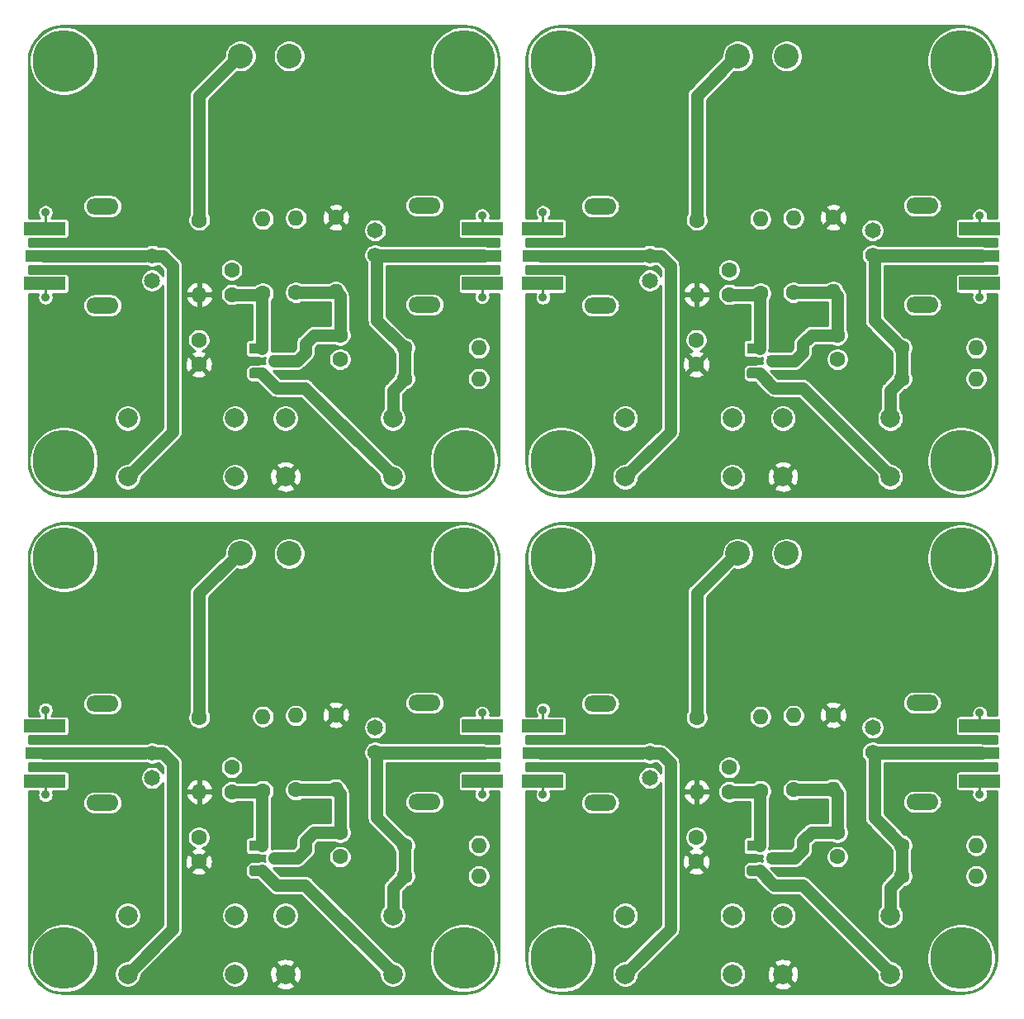
<source format=gtl>
%MOIN*%
%OFA0B0*%
%FSLAX46Y46*%
%IPPOS*%
%LPD*%
%ADD10C,0.25*%
%ADD11C,0.062992125984251982*%
%ADD12C,0.062*%
%ADD13C,0.065*%
%ADD14O,0.13X0.065*%
%ADD15R,0.070866141732283464X0.043307086614173235*%
%ADD16O,0.062992125984251982X0.062992125984251982*%
%ADD17C,0.07874015748031496*%
%ADD18R,0.16535433070866143X0.053149606299212608*%
%ADD19R,0.14173228346456693X0.05*%
%ADD20C,0.1*%
%ADD21C,0.035*%
%ADD22C,0.05*%
%ADD23C,0.01*%
%ADD24C,0.005905511811023622*%
%ADD35C,0.25*%
%ADD36C,0.062992125984251982*%
%ADD37C,0.062*%
%ADD38C,0.065*%
%ADD39O,0.13X0.065*%
%ADD40R,0.070866141732283464X0.043307086614173235*%
%ADD41O,0.062992125984251982X0.062992125984251982*%
%ADD42C,0.07874015748031496*%
%ADD43R,0.16535433070866143X0.053149606299212608*%
%ADD44R,0.14173228346456693X0.05*%
%ADD45C,0.1*%
%ADD46C,0.035*%
%ADD47C,0.05*%
%ADD48C,0.01*%
%ADD49C,0.005905511811023622*%
%ADD50C,0.25*%
%ADD51C,0.062992125984251982*%
%ADD52C,0.062*%
%ADD53C,0.065*%
%ADD54O,0.13X0.065*%
%ADD55R,0.070866141732283464X0.043307086614173235*%
%ADD56O,0.062992125984251982X0.062992125984251982*%
%ADD57C,0.07874015748031496*%
%ADD58R,0.16535433070866143X0.053149606299212608*%
%ADD59R,0.14173228346456693X0.05*%
%ADD60C,0.1*%
%ADD61C,0.035*%
%ADD62C,0.05*%
%ADD63C,0.01*%
%ADD64C,0.005905511811023622*%
%ADD65C,0.25*%
%ADD66C,0.062992125984251982*%
%ADD67C,0.062*%
%ADD68C,0.065*%
%ADD69O,0.13X0.065*%
%ADD70R,0.070866141732283464X0.043307086614173235*%
%ADD71O,0.062992125984251982X0.062992125984251982*%
%ADD72C,0.07874015748031496*%
%ADD73R,0.16535433070866143X0.053149606299212608*%
%ADD74R,0.14173228346456693X0.05*%
%ADD75C,0.1*%
%ADD76C,0.035*%
%ADD77C,0.05*%
%ADD78C,0.01*%
%ADD79C,0.005905511811023622*%
G01*
D10*
X-0002600000Y0003329133D02*
X0000157480Y0001771653D03*
X0001771653Y0001771653D03*
X0000157480Y0000157480D03*
X0001771653Y0000157480D03*
D11*
X0000701999Y0000645559D03*
X0000701999Y0000547133D03*
X0001271999Y0000567133D03*
X0001271999Y0000665559D03*
X0000834999Y0000829133D03*
X0000834999Y0000927559D03*
D12*
X0000513999Y0000985133D03*
D13*
X0000513999Y0000885133D03*
D14*
X0000314000Y0000785133D03*
X0000314000Y0001185133D03*
X0001613999Y0000788133D03*
X0001613999Y0001188133D03*
D13*
X0001414000Y0001088133D03*
D12*
X0001414000Y0000988133D03*
G36*
G01*
X0000998141Y0000582787D02*
X0001047354Y0000582787D01*
G75*
G02*
X0001058181Y0000571960J-0000010826D01*
G01*
X0001058181Y0000550307D01*
G75*
G02*
X0001047354Y0000539480I-0000010826D01*
G01*
X0000998141Y0000539480D01*
G75*
G02*
X0000987314Y0000550307J0000010826D01*
G01*
X0000987314Y0000571960D01*
G75*
G02*
X0000998141Y0000582787I0000010826D01*
G01*
G37*
G36*
G01*
X0000916645Y0000532787D02*
X0000965858Y0000532787D01*
G75*
G02*
X0000976685Y0000521960J-0000010826D01*
G01*
X0000976685Y0000500307D01*
G75*
G02*
X0000965858Y0000489480I-0000010826D01*
G01*
X0000916645Y0000489480D01*
G75*
G02*
X0000905818Y0000500307J0000010826D01*
G01*
X0000905818Y0000521960D01*
G75*
G02*
X0000916645Y0000532787I0000010826D01*
G01*
G37*
D15*
X0000941251Y0000611133D03*
D16*
X0001254999Y0000840133D03*
D11*
X0001254999Y0001140133D03*
X0001093999Y0000837133D03*
D16*
X0001093999Y0001137133D03*
X0000960999Y0001133133D03*
D11*
X0000960999Y0000833133D03*
X0000703999Y0001129133D03*
D16*
X0000703999Y0000829133D03*
D11*
X0001531999Y0000489133D03*
D16*
X0001831999Y0000489133D03*
X0001831999Y0000613133D03*
D11*
X0001531999Y0000613133D03*
D17*
X0001051999Y0000093133D03*
X0001485070Y0000093133D03*
X0001051999Y0000329354D03*
X0001485070Y0000329354D03*
X0000848070Y0000329354D03*
X0000414999Y0000329354D03*
X0000848070Y0000093133D03*
X0000414999Y0000093133D03*
D18*
X0000080999Y0001095354D03*
X0000080999Y0000872913D03*
D19*
X0000073125Y0000984133D03*
X0001853873Y0000984251D03*
D18*
X0001845999Y0001095472D03*
X0001845999Y0000873031D03*
D20*
X0001066850Y0001791133D03*
X0000870000Y0001791133D03*
D21*
X0001845999Y0001147133D03*
X0001845999Y0000819133D03*
X0000082999Y0001160133D03*
X0000082999Y0000817133D03*
D22*
X0000703999Y0001632133D02*
X0000871999Y0001800133D01*
X0000703999Y0001129133D02*
X0000703999Y0001632133D01*
D23*
X0000098425Y0000984251D02*
X0000482283Y0000984251D01*
X0000500098Y0001002066D02*
X0000482283Y0000984251D01*
D22*
X0000482165Y0000984133D02*
X0000482283Y0000984251D01*
X0000075125Y0000984133D02*
X0000482165Y0000984133D01*
X0000510999Y0000984251D02*
X0000557881Y0000984251D01*
X0000557881Y0000984251D02*
X0000596999Y0000945133D01*
X0000596999Y0000275133D02*
X0000414999Y0000093133D01*
X0000596999Y0000945133D02*
X0000596999Y0000275133D01*
D23*
X0001446850Y0000984251D02*
X0001830708Y0000984251D01*
D22*
X0001853873Y0000984251D02*
X0001446850Y0000984251D01*
X0001485070Y0000442204D02*
X0001531999Y0000489133D01*
X0001485070Y0000329354D02*
X0001485070Y0000442204D01*
X0001531999Y0000489133D02*
X0001531999Y0000613133D01*
X0001420999Y0000724133D02*
X0001531999Y0000613133D01*
X0001420999Y0000987133D02*
X0001420999Y0000724133D01*
X0001850992Y0000987133D02*
X0001853873Y0000984251D01*
X0001420999Y0000987133D02*
X0001850992Y0000987133D01*
X0001251999Y0000837133D02*
X0001254999Y0000840133D01*
X0001093999Y0000837133D02*
X0001251999Y0000837133D01*
X0001271999Y0000823133D02*
X0001254999Y0000840133D01*
X0001271999Y0000665559D02*
X0001271999Y0000823133D01*
X0001006999Y0000561133D02*
X0001098999Y0000561133D01*
X0001098999Y0000561133D02*
X0001133000Y0000595133D01*
X0001133000Y0000595133D02*
X0001133000Y0000631133D01*
X0001167425Y0000665559D02*
X0001271999Y0000665559D01*
X0001133000Y0000631133D02*
X0001167425Y0000665559D01*
X0000957000Y0000511133D02*
X0001015999Y0000452133D01*
X0001015999Y0000452133D02*
X0001130999Y0000452133D01*
X0001485070Y0000098062D02*
X0001485070Y0000093133D01*
X0001130999Y0000452133D02*
X0001485070Y0000098062D01*
D23*
X0001845999Y0001095472D02*
X0001845999Y0001147133D01*
X0001845999Y0000873031D02*
X0001845999Y0000819133D01*
X0000082999Y0001095354D02*
X0000082999Y0001160133D01*
X0000082999Y0000872913D02*
X0000082999Y0000817133D01*
D22*
X0000957000Y0000611133D02*
X0000957000Y0000829133D01*
X0000957000Y0000829133D02*
X0000960999Y0000833133D01*
X0000834999Y0000829133D02*
X0000957000Y0000829133D01*
D23*
X0001799320Y0001911380D02*
X0001825933Y0001903345D01*
X0001850478Y0001890294D01*
X0001872021Y0001872724D01*
X0001889741Y0001851304D01*
X0001902963Y0001826851D01*
X0001911184Y0001800295D01*
X0001914164Y0001771942D01*
X0001914165Y0001771624D01*
X0001914165Y0001137119D01*
X0001877029Y0001137119D01*
X0001877251Y0001137653D01*
X0001878499Y0001143932D01*
X0001878499Y0001150334D01*
X0001877251Y0001156613D01*
X0001874801Y0001162528D01*
X0001871244Y0001167851D01*
X0001866717Y0001172378D01*
X0001861394Y0001175934D01*
X0001855479Y0001178384D01*
X0001849200Y0001179633D01*
X0001842798Y0001179633D01*
X0001836520Y0001178384D01*
X0001830605Y0001175934D01*
X0001825282Y0001172378D01*
X0001820755Y0001167851D01*
X0001817198Y0001162528D01*
X0001814748Y0001156613D01*
X0001813500Y0001150334D01*
X0001813500Y0001143932D01*
X0001814748Y0001137653D01*
X0001814970Y0001137119D01*
X0001763322Y0001137119D01*
X0001760382Y0001136830D01*
X0001757554Y0001135972D01*
X0001754948Y0001134579D01*
X0001752664Y0001132705D01*
X0001750790Y0001130421D01*
X0001749397Y0001127815D01*
X0001748539Y0001124987D01*
X0001748250Y0001122047D01*
X0001748250Y0001068897D01*
X0001748539Y0001065957D01*
X0001749397Y0001063129D01*
X0001750790Y0001060523D01*
X0001752664Y0001058239D01*
X0001754948Y0001056365D01*
X0001757554Y0001054972D01*
X0001760382Y0001054114D01*
X0001763322Y0001053825D01*
X0001914165Y0001053825D01*
X0001914165Y0001024324D01*
X0001866186Y0001024324D01*
X0001858833Y0001026555D01*
X0001852956Y0001027133D01*
X0001850992Y0001027327D01*
X0001849027Y0001027133D01*
X0001438430Y0001027133D01*
X0001435789Y0001028898D01*
X0001427417Y0001032366D01*
X0001418530Y0001034133D01*
X0001409469Y0001034133D01*
X0001400582Y0001032366D01*
X0001392210Y0001028898D01*
X0001384676Y0001023864D01*
X0001378269Y0001017457D01*
X0001373235Y0001009923D01*
X0001369767Y0001001551D01*
X0001367999Y0000992664D01*
X0001367999Y0000983603D01*
X0001369767Y0000974716D01*
X0001373235Y0000966344D01*
X0001378269Y0000958810D01*
X0001381000Y0000956080D01*
X0001381000Y0000726098D01*
X0001380806Y0000724133D01*
X0001381578Y0000716292D01*
X0001382864Y0000712055D01*
X0001383866Y0000708752D01*
X0001387580Y0000701803D01*
X0001392578Y0000695712D01*
X0001394105Y0000694460D01*
X0001486867Y0000601697D01*
X0001487290Y0000599571D01*
X0001490795Y0000591109D01*
X0001492000Y0000589307D01*
X0001492000Y0000512960D01*
X0001490795Y0000511157D01*
X0001487290Y0000502696D01*
X0001486867Y0000500570D01*
X0001458175Y0000471878D01*
X0001456649Y0000470625D01*
X0001451651Y0000464535D01*
X0001448956Y0000459494D01*
X0001447936Y0000457586D01*
X0001445649Y0000450046D01*
X0001444877Y0000442204D01*
X0001445070Y0000440239D01*
X0001445070Y0000366245D01*
X0001442838Y0000364013D01*
X0001436888Y0000355108D01*
X0001432790Y0000345213D01*
X0001430700Y0000334709D01*
X0001430700Y0000323999D01*
X0001432790Y0000313495D01*
X0001436888Y0000303600D01*
X0001442838Y0000294695D01*
X0001450411Y0000287122D01*
X0001459316Y0000281172D01*
X0001469211Y0000277073D01*
X0001479715Y0000274984D01*
X0001490425Y0000274984D01*
X0001500929Y0000277073D01*
X0001510824Y0000281172D01*
X0001519729Y0000287122D01*
X0001527302Y0000294695D01*
X0001533252Y0000303600D01*
X0001537351Y0000313495D01*
X0001539440Y0000323999D01*
X0001539440Y0000334709D01*
X0001537351Y0000345213D01*
X0001533252Y0000355108D01*
X0001527302Y0000364013D01*
X0001525070Y0000366245D01*
X0001525070Y0000425636D01*
X0001543436Y0000444001D01*
X0001545562Y0000444424D01*
X0001554024Y0000447929D01*
X0001561639Y0000453018D01*
X0001568115Y0000459494D01*
X0001573204Y0000467109D01*
X0001576709Y0000475571D01*
X0001578496Y0000484554D01*
X0001578496Y0000493713D01*
X0001785503Y0000493713D01*
X0001785503Y0000484554D01*
X0001787290Y0000475571D01*
X0001790795Y0000467109D01*
X0001795884Y0000459494D01*
X0001802360Y0000453018D01*
X0001809975Y0000447929D01*
X0001818437Y0000444424D01*
X0001827420Y0000442637D01*
X0001836579Y0000442637D01*
X0001845562Y0000444424D01*
X0001854024Y0000447929D01*
X0001861639Y0000453018D01*
X0001868115Y0000459494D01*
X0001873204Y0000467109D01*
X0001876709Y0000475571D01*
X0001878496Y0000484554D01*
X0001878496Y0000493713D01*
X0001876709Y0000502696D01*
X0001873204Y0000511157D01*
X0001868115Y0000518773D01*
X0001861639Y0000525249D01*
X0001854024Y0000530338D01*
X0001845562Y0000533843D01*
X0001836579Y0000535629D01*
X0001827420Y0000535629D01*
X0001818437Y0000533843D01*
X0001809975Y0000530338D01*
X0001802360Y0000525249D01*
X0001795884Y0000518773D01*
X0001790795Y0000511157D01*
X0001787290Y0000502696D01*
X0001785503Y0000493713D01*
X0001578496Y0000493713D01*
X0001576709Y0000502696D01*
X0001573204Y0000511157D01*
X0001571999Y0000512960D01*
X0001571999Y0000589307D01*
X0001573204Y0000591109D01*
X0001576709Y0000599571D01*
X0001578496Y0000608554D01*
X0001578496Y0000617713D01*
X0001785503Y0000617713D01*
X0001785503Y0000608554D01*
X0001787290Y0000599571D01*
X0001790795Y0000591109D01*
X0001795884Y0000583494D01*
X0001802360Y0000577018D01*
X0001809975Y0000571929D01*
X0001818437Y0000568424D01*
X0001827420Y0000566637D01*
X0001836579Y0000566637D01*
X0001845562Y0000568424D01*
X0001854024Y0000571929D01*
X0001861639Y0000577018D01*
X0001868115Y0000583494D01*
X0001873204Y0000591109D01*
X0001876709Y0000599571D01*
X0001878496Y0000608554D01*
X0001878496Y0000617713D01*
X0001876709Y0000626696D01*
X0001873204Y0000635157D01*
X0001868115Y0000642773D01*
X0001861639Y0000649249D01*
X0001854024Y0000654338D01*
X0001845562Y0000657843D01*
X0001836579Y0000659629D01*
X0001827420Y0000659629D01*
X0001818437Y0000657843D01*
X0001809975Y0000654338D01*
X0001802360Y0000649249D01*
X0001795884Y0000642773D01*
X0001790795Y0000635157D01*
X0001787290Y0000626696D01*
X0001785503Y0000617713D01*
X0001578496Y0000617713D01*
X0001576709Y0000626696D01*
X0001573204Y0000635157D01*
X0001568115Y0000642773D01*
X0001561639Y0000649249D01*
X0001554024Y0000654338D01*
X0001545562Y0000657843D01*
X0001543436Y0000658265D01*
X0001460999Y0000740702D01*
X0001460999Y0000788133D01*
X0001533770Y0000788133D01*
X0001534687Y0000778822D01*
X0001537403Y0000769868D01*
X0001541814Y0000761616D01*
X0001547749Y0000754383D01*
X0001554982Y0000748447D01*
X0001563234Y0000744037D01*
X0001572188Y0000741321D01*
X0001579166Y0000740633D01*
X0001648833Y0000740633D01*
X0001655811Y0000741321D01*
X0001664765Y0000744037D01*
X0001673017Y0000748447D01*
X0001680250Y0000754383D01*
X0001686185Y0000761616D01*
X0001690596Y0000769868D01*
X0001693312Y0000778822D01*
X0001694229Y0000788133D01*
X0001693312Y0000797445D01*
X0001690596Y0000806399D01*
X0001686185Y0000814651D01*
X0001680250Y0000821883D01*
X0001673017Y0000827819D01*
X0001664765Y0000832230D01*
X0001655811Y0000834946D01*
X0001648833Y0000835633D01*
X0001579166Y0000835633D01*
X0001572188Y0000834946D01*
X0001563234Y0000832230D01*
X0001554982Y0000827819D01*
X0001547749Y0000821883D01*
X0001541814Y0000814651D01*
X0001537403Y0000806399D01*
X0001534687Y0000797445D01*
X0001533770Y0000788133D01*
X0001460999Y0000788133D01*
X0001460999Y0000944251D01*
X0001782271Y0000944251D01*
X0001783007Y0000944179D01*
X0001852646Y0000944179D01*
X0001853873Y0000944058D01*
X0001855101Y0000944179D01*
X0001914165Y0000944179D01*
X0001914165Y0000914678D01*
X0001763322Y0000914678D01*
X0001760382Y0000914389D01*
X0001757554Y0000913531D01*
X0001754948Y0000912138D01*
X0001752664Y0000910264D01*
X0001750790Y0000907980D01*
X0001749397Y0000905374D01*
X0001748539Y0000902546D01*
X0001748250Y0000899606D01*
X0001748250Y0000846456D01*
X0001748539Y0000843516D01*
X0001749397Y0000840688D01*
X0001750790Y0000838082D01*
X0001752664Y0000835798D01*
X0001754948Y0000833924D01*
X0001757554Y0000832531D01*
X0001760382Y0000831673D01*
X0001763322Y0000831384D01*
X0001815896Y0000831384D01*
X0001814748Y0000828613D01*
X0001813500Y0000822334D01*
X0001813500Y0000815932D01*
X0001814748Y0000809653D01*
X0001817198Y0000803739D01*
X0001820755Y0000798416D01*
X0001825282Y0000793889D01*
X0001830605Y0000790332D01*
X0001836520Y0000787882D01*
X0001842798Y0000786633D01*
X0001849200Y0000786633D01*
X0001855479Y0000787882D01*
X0001861394Y0000790332D01*
X0001866717Y0000793889D01*
X0001871244Y0000798416D01*
X0001874801Y0000803739D01*
X0001877251Y0000809653D01*
X0001878499Y0000815932D01*
X0001878499Y0000822334D01*
X0001877251Y0000828613D01*
X0001876103Y0000831384D01*
X0001914165Y0000831384D01*
X0001914165Y0000158212D01*
X0001911380Y0000129813D01*
X0001903345Y0000103200D01*
X0001890294Y0000078655D01*
X0001872724Y0000057112D01*
X0001851304Y0000039392D01*
X0001826851Y0000026170D01*
X0001800295Y0000017949D01*
X0001771942Y0000014969D01*
X0001771624Y0000014968D01*
X0000158212Y0000014968D01*
X0000129813Y0000017752D01*
X0000103200Y0000025787D01*
X0000078655Y0000038839D01*
X0000057112Y0000056409D01*
X0000039392Y0000077828D01*
X0000026170Y0000102282D01*
X0000017949Y0000128838D01*
X0000014969Y0000157191D01*
X0000014968Y0000157509D01*
X0000014968Y0000171269D01*
X0000017480Y0000171269D01*
X0000017480Y0000143691D01*
X0000022860Y0000116643D01*
X0000033413Y0000091165D01*
X0000048735Y0000068235D01*
X0000068235Y0000048735D01*
X0000091165Y0000033413D01*
X0000116643Y0000022860D01*
X0000143691Y0000017480D01*
X0000171269Y0000017480D01*
X0000198316Y0000022860D01*
X0000223795Y0000033413D01*
X0000246725Y0000048735D01*
X0000266225Y0000068235D01*
X0000281546Y0000091165D01*
X0000292100Y0000116643D01*
X0000297480Y0000143691D01*
X0000297480Y0000171269D01*
X0000292100Y0000198316D01*
X0000281546Y0000223795D01*
X0000266225Y0000246725D01*
X0000246725Y0000266225D01*
X0000223795Y0000281546D01*
X0000198316Y0000292100D01*
X0000171269Y0000297480D01*
X0000143691Y0000297480D01*
X0000116643Y0000292100D01*
X0000091165Y0000281546D01*
X0000068235Y0000266225D01*
X0000048735Y0000246725D01*
X0000033413Y0000223795D01*
X0000022860Y0000198316D01*
X0000017480Y0000171269D01*
X0000014968Y0000171269D01*
X0000014968Y0000334709D01*
X0000360629Y0000334709D01*
X0000360629Y0000323999D01*
X0000362719Y0000313495D01*
X0000366817Y0000303600D01*
X0000372767Y0000294695D01*
X0000380341Y0000287122D01*
X0000389246Y0000281172D01*
X0000399140Y0000277073D01*
X0000409644Y0000274984D01*
X0000420354Y0000274984D01*
X0000430859Y0000277073D01*
X0000440753Y0000281172D01*
X0000449658Y0000287122D01*
X0000457231Y0000294695D01*
X0000463182Y0000303600D01*
X0000467280Y0000313495D01*
X0000469370Y0000323999D01*
X0000469370Y0000334709D01*
X0000467280Y0000345213D01*
X0000463182Y0000355108D01*
X0000457231Y0000364013D01*
X0000449658Y0000371586D01*
X0000440753Y0000377536D01*
X0000430859Y0000381634D01*
X0000420354Y0000383724D01*
X0000409644Y0000383724D01*
X0000399140Y0000381634D01*
X0000389246Y0000377536D01*
X0000380341Y0000371586D01*
X0000372767Y0000364013D01*
X0000366817Y0000355108D01*
X0000362719Y0000345213D01*
X0000360629Y0000334709D01*
X0000014968Y0000334709D01*
X0000014968Y0000831266D01*
X0000053676Y0000831266D01*
X0000051748Y0000826613D01*
X0000050499Y0000820334D01*
X0000050499Y0000813932D01*
X0000051748Y0000807653D01*
X0000054198Y0000801739D01*
X0000057755Y0000796416D01*
X0000062282Y0000791889D01*
X0000067605Y0000788332D01*
X0000073520Y0000785882D01*
X0000079798Y0000784633D01*
X0000086200Y0000784633D01*
X0000088714Y0000785133D01*
X0000233770Y0000785133D01*
X0000234687Y0000775822D01*
X0000237403Y0000766868D01*
X0000241814Y0000758616D01*
X0000247749Y0000751383D01*
X0000254982Y0000745447D01*
X0000263234Y0000741037D01*
X0000272188Y0000738321D01*
X0000279166Y0000737633D01*
X0000348833Y0000737633D01*
X0000355811Y0000738321D01*
X0000364765Y0000741037D01*
X0000373017Y0000745447D01*
X0000380250Y0000751383D01*
X0000386185Y0000758616D01*
X0000390596Y0000766868D01*
X0000393312Y0000775822D01*
X0000394229Y0000785133D01*
X0000393312Y0000794445D01*
X0000390596Y0000803399D01*
X0000386185Y0000811651D01*
X0000380250Y0000818883D01*
X0000373017Y0000824819D01*
X0000364765Y0000829230D01*
X0000355811Y0000831946D01*
X0000348833Y0000832633D01*
X0000279166Y0000832633D01*
X0000272188Y0000831946D01*
X0000263234Y0000829230D01*
X0000254982Y0000824819D01*
X0000247749Y0000818883D01*
X0000241814Y0000811651D01*
X0000237403Y0000803399D01*
X0000234687Y0000794445D01*
X0000233770Y0000785133D01*
X0000088714Y0000785133D01*
X0000092479Y0000785882D01*
X0000098394Y0000788332D01*
X0000103717Y0000791889D01*
X0000108244Y0000796416D01*
X0000111801Y0000801739D01*
X0000114250Y0000807653D01*
X0000115499Y0000813932D01*
X0000115499Y0000820334D01*
X0000114250Y0000826613D01*
X0000112323Y0000831266D01*
X0000163677Y0000831266D01*
X0000166617Y0000831555D01*
X0000169445Y0000832413D01*
X0000172050Y0000833806D01*
X0000174335Y0000835680D01*
X0000176209Y0000837964D01*
X0000177602Y0000840570D01*
X0000178460Y0000843398D01*
X0000178749Y0000846338D01*
X0000178749Y0000899488D01*
X0000178460Y0000902428D01*
X0000177602Y0000905256D01*
X0000176209Y0000907862D01*
X0000174335Y0000910146D01*
X0000172050Y0000912020D01*
X0000169445Y0000913413D01*
X0000166617Y0000914271D01*
X0000163677Y0000914560D01*
X0000014968Y0000914560D01*
X0000014968Y0000944061D01*
X0000143992Y0000944061D01*
X0000144728Y0000944133D01*
X0000480200Y0000944133D01*
X0000482165Y0000943940D01*
X0000484129Y0000944133D01*
X0000490006Y0000944712D01*
X0000491169Y0000945065D01*
X0000492210Y0000944369D01*
X0000500582Y0000940901D01*
X0000509469Y0000939133D01*
X0000518530Y0000939133D01*
X0000527417Y0000940901D01*
X0000535506Y0000944251D01*
X0000541313Y0000944251D01*
X0000556999Y0000928565D01*
X0000556999Y0000905446D01*
X0000556093Y0000907633D01*
X0000550895Y0000915413D01*
X0000544279Y0000922029D01*
X0000536499Y0000927227D01*
X0000527855Y0000930808D01*
X0000518678Y0000932633D01*
X0000509321Y0000932633D01*
X0000500144Y0000930808D01*
X0000491500Y0000927227D01*
X0000483720Y0000922029D01*
X0000477104Y0000915413D01*
X0000471905Y0000907633D01*
X0000468325Y0000898989D01*
X0000466499Y0000889812D01*
X0000466499Y0000880455D01*
X0000468325Y0000871278D01*
X0000471905Y0000862634D01*
X0000477104Y0000854854D01*
X0000483720Y0000848238D01*
X0000491500Y0000843039D01*
X0000500144Y0000839459D01*
X0000509321Y0000837633D01*
X0000518678Y0000837633D01*
X0000527855Y0000839459D01*
X0000536499Y0000843039D01*
X0000544279Y0000848238D01*
X0000550895Y0000854854D01*
X0000556093Y0000862634D01*
X0000556999Y0000864821D01*
X0000557000Y0000291702D01*
X0000412801Y0000147503D01*
X0000409644Y0000147503D01*
X0000399140Y0000145414D01*
X0000389246Y0000141315D01*
X0000380341Y0000135365D01*
X0000372767Y0000127792D01*
X0000366817Y0000118887D01*
X0000362719Y0000108992D01*
X0000360629Y0000098488D01*
X0000360629Y0000087778D01*
X0000362719Y0000077274D01*
X0000366817Y0000067379D01*
X0000372767Y0000058474D01*
X0000380341Y0000050901D01*
X0000389246Y0000044951D01*
X0000399140Y0000040853D01*
X0000409644Y0000038763D01*
X0000420354Y0000038763D01*
X0000430859Y0000040853D01*
X0000440753Y0000044951D01*
X0000449658Y0000050901D01*
X0000457231Y0000058474D01*
X0000463182Y0000067379D01*
X0000467280Y0000077274D01*
X0000469370Y0000087778D01*
X0000469370Y0000090935D01*
X0000476923Y0000098488D01*
X0000793700Y0000098488D01*
X0000793700Y0000087778D01*
X0000795790Y0000077274D01*
X0000799888Y0000067379D01*
X0000805838Y0000058474D01*
X0000813411Y0000050901D01*
X0000822316Y0000044951D01*
X0000832211Y0000040853D01*
X0000842715Y0000038763D01*
X0000853425Y0000038763D01*
X0000863930Y0000040853D01*
X0000873824Y0000044951D01*
X0000879034Y0000048432D01*
X0001014369Y0000048432D01*
X0001018139Y0000038023D01*
X0001029542Y0000032476D01*
X0001041807Y0000029260D01*
X0001054464Y0000028499D01*
X0001067026Y0000030222D01*
X0001079011Y0000034362D01*
X0001085860Y0000038023D01*
X0001089630Y0000048432D01*
X0001051999Y0000086062D01*
X0001014369Y0000048432D01*
X0000879034Y0000048432D01*
X0000882729Y0000050901D01*
X0000890302Y0000058474D01*
X0000896252Y0000067379D01*
X0000900351Y0000077274D01*
X0000902440Y0000087778D01*
X0000902440Y0000090669D01*
X0000987365Y0000090669D01*
X0000989088Y0000078107D01*
X0000993228Y0000066122D01*
X0000996889Y0000059273D01*
X0001007298Y0000055503D01*
X0001044928Y0000093133D01*
X0001059071Y0000093133D01*
X0001096701Y0000055503D01*
X0001107110Y0000059273D01*
X0001112657Y0000070675D01*
X0001115873Y0000082941D01*
X0001116634Y0000095598D01*
X0001114911Y0000108160D01*
X0001110771Y0000120145D01*
X0001107110Y0000126993D01*
X0001096701Y0000130764D01*
X0001059071Y0000093133D01*
X0001044928Y0000093133D01*
X0001007298Y0000130764D01*
X0000996889Y0000126993D01*
X0000991342Y0000115591D01*
X0000988126Y0000103326D01*
X0000987365Y0000090669D01*
X0000902440Y0000090669D01*
X0000902440Y0000098488D01*
X0000900351Y0000108992D01*
X0000896252Y0000118887D01*
X0000890302Y0000127792D01*
X0000882729Y0000135365D01*
X0000879034Y0000137835D01*
X0001014369Y0000137835D01*
X0001051999Y0000100204D01*
X0001089630Y0000137835D01*
X0001085860Y0000148244D01*
X0001074457Y0000153791D01*
X0001062192Y0000157007D01*
X0001049535Y0000157768D01*
X0001036973Y0000156045D01*
X0001024988Y0000151905D01*
X0001018139Y0000148244D01*
X0001014369Y0000137835D01*
X0000879034Y0000137835D01*
X0000873824Y0000141315D01*
X0000863930Y0000145414D01*
X0000853425Y0000147503D01*
X0000842715Y0000147503D01*
X0000832211Y0000145414D01*
X0000822316Y0000141315D01*
X0000813411Y0000135365D01*
X0000805838Y0000127792D01*
X0000799888Y0000118887D01*
X0000795790Y0000108992D01*
X0000793700Y0000098488D01*
X0000476923Y0000098488D01*
X0000623894Y0000245460D01*
X0000625421Y0000246712D01*
X0000630419Y0000252803D01*
X0000634133Y0000259752D01*
X0000635727Y0000265005D01*
X0000636421Y0000267292D01*
X0000636496Y0000268054D01*
X0000637000Y0000273169D01*
X0000637000Y0000273169D01*
X0000637193Y0000275133D01*
X0000637000Y0000277098D01*
X0000637000Y0000334709D01*
X0000793700Y0000334709D01*
X0000793700Y0000323999D01*
X0000795790Y0000313495D01*
X0000799888Y0000303600D01*
X0000805838Y0000294695D01*
X0000813411Y0000287122D01*
X0000822316Y0000281172D01*
X0000832211Y0000277073D01*
X0000842715Y0000274984D01*
X0000853425Y0000274984D01*
X0000863930Y0000277073D01*
X0000873824Y0000281172D01*
X0000882729Y0000287122D01*
X0000890302Y0000294695D01*
X0000896252Y0000303600D01*
X0000900351Y0000313495D01*
X0000902440Y0000323999D01*
X0000902440Y0000334709D01*
X0000997629Y0000334709D01*
X0000997629Y0000323999D01*
X0000999719Y0000313495D01*
X0001003817Y0000303600D01*
X0001009767Y0000294695D01*
X0001017341Y0000287122D01*
X0001026246Y0000281172D01*
X0001036140Y0000277073D01*
X0001046644Y0000274984D01*
X0001057354Y0000274984D01*
X0001067859Y0000277073D01*
X0001077753Y0000281172D01*
X0001086658Y0000287122D01*
X0001094231Y0000294695D01*
X0001100182Y0000303600D01*
X0001104280Y0000313495D01*
X0001106370Y0000323999D01*
X0001106370Y0000334709D01*
X0001104280Y0000345213D01*
X0001100182Y0000355108D01*
X0001094231Y0000364013D01*
X0001086658Y0000371586D01*
X0001077753Y0000377536D01*
X0001067859Y0000381634D01*
X0001057354Y0000383724D01*
X0001046644Y0000383724D01*
X0001036140Y0000381634D01*
X0001026246Y0000377536D01*
X0001017341Y0000371586D01*
X0001009767Y0000364013D01*
X0001003817Y0000355108D01*
X0000999719Y0000345213D01*
X0000997629Y0000334709D01*
X0000902440Y0000334709D01*
X0000900351Y0000345213D01*
X0000896252Y0000355108D01*
X0000890302Y0000364013D01*
X0000882729Y0000371586D01*
X0000873824Y0000377536D01*
X0000863930Y0000381634D01*
X0000853425Y0000383724D01*
X0000842715Y0000383724D01*
X0000832211Y0000381634D01*
X0000822316Y0000377536D01*
X0000813411Y0000371586D01*
X0000805838Y0000364013D01*
X0000799888Y0000355108D01*
X0000795790Y0000345213D01*
X0000793700Y0000334709D01*
X0000637000Y0000334709D01*
X0000637000Y0000508051D01*
X0000669988Y0000508051D01*
X0000672806Y0000498445D01*
X0000682865Y0000493686D01*
X0000693660Y0000490980D01*
X0000704776Y0000490432D01*
X0000715784Y0000492063D01*
X0000726263Y0000495810D01*
X0000731193Y0000498445D01*
X0000734011Y0000508051D01*
X0000701999Y0000540062D01*
X0000669988Y0000508051D01*
X0000637000Y0000508051D01*
X0000637000Y0000544357D01*
X0000645298Y0000544357D01*
X0000646929Y0000533349D01*
X0000650677Y0000522870D01*
X0000653312Y0000517940D01*
X0000662917Y0000515122D01*
X0000694928Y0000547133D01*
X0000709071Y0000547133D01*
X0000741082Y0000515122D01*
X0000750687Y0000517940D01*
X0000755447Y0000527999D01*
X0000758153Y0000538794D01*
X0000758701Y0000549909D01*
X0000757070Y0000560918D01*
X0000753322Y0000571397D01*
X0000750687Y0000576327D01*
X0000741082Y0000579145D01*
X0000709071Y0000547133D01*
X0000694928Y0000547133D01*
X0000662917Y0000579145D01*
X0000653312Y0000576327D01*
X0000648552Y0000566267D01*
X0000645846Y0000555473D01*
X0000645298Y0000544357D01*
X0000637000Y0000544357D01*
X0000637000Y0000650138D01*
X0000655503Y0000650138D01*
X0000655503Y0000640979D01*
X0000657290Y0000631996D01*
X0000660795Y0000623534D01*
X0000665884Y0000615919D01*
X0000672360Y0000609443D01*
X0000679975Y0000604354D01*
X0000686579Y0000601619D01*
X0000677736Y0000598456D01*
X0000672806Y0000595821D01*
X0000669988Y0000586216D01*
X0000701999Y0000554204D01*
X0000734011Y0000586216D01*
X0000731193Y0000595821D01*
X0000721133Y0000600581D01*
X0000717259Y0000601552D01*
X0000724024Y0000604354D01*
X0000731639Y0000609443D01*
X0000738115Y0000615919D01*
X0000743204Y0000623534D01*
X0000746709Y0000631996D01*
X0000748496Y0000640979D01*
X0000748496Y0000650138D01*
X0000746709Y0000659121D01*
X0000743204Y0000667583D01*
X0000738115Y0000675198D01*
X0000731639Y0000681674D01*
X0000724024Y0000686763D01*
X0000715562Y0000690268D01*
X0000706579Y0000692055D01*
X0000697420Y0000692055D01*
X0000688437Y0000690268D01*
X0000679975Y0000686763D01*
X0000672360Y0000681674D01*
X0000665884Y0000675198D01*
X0000660795Y0000667583D01*
X0000657290Y0000659121D01*
X0000655503Y0000650138D01*
X0000637000Y0000650138D01*
X0000637000Y0000815392D01*
X0000649200Y0000815392D01*
X0000652934Y0000804965D01*
X0000658630Y0000795467D01*
X0000666070Y0000787263D01*
X0000674967Y0000780667D01*
X0000684980Y0000775935D01*
X0000690258Y0000774334D01*
X0000698999Y0000779137D01*
X0000698999Y0000824133D01*
X0000708999Y0000824133D01*
X0000708999Y0000779137D01*
X0000717741Y0000774334D01*
X0000723019Y0000775935D01*
X0000733032Y0000780667D01*
X0000741929Y0000787263D01*
X0000749369Y0000795467D01*
X0000755065Y0000804965D01*
X0000758799Y0000815392D01*
X0000754024Y0000824133D01*
X0000708999Y0000824133D01*
X0000698999Y0000824133D01*
X0000653975Y0000824133D01*
X0000649200Y0000815392D01*
X0000637000Y0000815392D01*
X0000637000Y0000833713D01*
X0000788503Y0000833713D01*
X0000788503Y0000824554D01*
X0000790290Y0000815571D01*
X0000793795Y0000807109D01*
X0000798884Y0000799494D01*
X0000805360Y0000793017D01*
X0000812975Y0000787929D01*
X0000821437Y0000784424D01*
X0000830420Y0000782637D01*
X0000839579Y0000782637D01*
X0000848562Y0000784424D01*
X0000857024Y0000787929D01*
X0000858826Y0000789133D01*
X0000917000Y0000789133D01*
X0000916999Y0000647859D01*
X0000905818Y0000647859D01*
X0000902878Y0000647570D01*
X0000900050Y0000646712D01*
X0000897445Y0000645319D01*
X0000895160Y0000643445D01*
X0000893286Y0000641161D01*
X0000891893Y0000638555D01*
X0000891035Y0000635727D01*
X0000890746Y0000632787D01*
X0000890746Y0000589480D01*
X0000891035Y0000586539D01*
X0000891893Y0000583712D01*
X0000893286Y0000581106D01*
X0000895160Y0000578822D01*
X0000897445Y0000576947D01*
X0000900050Y0000575555D01*
X0000902878Y0000574697D01*
X0000905818Y0000574407D01*
X0000940855Y0000574407D01*
X0000941618Y0000573999D01*
X0000949158Y0000571712D01*
X0000957000Y0000570940D01*
X0000964841Y0000571712D01*
X0000968770Y0000572904D01*
X0000967578Y0000568975D01*
X0000966806Y0000561133D01*
X0000967578Y0000553292D01*
X0000968770Y0000549363D01*
X0000964841Y0000550555D01*
X0000957000Y0000551327D01*
X0000949158Y0000550555D01*
X0000941618Y0000548267D01*
X0000940855Y0000547859D01*
X0000916645Y0000547859D01*
X0000911592Y0000547362D01*
X0000906734Y0000545888D01*
X0000902256Y0000543495D01*
X0000898332Y0000540274D01*
X0000895111Y0000536349D01*
X0000892717Y0000531871D01*
X0000891243Y0000527013D01*
X0000890746Y0000521960D01*
X0000890746Y0000500307D01*
X0000891243Y0000495254D01*
X0000892717Y0000490395D01*
X0000895111Y0000485918D01*
X0000898332Y0000481993D01*
X0000902256Y0000478772D01*
X0000906734Y0000476379D01*
X0000911592Y0000474905D01*
X0000916645Y0000474407D01*
X0000937157Y0000474407D01*
X0000986326Y0000425238D01*
X0000987578Y0000423712D01*
X0000993669Y0000418714D01*
X0001000618Y0000414999D01*
X0001005871Y0000413406D01*
X0001008158Y0000412712D01*
X0001008920Y0000412637D01*
X0001014035Y0000412133D01*
X0001014035Y0000412133D01*
X0001015999Y0000411940D01*
X0001017964Y0000412133D01*
X0001114431Y0000412133D01*
X0001430700Y0000095864D01*
X0001430700Y0000087778D01*
X0001432790Y0000077274D01*
X0001436888Y0000067379D01*
X0001442838Y0000058474D01*
X0001450411Y0000050901D01*
X0001459316Y0000044951D01*
X0001469211Y0000040853D01*
X0001479715Y0000038763D01*
X0001490425Y0000038763D01*
X0001500929Y0000040853D01*
X0001510824Y0000044951D01*
X0001519729Y0000050901D01*
X0001527302Y0000058474D01*
X0001533252Y0000067379D01*
X0001537351Y0000077274D01*
X0001539440Y0000087778D01*
X0001539440Y0000098488D01*
X0001537351Y0000108992D01*
X0001533252Y0000118887D01*
X0001527302Y0000127792D01*
X0001519729Y0000135365D01*
X0001510824Y0000141315D01*
X0001500929Y0000145414D01*
X0001492638Y0000147063D01*
X0001468433Y0000171269D01*
X0001631653Y0000171269D01*
X0001631653Y0000143691D01*
X0001637033Y0000116643D01*
X0001647587Y0000091165D01*
X0001662908Y0000068235D01*
X0001682408Y0000048735D01*
X0001705338Y0000033413D01*
X0001730817Y0000022860D01*
X0001757864Y0000017480D01*
X0001785442Y0000017480D01*
X0001812490Y0000022860D01*
X0001837968Y0000033413D01*
X0001860898Y0000048735D01*
X0001880398Y0000068235D01*
X0001895719Y0000091165D01*
X0001906273Y0000116643D01*
X0001911653Y0000143691D01*
X0001911653Y0000171269D01*
X0001906273Y0000198316D01*
X0001895719Y0000223795D01*
X0001880398Y0000246725D01*
X0001860898Y0000266225D01*
X0001837968Y0000281546D01*
X0001812490Y0000292100D01*
X0001785442Y0000297480D01*
X0001757864Y0000297480D01*
X0001730817Y0000292100D01*
X0001705338Y0000281546D01*
X0001682408Y0000266225D01*
X0001662908Y0000246725D01*
X0001647587Y0000223795D01*
X0001637033Y0000198316D01*
X0001631653Y0000171269D01*
X0001468433Y0000171269D01*
X0001160673Y0000479028D01*
X0001159421Y0000480554D01*
X0001153330Y0000485553D01*
X0001146381Y0000489267D01*
X0001138841Y0000491555D01*
X0001132964Y0000492133D01*
X0001130999Y0000492327D01*
X0001129035Y0000492133D01*
X0001032568Y0000492133D01*
X0001003408Y0000521294D01*
X0001005035Y0000521133D01*
X0001097035Y0000521133D01*
X0001098999Y0000520940D01*
X0001100964Y0000521133D01*
X0001106841Y0000521712D01*
X0001114381Y0000523999D01*
X0001121330Y0000527714D01*
X0001127421Y0000532712D01*
X0001128673Y0000534239D01*
X0001159894Y0000565460D01*
X0001161421Y0000566712D01*
X0001165524Y0000571713D01*
X0001225503Y0000571713D01*
X0001225503Y0000562554D01*
X0001227290Y0000553571D01*
X0001230795Y0000545109D01*
X0001235884Y0000537494D01*
X0001242360Y0000531018D01*
X0001249975Y0000525929D01*
X0001258437Y0000522424D01*
X0001267420Y0000520637D01*
X0001276579Y0000520637D01*
X0001285562Y0000522424D01*
X0001294024Y0000525929D01*
X0001301639Y0000531018D01*
X0001308115Y0000537494D01*
X0001313204Y0000545109D01*
X0001316709Y0000553571D01*
X0001318496Y0000562554D01*
X0001318496Y0000571713D01*
X0001316709Y0000580696D01*
X0001313204Y0000589157D01*
X0001308115Y0000596773D01*
X0001301639Y0000603249D01*
X0001294024Y0000608338D01*
X0001285562Y0000611843D01*
X0001276579Y0000613629D01*
X0001267420Y0000613629D01*
X0001258437Y0000611843D01*
X0001249975Y0000608338D01*
X0001242360Y0000603249D01*
X0001235884Y0000596773D01*
X0001230795Y0000589157D01*
X0001227290Y0000580696D01*
X0001225503Y0000571713D01*
X0001165524Y0000571713D01*
X0001166419Y0000572803D01*
X0001170133Y0000579752D01*
X0001172421Y0000587292D01*
X0001172999Y0000593169D01*
X0001172999Y0000593169D01*
X0001173193Y0000595133D01*
X0001172999Y0000597098D01*
X0001172999Y0000614565D01*
X0001183993Y0000625559D01*
X0001248173Y0000625559D01*
X0001249975Y0000624354D01*
X0001258437Y0000620849D01*
X0001267420Y0000619062D01*
X0001276579Y0000619062D01*
X0001285562Y0000620849D01*
X0001294024Y0000624354D01*
X0001301639Y0000629443D01*
X0001308115Y0000635919D01*
X0001313204Y0000643534D01*
X0001316709Y0000651996D01*
X0001318496Y0000660979D01*
X0001318496Y0000670138D01*
X0001316709Y0000679121D01*
X0001313204Y0000687583D01*
X0001311999Y0000689385D01*
X0001311999Y0000821169D01*
X0001312193Y0000823133D01*
X0001311999Y0000825098D01*
X0001311999Y0000825098D01*
X0001311421Y0000830975D01*
X0001311383Y0000831098D01*
X0001309601Y0000836975D01*
X0001309133Y0000838515D01*
X0001305419Y0000845464D01*
X0001300421Y0000851554D01*
X0001300079Y0000851835D01*
X0001299709Y0000853696D01*
X0001296204Y0000862157D01*
X0001291115Y0000869773D01*
X0001284639Y0000876249D01*
X0001277024Y0000881338D01*
X0001268562Y0000884843D01*
X0001259579Y0000886629D01*
X0001250420Y0000886629D01*
X0001241437Y0000884843D01*
X0001232975Y0000881338D01*
X0001226683Y0000877133D01*
X0001117826Y0000877133D01*
X0001116024Y0000878338D01*
X0001107562Y0000881843D01*
X0001098579Y0000883629D01*
X0001089420Y0000883629D01*
X0001080437Y0000881843D01*
X0001071975Y0000878338D01*
X0001064360Y0000873249D01*
X0001057884Y0000866773D01*
X0001052795Y0000859157D01*
X0001049290Y0000850696D01*
X0001047503Y0000841713D01*
X0001047503Y0000832554D01*
X0001049290Y0000823571D01*
X0001052795Y0000815109D01*
X0001057884Y0000807494D01*
X0001064360Y0000801018D01*
X0001071975Y0000795929D01*
X0001080437Y0000792424D01*
X0001089420Y0000790637D01*
X0001098579Y0000790637D01*
X0001107562Y0000792424D01*
X0001116024Y0000795929D01*
X0001117826Y0000797133D01*
X0001232000Y0000797133D01*
X0001232000Y0000705559D01*
X0001169389Y0000705559D01*
X0001167425Y0000705752D01*
X0001165460Y0000705559D01*
X0001165460Y0000705559D01*
X0001160345Y0000705055D01*
X0001159583Y0000704980D01*
X0001157296Y0000704286D01*
X0001152043Y0000702692D01*
X0001145094Y0000698978D01*
X0001139004Y0000693980D01*
X0001137751Y0000692454D01*
X0001106105Y0000660807D01*
X0001104578Y0000659554D01*
X0001099580Y0000653464D01*
X0001097802Y0000650138D01*
X0001095866Y0000646515D01*
X0001093578Y0000638975D01*
X0001092806Y0000631133D01*
X0001093000Y0000629168D01*
X0001092999Y0000611702D01*
X0001082431Y0000601133D01*
X0001005035Y0000601133D01*
X0000999158Y0000600555D01*
X0000995229Y0000599363D01*
X0000996421Y0000603292D01*
X0000996999Y0000609169D01*
X0000996999Y0000803378D01*
X0000997115Y0000803494D01*
X0001002204Y0000811109D01*
X0001005709Y0000819571D01*
X0001007496Y0000828554D01*
X0001007496Y0000837713D01*
X0001005709Y0000846696D01*
X0001002204Y0000855157D01*
X0000997115Y0000862773D01*
X0000990639Y0000869249D01*
X0000983024Y0000874338D01*
X0000974562Y0000877843D01*
X0000965579Y0000879629D01*
X0000956420Y0000879629D01*
X0000947437Y0000877843D01*
X0000938975Y0000874338D01*
X0000931360Y0000869249D01*
X0000931244Y0000869133D01*
X0000858826Y0000869133D01*
X0000857024Y0000870338D01*
X0000848562Y0000873843D01*
X0000839579Y0000875629D01*
X0000830420Y0000875629D01*
X0000821437Y0000873843D01*
X0000812975Y0000870338D01*
X0000805360Y0000865249D01*
X0000798884Y0000858773D01*
X0000793795Y0000851157D01*
X0000790290Y0000842696D01*
X0000788503Y0000833713D01*
X0000637000Y0000833713D01*
X0000637000Y0000842875D01*
X0000649200Y0000842875D01*
X0000653975Y0000834133D01*
X0000698999Y0000834133D01*
X0000698999Y0000879130D01*
X0000708999Y0000879130D01*
X0000708999Y0000834133D01*
X0000754024Y0000834133D01*
X0000758799Y0000842875D01*
X0000755065Y0000853302D01*
X0000749369Y0000862800D01*
X0000741929Y0000871004D01*
X0000733032Y0000877599D01*
X0000723019Y0000882332D01*
X0000717741Y0000883933D01*
X0000708999Y0000879130D01*
X0000698999Y0000879130D01*
X0000690258Y0000883933D01*
X0000684980Y0000882332D01*
X0000674967Y0000877599D01*
X0000666070Y0000871004D01*
X0000658630Y0000862800D01*
X0000652934Y0000853302D01*
X0000649200Y0000842875D01*
X0000637000Y0000842875D01*
X0000637000Y0000932138D01*
X0000788503Y0000932138D01*
X0000788503Y0000922979D01*
X0000790290Y0000913996D01*
X0000793795Y0000905534D01*
X0000798884Y0000897919D01*
X0000805360Y0000891443D01*
X0000812975Y0000886354D01*
X0000821437Y0000882849D01*
X0000830420Y0000881062D01*
X0000839579Y0000881062D01*
X0000848562Y0000882849D01*
X0000857024Y0000886354D01*
X0000864639Y0000891443D01*
X0000871115Y0000897919D01*
X0000876204Y0000905534D01*
X0000879709Y0000913996D01*
X0000881496Y0000922979D01*
X0000881496Y0000932138D01*
X0000879709Y0000941121D01*
X0000876204Y0000949583D01*
X0000871115Y0000957198D01*
X0000864639Y0000963674D01*
X0000857024Y0000968763D01*
X0000848562Y0000972268D01*
X0000839579Y0000974055D01*
X0000830420Y0000974055D01*
X0000821437Y0000972268D01*
X0000812975Y0000968763D01*
X0000805360Y0000963674D01*
X0000798884Y0000957198D01*
X0000793795Y0000949583D01*
X0000790290Y0000941121D01*
X0000788503Y0000932138D01*
X0000637000Y0000932138D01*
X0000637000Y0000943169D01*
X0000637193Y0000945133D01*
X0000636939Y0000947712D01*
X0000636421Y0000952975D01*
X0000634133Y0000960515D01*
X0000630419Y0000967464D01*
X0000625421Y0000973554D01*
X0000623894Y0000974807D01*
X0000587555Y0001011146D01*
X0000586302Y0001012673D01*
X0000580212Y0001017671D01*
X0000573263Y0001021385D01*
X0000565723Y0001023673D01*
X0000559846Y0001024251D01*
X0000557881Y0001024445D01*
X0000555917Y0001024251D01*
X0000538253Y0001024251D01*
X0000535789Y0001025898D01*
X0000527417Y0001029366D01*
X0000518530Y0001031133D01*
X0000509469Y0001031133D01*
X0000500582Y0001029366D01*
X0000492210Y0001025898D01*
X0000489040Y0001023779D01*
X0000482283Y0001024445D01*
X0000479119Y0001024133D01*
X0000144728Y0001024133D01*
X0000143992Y0001024206D01*
X0000014968Y0001024206D01*
X0000014968Y0001053706D01*
X0000163677Y0001053706D01*
X0000166617Y0001053996D01*
X0000169445Y0001054854D01*
X0000172050Y0001056247D01*
X0000174335Y0001058121D01*
X0000176209Y0001060405D01*
X0000177602Y0001063011D01*
X0000178460Y0001065839D01*
X0000178749Y0001068779D01*
X0000178749Y0001121929D01*
X0000178460Y0001124869D01*
X0000177602Y0001127697D01*
X0000176209Y0001130302D01*
X0000174335Y0001132587D01*
X0000172962Y0001133713D01*
X0000657503Y0001133713D01*
X0000657503Y0001124554D01*
X0000659290Y0001115571D01*
X0000662795Y0001107109D01*
X0000667884Y0001099494D01*
X0000674360Y0001093018D01*
X0000681975Y0001087929D01*
X0000690437Y0001084424D01*
X0000699420Y0001082637D01*
X0000708579Y0001082637D01*
X0000717562Y0001084424D01*
X0000726024Y0001087929D01*
X0000733639Y0001093018D01*
X0000740115Y0001099494D01*
X0000745204Y0001107109D01*
X0000748709Y0001115571D01*
X0000750496Y0001124554D01*
X0000750496Y0001133713D01*
X0000749700Y0001137713D01*
X0000914503Y0001137713D01*
X0000914503Y0001128554D01*
X0000916290Y0001119571D01*
X0000919795Y0001111109D01*
X0000924884Y0001103494D01*
X0000931360Y0001097018D01*
X0000938975Y0001091929D01*
X0000947437Y0001088424D01*
X0000956420Y0001086637D01*
X0000965579Y0001086637D01*
X0000974562Y0001088424D01*
X0000983024Y0001091929D01*
X0000990639Y0001097018D01*
X0000997115Y0001103494D01*
X0001002204Y0001111109D01*
X0001005709Y0001119571D01*
X0001007496Y0001128554D01*
X0001007496Y0001137713D01*
X0001006700Y0001141713D01*
X0001047503Y0001141713D01*
X0001047503Y0001132554D01*
X0001049290Y0001123571D01*
X0001052795Y0001115109D01*
X0001057884Y0001107494D01*
X0001064360Y0001101018D01*
X0001071975Y0001095929D01*
X0001080437Y0001092424D01*
X0001089420Y0001090637D01*
X0001098579Y0001090637D01*
X0001107562Y0001092424D01*
X0001116024Y0001095929D01*
X0001123639Y0001101018D01*
X0001123672Y0001101051D01*
X0001222988Y0001101051D01*
X0001225806Y0001091446D01*
X0001235865Y0001086686D01*
X0001246660Y0001083980D01*
X0001257776Y0001083432D01*
X0001268784Y0001085063D01*
X0001279263Y0001088810D01*
X0001284193Y0001091446D01*
X0001284594Y0001092812D01*
X0001366499Y0001092812D01*
X0001366499Y0001083455D01*
X0001368325Y0001074278D01*
X0001371906Y0001065634D01*
X0001377104Y0001057854D01*
X0001383720Y0001051238D01*
X0001391500Y0001046039D01*
X0001400144Y0001042459D01*
X0001409321Y0001040633D01*
X0001418678Y0001040633D01*
X0001427855Y0001042459D01*
X0001436499Y0001046039D01*
X0001444279Y0001051238D01*
X0001450895Y0001057854D01*
X0001456093Y0001065634D01*
X0001459674Y0001074278D01*
X0001461499Y0001083455D01*
X0001461499Y0001092812D01*
X0001459674Y0001101989D01*
X0001456093Y0001110633D01*
X0001450895Y0001118413D01*
X0001444279Y0001125029D01*
X0001436499Y0001130227D01*
X0001427855Y0001133808D01*
X0001418678Y0001135633D01*
X0001409321Y0001135633D01*
X0001400144Y0001133808D01*
X0001391500Y0001130227D01*
X0001383720Y0001125029D01*
X0001377104Y0001118413D01*
X0001371906Y0001110633D01*
X0001368325Y0001101989D01*
X0001366499Y0001092812D01*
X0001284594Y0001092812D01*
X0001287011Y0001101051D01*
X0001254999Y0001133062D01*
X0001222988Y0001101051D01*
X0001123672Y0001101051D01*
X0001130115Y0001107494D01*
X0001135204Y0001115109D01*
X0001138709Y0001123571D01*
X0001140496Y0001132554D01*
X0001140496Y0001137357D01*
X0001198298Y0001137357D01*
X0001199929Y0001126349D01*
X0001203677Y0001115870D01*
X0001206312Y0001110940D01*
X0001215917Y0001108122D01*
X0001247928Y0001140133D01*
X0001262071Y0001140133D01*
X0001294082Y0001108122D01*
X0001303687Y0001110940D01*
X0001308447Y0001120999D01*
X0001311153Y0001131794D01*
X0001311701Y0001142909D01*
X0001310070Y0001153918D01*
X0001306322Y0001164397D01*
X0001303687Y0001169327D01*
X0001294082Y0001172145D01*
X0001262071Y0001140133D01*
X0001247928Y0001140133D01*
X0001215917Y0001172145D01*
X0001206312Y0001169327D01*
X0001201552Y0001159267D01*
X0001198846Y0001148473D01*
X0001198298Y0001137357D01*
X0001140496Y0001137357D01*
X0001140496Y0001141713D01*
X0001138709Y0001150696D01*
X0001135204Y0001159157D01*
X0001130115Y0001166773D01*
X0001123639Y0001173249D01*
X0001116024Y0001178338D01*
X0001113903Y0001179216D01*
X0001222988Y0001179216D01*
X0001254999Y0001147204D01*
X0001287011Y0001179216D01*
X0001284395Y0001188133D01*
X0001533770Y0001188133D01*
X0001534687Y0001178822D01*
X0001537403Y0001169868D01*
X0001541814Y0001161616D01*
X0001547749Y0001154383D01*
X0001554982Y0001148447D01*
X0001563234Y0001144037D01*
X0001572188Y0001141321D01*
X0001579166Y0001140633D01*
X0001648833Y0001140633D01*
X0001655811Y0001141321D01*
X0001664765Y0001144037D01*
X0001673017Y0001148447D01*
X0001680250Y0001154383D01*
X0001686185Y0001161616D01*
X0001690596Y0001169868D01*
X0001693312Y0001178822D01*
X0001694229Y0001188133D01*
X0001693312Y0001197445D01*
X0001690596Y0001206399D01*
X0001686185Y0001214651D01*
X0001680250Y0001221883D01*
X0001673017Y0001227819D01*
X0001664765Y0001232230D01*
X0001655811Y0001234946D01*
X0001648833Y0001235633D01*
X0001579166Y0001235633D01*
X0001572188Y0001234946D01*
X0001563234Y0001232230D01*
X0001554982Y0001227819D01*
X0001547749Y0001221883D01*
X0001541814Y0001214651D01*
X0001537403Y0001206399D01*
X0001534687Y0001197445D01*
X0001533770Y0001188133D01*
X0001284395Y0001188133D01*
X0001284193Y0001188821D01*
X0001274133Y0001193581D01*
X0001263339Y0001196287D01*
X0001252223Y0001196835D01*
X0001241215Y0001195204D01*
X0001230736Y0001191456D01*
X0001225806Y0001188821D01*
X0001222988Y0001179216D01*
X0001113903Y0001179216D01*
X0001107562Y0001181843D01*
X0001098579Y0001183629D01*
X0001089420Y0001183629D01*
X0001080437Y0001181843D01*
X0001071975Y0001178338D01*
X0001064360Y0001173249D01*
X0001057884Y0001166773D01*
X0001052795Y0001159157D01*
X0001049290Y0001150696D01*
X0001047503Y0001141713D01*
X0001006700Y0001141713D01*
X0001005709Y0001146696D01*
X0001002204Y0001155157D01*
X0000997115Y0001162773D01*
X0000990639Y0001169249D01*
X0000983024Y0001174338D01*
X0000974562Y0001177843D01*
X0000965579Y0001179629D01*
X0000956420Y0001179629D01*
X0000947437Y0001177843D01*
X0000938975Y0001174338D01*
X0000931360Y0001169249D01*
X0000924884Y0001162773D01*
X0000919795Y0001155157D01*
X0000916290Y0001146696D01*
X0000914503Y0001137713D01*
X0000749700Y0001137713D01*
X0000748709Y0001142696D01*
X0000745204Y0001151157D01*
X0000743999Y0001152960D01*
X0000743999Y0001615565D01*
X0000856066Y0001727631D01*
X0000863598Y0001726133D01*
X0000876401Y0001726133D01*
X0000888959Y0001728631D01*
X0000900789Y0001733531D01*
X0000911435Y0001740645D01*
X0000920488Y0001749698D01*
X0000927602Y0001760344D01*
X0000932502Y0001772174D01*
X0000934999Y0001784731D01*
X0000934999Y0001797535D01*
X0001001850Y0001797535D01*
X0001001850Y0001784731D01*
X0001004348Y0001772174D01*
X0001009248Y0001760344D01*
X0001016361Y0001749698D01*
X0001025415Y0001740645D01*
X0001036061Y0001733531D01*
X0001047890Y0001728631D01*
X0001060448Y0001726133D01*
X0001073252Y0001726133D01*
X0001085810Y0001728631D01*
X0001097639Y0001733531D01*
X0001108285Y0001740645D01*
X0001117339Y0001749698D01*
X0001124452Y0001760344D01*
X0001129352Y0001772174D01*
X0001131850Y0001784731D01*
X0001131850Y0001785442D01*
X0001631653Y0001785442D01*
X0001631653Y0001757864D01*
X0001637033Y0001730817D01*
X0001647587Y0001705338D01*
X0001662908Y0001682408D01*
X0001682408Y0001662908D01*
X0001705338Y0001647587D01*
X0001730817Y0001637033D01*
X0001757864Y0001631653D01*
X0001785442Y0001631653D01*
X0001812490Y0001637033D01*
X0001837968Y0001647587D01*
X0001860898Y0001662908D01*
X0001880398Y0001682408D01*
X0001895719Y0001705338D01*
X0001906273Y0001730817D01*
X0001911653Y0001757864D01*
X0001911653Y0001785442D01*
X0001906273Y0001812490D01*
X0001895719Y0001837968D01*
X0001880398Y0001860898D01*
X0001860898Y0001880398D01*
X0001837968Y0001895719D01*
X0001812490Y0001906273D01*
X0001785442Y0001911653D01*
X0001757864Y0001911653D01*
X0001730817Y0001906273D01*
X0001705338Y0001895719D01*
X0001682408Y0001880398D01*
X0001662908Y0001860898D01*
X0001647587Y0001837968D01*
X0001637033Y0001812490D01*
X0001631653Y0001785442D01*
X0001131850Y0001785442D01*
X0001131850Y0001797535D01*
X0001129352Y0001810093D01*
X0001124452Y0001821922D01*
X0001117339Y0001832568D01*
X0001108285Y0001841622D01*
X0001097639Y0001848736D01*
X0001085810Y0001853635D01*
X0001073252Y0001856133D01*
X0001060448Y0001856133D01*
X0001047890Y0001853635D01*
X0001036061Y0001848736D01*
X0001025415Y0001841622D01*
X0001016361Y0001832568D01*
X0001009248Y0001821922D01*
X0001004348Y0001810093D01*
X0001001850Y0001797535D01*
X0000934999Y0001797535D01*
X0000932502Y0001810093D01*
X0000927602Y0001821922D01*
X0000920488Y0001832568D01*
X0000911435Y0001841622D01*
X0000900789Y0001848736D01*
X0000888959Y0001853635D01*
X0000876401Y0001856133D01*
X0000863598Y0001856133D01*
X0000851040Y0001853635D01*
X0000839210Y0001848736D01*
X0000828564Y0001841622D01*
X0000819511Y0001832568D01*
X0000812397Y0001821922D01*
X0000807497Y0001810093D01*
X0000804999Y0001797535D01*
X0000804999Y0001789702D01*
X0000677105Y0001661807D01*
X0000675578Y0001660554D01*
X0000670580Y0001654464D01*
X0000666904Y0001647587D01*
X0000666866Y0001647515D01*
X0000664578Y0001639975D01*
X0000663806Y0001632133D01*
X0000664000Y0001630168D01*
X0000664000Y0001152960D01*
X0000662795Y0001151157D01*
X0000659290Y0001142696D01*
X0000657503Y0001133713D01*
X0000172962Y0001133713D01*
X0000172050Y0001134461D01*
X0000169445Y0001135854D01*
X0000166617Y0001136712D01*
X0000163677Y0001137001D01*
X0000105829Y0001137001D01*
X0000108244Y0001139416D01*
X0000111801Y0001144739D01*
X0000114250Y0001150653D01*
X0000115499Y0001156932D01*
X0000115499Y0001163334D01*
X0000114250Y0001169613D01*
X0000111801Y0001175528D01*
X0000108244Y0001180851D01*
X0000103961Y0001185133D01*
X0000233770Y0001185133D01*
X0000234687Y0001175822D01*
X0000237403Y0001166868D01*
X0000241814Y0001158616D01*
X0000247749Y0001151383D01*
X0000254982Y0001145447D01*
X0000263234Y0001141037D01*
X0000272188Y0001138321D01*
X0000279166Y0001137633D01*
X0000348833Y0001137633D01*
X0000355811Y0001138321D01*
X0000364765Y0001141037D01*
X0000373017Y0001145447D01*
X0000380250Y0001151383D01*
X0000386185Y0001158616D01*
X0000390596Y0001166868D01*
X0000393312Y0001175822D01*
X0000394229Y0001185133D01*
X0000393312Y0001194445D01*
X0000390596Y0001203399D01*
X0000386185Y0001211651D01*
X0000380250Y0001218883D01*
X0000373017Y0001224819D01*
X0000364765Y0001229230D01*
X0000355811Y0001231946D01*
X0000348833Y0001232633D01*
X0000279166Y0001232633D01*
X0000272188Y0001231946D01*
X0000263234Y0001229230D01*
X0000254982Y0001224819D01*
X0000247749Y0001218883D01*
X0000241814Y0001211651D01*
X0000237403Y0001203399D01*
X0000234687Y0001194445D01*
X0000233770Y0001185133D01*
X0000103961Y0001185133D01*
X0000103717Y0001185378D01*
X0000098394Y0001188934D01*
X0000092479Y0001191384D01*
X0000086200Y0001192633D01*
X0000079798Y0001192633D01*
X0000073520Y0001191384D01*
X0000067605Y0001188934D01*
X0000062282Y0001185378D01*
X0000057755Y0001180851D01*
X0000054198Y0001175528D01*
X0000051748Y0001169613D01*
X0000050499Y0001163334D01*
X0000050499Y0001156932D01*
X0000051748Y0001150653D01*
X0000054198Y0001144739D01*
X0000057755Y0001139416D01*
X0000060170Y0001137001D01*
X0000014968Y0001137001D01*
X0000014968Y0001770921D01*
X0000016392Y0001785442D01*
X0000017480Y0001785442D01*
X0000017480Y0001757864D01*
X0000022860Y0001730817D01*
X0000033413Y0001705338D01*
X0000048735Y0001682408D01*
X0000068235Y0001662908D01*
X0000091165Y0001647587D01*
X0000116643Y0001637033D01*
X0000143691Y0001631653D01*
X0000171269Y0001631653D01*
X0000198316Y0001637033D01*
X0000223795Y0001647587D01*
X0000246725Y0001662908D01*
X0000266225Y0001682408D01*
X0000281546Y0001705338D01*
X0000292100Y0001730817D01*
X0000297480Y0001757864D01*
X0000297480Y0001785442D01*
X0000292100Y0001812490D01*
X0000281546Y0001837968D01*
X0000266225Y0001860898D01*
X0000246725Y0001880398D01*
X0000223795Y0001895719D01*
X0000198316Y0001906273D01*
X0000171269Y0001911653D01*
X0000143691Y0001911653D01*
X0000116643Y0001906273D01*
X0000091165Y0001895719D01*
X0000068235Y0001880398D01*
X0000048735Y0001860898D01*
X0000033413Y0001837968D01*
X0000022860Y0001812490D01*
X0000017480Y0001785442D01*
X0000016392Y0001785442D01*
X0000017752Y0001799320D01*
X0000025787Y0001825933D01*
X0000038839Y0001850478D01*
X0000056409Y0001872021D01*
X0000077828Y0001889741D01*
X0000095432Y0001899259D01*
X0000103746Y0001903416D01*
X0000128838Y0001911184D01*
X0000157191Y0001914164D01*
X0000157509Y0001914165D01*
X0001770921Y0001914165D01*
X0001799320Y0001911380D01*
D24*
G36*
X0001799320Y0001911380D02*
G01*
X0001825933Y0001903345D01*
X0001850478Y0001890294D01*
X0001872021Y0001872724D01*
X0001889741Y0001851304D01*
X0001902963Y0001826851D01*
X0001911184Y0001800295D01*
X0001914164Y0001771942D01*
X0001914165Y0001771624D01*
X0001914165Y0001137119D01*
X0001877029Y0001137119D01*
X0001877251Y0001137653D01*
X0001878499Y0001143932D01*
X0001878499Y0001150334D01*
X0001877251Y0001156613D01*
X0001874801Y0001162528D01*
X0001871244Y0001167851D01*
X0001866717Y0001172378D01*
X0001861394Y0001175934D01*
X0001855479Y0001178384D01*
X0001849200Y0001179633D01*
X0001842798Y0001179633D01*
X0001836520Y0001178384D01*
X0001830605Y0001175934D01*
X0001825282Y0001172378D01*
X0001820755Y0001167851D01*
X0001817198Y0001162528D01*
X0001814748Y0001156613D01*
X0001813500Y0001150334D01*
X0001813500Y0001143932D01*
X0001814748Y0001137653D01*
X0001814970Y0001137119D01*
X0001763322Y0001137119D01*
X0001760382Y0001136830D01*
X0001757554Y0001135972D01*
X0001754948Y0001134579D01*
X0001752664Y0001132705D01*
X0001750790Y0001130421D01*
X0001749397Y0001127815D01*
X0001748539Y0001124987D01*
X0001748250Y0001122047D01*
X0001748250Y0001068897D01*
X0001748539Y0001065957D01*
X0001749397Y0001063129D01*
X0001750790Y0001060523D01*
X0001752664Y0001058239D01*
X0001754948Y0001056365D01*
X0001757554Y0001054972D01*
X0001760382Y0001054114D01*
X0001763322Y0001053825D01*
X0001914165Y0001053825D01*
X0001914165Y0001024324D01*
X0001866186Y0001024324D01*
X0001858833Y0001026555D01*
X0001852956Y0001027133D01*
X0001850992Y0001027327D01*
X0001849027Y0001027133D01*
X0001438430Y0001027133D01*
X0001435789Y0001028898D01*
X0001427417Y0001032366D01*
X0001418530Y0001034133D01*
X0001409469Y0001034133D01*
X0001400582Y0001032366D01*
X0001392210Y0001028898D01*
X0001384676Y0001023864D01*
X0001378269Y0001017457D01*
X0001373235Y0001009923D01*
X0001369767Y0001001551D01*
X0001367999Y0000992664D01*
X0001367999Y0000983603D01*
X0001369767Y0000974716D01*
X0001373235Y0000966344D01*
X0001378269Y0000958810D01*
X0001381000Y0000956080D01*
X0001381000Y0000726098D01*
X0001380806Y0000724133D01*
X0001381578Y0000716292D01*
X0001382864Y0000712055D01*
X0001383866Y0000708752D01*
X0001387580Y0000701803D01*
X0001392578Y0000695712D01*
X0001394105Y0000694460D01*
X0001486867Y0000601697D01*
X0001487290Y0000599571D01*
X0001490795Y0000591109D01*
X0001492000Y0000589307D01*
X0001492000Y0000512960D01*
X0001490795Y0000511157D01*
X0001487290Y0000502696D01*
X0001486867Y0000500570D01*
X0001458175Y0000471878D01*
X0001456649Y0000470625D01*
X0001451651Y0000464535D01*
X0001448956Y0000459494D01*
X0001447936Y0000457586D01*
X0001445649Y0000450046D01*
X0001444877Y0000442204D01*
X0001445070Y0000440239D01*
X0001445070Y0000366245D01*
X0001442838Y0000364013D01*
X0001436888Y0000355108D01*
X0001432790Y0000345213D01*
X0001430700Y0000334709D01*
X0001430700Y0000323999D01*
X0001432790Y0000313495D01*
X0001436888Y0000303600D01*
X0001442838Y0000294695D01*
X0001450411Y0000287122D01*
X0001459316Y0000281172D01*
X0001469211Y0000277073D01*
X0001479715Y0000274984D01*
X0001490425Y0000274984D01*
X0001500929Y0000277073D01*
X0001510824Y0000281172D01*
X0001519729Y0000287122D01*
X0001527302Y0000294695D01*
X0001533252Y0000303600D01*
X0001537351Y0000313495D01*
X0001539440Y0000323999D01*
X0001539440Y0000334709D01*
X0001537351Y0000345213D01*
X0001533252Y0000355108D01*
X0001527302Y0000364013D01*
X0001525070Y0000366245D01*
X0001525070Y0000425636D01*
X0001543436Y0000444001D01*
X0001545562Y0000444424D01*
X0001554024Y0000447929D01*
X0001561639Y0000453018D01*
X0001568115Y0000459494D01*
X0001573204Y0000467109D01*
X0001576709Y0000475571D01*
X0001578496Y0000484554D01*
X0001578496Y0000493713D01*
X0001785503Y0000493713D01*
X0001785503Y0000484554D01*
X0001787290Y0000475571D01*
X0001790795Y0000467109D01*
X0001795884Y0000459494D01*
X0001802360Y0000453018D01*
X0001809975Y0000447929D01*
X0001818437Y0000444424D01*
X0001827420Y0000442637D01*
X0001836579Y0000442637D01*
X0001845562Y0000444424D01*
X0001854024Y0000447929D01*
X0001861639Y0000453018D01*
X0001868115Y0000459494D01*
X0001873204Y0000467109D01*
X0001876709Y0000475571D01*
X0001878496Y0000484554D01*
X0001878496Y0000493713D01*
X0001876709Y0000502696D01*
X0001873204Y0000511157D01*
X0001868115Y0000518773D01*
X0001861639Y0000525249D01*
X0001854024Y0000530338D01*
X0001845562Y0000533843D01*
X0001836579Y0000535629D01*
X0001827420Y0000535629D01*
X0001818437Y0000533843D01*
X0001809975Y0000530338D01*
X0001802360Y0000525249D01*
X0001795884Y0000518773D01*
X0001790795Y0000511157D01*
X0001787290Y0000502696D01*
X0001785503Y0000493713D01*
X0001578496Y0000493713D01*
X0001576709Y0000502696D01*
X0001573204Y0000511157D01*
X0001571999Y0000512960D01*
X0001571999Y0000589307D01*
X0001573204Y0000591109D01*
X0001576709Y0000599571D01*
X0001578496Y0000608554D01*
X0001578496Y0000617713D01*
X0001785503Y0000617713D01*
X0001785503Y0000608554D01*
X0001787290Y0000599571D01*
X0001790795Y0000591109D01*
X0001795884Y0000583494D01*
X0001802360Y0000577018D01*
X0001809975Y0000571929D01*
X0001818437Y0000568424D01*
X0001827420Y0000566637D01*
X0001836579Y0000566637D01*
X0001845562Y0000568424D01*
X0001854024Y0000571929D01*
X0001861639Y0000577018D01*
X0001868115Y0000583494D01*
X0001873204Y0000591109D01*
X0001876709Y0000599571D01*
X0001878496Y0000608554D01*
X0001878496Y0000617713D01*
X0001876709Y0000626696D01*
X0001873204Y0000635157D01*
X0001868115Y0000642773D01*
X0001861639Y0000649249D01*
X0001854024Y0000654338D01*
X0001845562Y0000657843D01*
X0001836579Y0000659629D01*
X0001827420Y0000659629D01*
X0001818437Y0000657843D01*
X0001809975Y0000654338D01*
X0001802360Y0000649249D01*
X0001795884Y0000642773D01*
X0001790795Y0000635157D01*
X0001787290Y0000626696D01*
X0001785503Y0000617713D01*
X0001578496Y0000617713D01*
X0001576709Y0000626696D01*
X0001573204Y0000635157D01*
X0001568115Y0000642773D01*
X0001561639Y0000649249D01*
X0001554024Y0000654338D01*
X0001545562Y0000657843D01*
X0001543436Y0000658265D01*
X0001460999Y0000740702D01*
X0001460999Y0000788133D01*
X0001533770Y0000788133D01*
X0001534687Y0000778822D01*
X0001537403Y0000769868D01*
X0001541814Y0000761616D01*
X0001547749Y0000754383D01*
X0001554982Y0000748447D01*
X0001563234Y0000744037D01*
X0001572188Y0000741321D01*
X0001579166Y0000740633D01*
X0001648833Y0000740633D01*
X0001655811Y0000741321D01*
X0001664765Y0000744037D01*
X0001673017Y0000748447D01*
X0001680250Y0000754383D01*
X0001686185Y0000761616D01*
X0001690596Y0000769868D01*
X0001693312Y0000778822D01*
X0001694229Y0000788133D01*
X0001693312Y0000797445D01*
X0001690596Y0000806399D01*
X0001686185Y0000814651D01*
X0001680250Y0000821883D01*
X0001673017Y0000827819D01*
X0001664765Y0000832230D01*
X0001655811Y0000834946D01*
X0001648833Y0000835633D01*
X0001579166Y0000835633D01*
X0001572188Y0000834946D01*
X0001563234Y0000832230D01*
X0001554982Y0000827819D01*
X0001547749Y0000821883D01*
X0001541814Y0000814651D01*
X0001537403Y0000806399D01*
X0001534687Y0000797445D01*
X0001533770Y0000788133D01*
X0001460999Y0000788133D01*
X0001460999Y0000944251D01*
X0001782271Y0000944251D01*
X0001783007Y0000944179D01*
X0001852646Y0000944179D01*
X0001853873Y0000944058D01*
X0001855101Y0000944179D01*
X0001914165Y0000944179D01*
X0001914165Y0000914678D01*
X0001763322Y0000914678D01*
X0001760382Y0000914389D01*
X0001757554Y0000913531D01*
X0001754948Y0000912138D01*
X0001752664Y0000910264D01*
X0001750790Y0000907980D01*
X0001749397Y0000905374D01*
X0001748539Y0000902546D01*
X0001748250Y0000899606D01*
X0001748250Y0000846456D01*
X0001748539Y0000843516D01*
X0001749397Y0000840688D01*
X0001750790Y0000838082D01*
X0001752664Y0000835798D01*
X0001754948Y0000833924D01*
X0001757554Y0000832531D01*
X0001760382Y0000831673D01*
X0001763322Y0000831384D01*
X0001815896Y0000831384D01*
X0001814748Y0000828613D01*
X0001813500Y0000822334D01*
X0001813500Y0000815932D01*
X0001814748Y0000809653D01*
X0001817198Y0000803739D01*
X0001820755Y0000798416D01*
X0001825282Y0000793889D01*
X0001830605Y0000790332D01*
X0001836520Y0000787882D01*
X0001842798Y0000786633D01*
X0001849200Y0000786633D01*
X0001855479Y0000787882D01*
X0001861394Y0000790332D01*
X0001866717Y0000793889D01*
X0001871244Y0000798416D01*
X0001874801Y0000803739D01*
X0001877251Y0000809653D01*
X0001878499Y0000815932D01*
X0001878499Y0000822334D01*
X0001877251Y0000828613D01*
X0001876103Y0000831384D01*
X0001914165Y0000831384D01*
X0001914165Y0000158212D01*
X0001911380Y0000129813D01*
X0001903345Y0000103200D01*
X0001890294Y0000078655D01*
X0001872724Y0000057112D01*
X0001851304Y0000039392D01*
X0001826851Y0000026170D01*
X0001800295Y0000017949D01*
X0001771942Y0000014969D01*
X0001771624Y0000014968D01*
X0000158212Y0000014968D01*
X0000129813Y0000017752D01*
X0000103200Y0000025787D01*
X0000078655Y0000038839D01*
X0000057112Y0000056409D01*
X0000039392Y0000077828D01*
X0000026170Y0000102282D01*
X0000017949Y0000128838D01*
X0000014969Y0000157191D01*
X0000014968Y0000157509D01*
X0000014968Y0000171269D01*
X0000017480Y0000171269D01*
X0000017480Y0000143691D01*
X0000022860Y0000116643D01*
X0000033413Y0000091165D01*
X0000048735Y0000068235D01*
X0000068235Y0000048735D01*
X0000091165Y0000033413D01*
X0000116643Y0000022860D01*
X0000143691Y0000017480D01*
X0000171269Y0000017480D01*
X0000198316Y0000022860D01*
X0000223795Y0000033413D01*
X0000246725Y0000048735D01*
X0000266225Y0000068235D01*
X0000281546Y0000091165D01*
X0000292100Y0000116643D01*
X0000297480Y0000143691D01*
X0000297480Y0000171269D01*
X0000292100Y0000198316D01*
X0000281546Y0000223795D01*
X0000266225Y0000246725D01*
X0000246725Y0000266225D01*
X0000223795Y0000281546D01*
X0000198316Y0000292100D01*
X0000171269Y0000297480D01*
X0000143691Y0000297480D01*
X0000116643Y0000292100D01*
X0000091165Y0000281546D01*
X0000068235Y0000266225D01*
X0000048735Y0000246725D01*
X0000033413Y0000223795D01*
X0000022860Y0000198316D01*
X0000017480Y0000171269D01*
X0000014968Y0000171269D01*
X0000014968Y0000334709D01*
X0000360629Y0000334709D01*
X0000360629Y0000323999D01*
X0000362719Y0000313495D01*
X0000366817Y0000303600D01*
X0000372767Y0000294695D01*
X0000380341Y0000287122D01*
X0000389246Y0000281172D01*
X0000399140Y0000277073D01*
X0000409644Y0000274984D01*
X0000420354Y0000274984D01*
X0000430859Y0000277073D01*
X0000440753Y0000281172D01*
X0000449658Y0000287122D01*
X0000457231Y0000294695D01*
X0000463182Y0000303600D01*
X0000467280Y0000313495D01*
X0000469370Y0000323999D01*
X0000469370Y0000334709D01*
X0000467280Y0000345213D01*
X0000463182Y0000355108D01*
X0000457231Y0000364013D01*
X0000449658Y0000371586D01*
X0000440753Y0000377536D01*
X0000430859Y0000381634D01*
X0000420354Y0000383724D01*
X0000409644Y0000383724D01*
X0000399140Y0000381634D01*
X0000389246Y0000377536D01*
X0000380341Y0000371586D01*
X0000372767Y0000364013D01*
X0000366817Y0000355108D01*
X0000362719Y0000345213D01*
X0000360629Y0000334709D01*
X0000014968Y0000334709D01*
X0000014968Y0000831266D01*
X0000053676Y0000831266D01*
X0000051748Y0000826613D01*
X0000050499Y0000820334D01*
X0000050499Y0000813932D01*
X0000051748Y0000807653D01*
X0000054198Y0000801739D01*
X0000057755Y0000796416D01*
X0000062282Y0000791889D01*
X0000067605Y0000788332D01*
X0000073520Y0000785882D01*
X0000079798Y0000784633D01*
X0000086200Y0000784633D01*
X0000088714Y0000785133D01*
X0000233770Y0000785133D01*
X0000234687Y0000775822D01*
X0000237403Y0000766868D01*
X0000241814Y0000758616D01*
X0000247749Y0000751383D01*
X0000254982Y0000745447D01*
X0000263234Y0000741037D01*
X0000272188Y0000738321D01*
X0000279166Y0000737633D01*
X0000348833Y0000737633D01*
X0000355811Y0000738321D01*
X0000364765Y0000741037D01*
X0000373017Y0000745447D01*
X0000380250Y0000751383D01*
X0000386185Y0000758616D01*
X0000390596Y0000766868D01*
X0000393312Y0000775822D01*
X0000394229Y0000785133D01*
X0000393312Y0000794445D01*
X0000390596Y0000803399D01*
X0000386185Y0000811651D01*
X0000380250Y0000818883D01*
X0000373017Y0000824819D01*
X0000364765Y0000829230D01*
X0000355811Y0000831946D01*
X0000348833Y0000832633D01*
X0000279166Y0000832633D01*
X0000272188Y0000831946D01*
X0000263234Y0000829230D01*
X0000254982Y0000824819D01*
X0000247749Y0000818883D01*
X0000241814Y0000811651D01*
X0000237403Y0000803399D01*
X0000234687Y0000794445D01*
X0000233770Y0000785133D01*
X0000088714Y0000785133D01*
X0000092479Y0000785882D01*
X0000098394Y0000788332D01*
X0000103717Y0000791889D01*
X0000108244Y0000796416D01*
X0000111801Y0000801739D01*
X0000114250Y0000807653D01*
X0000115499Y0000813932D01*
X0000115499Y0000820334D01*
X0000114250Y0000826613D01*
X0000112323Y0000831266D01*
X0000163677Y0000831266D01*
X0000166617Y0000831555D01*
X0000169445Y0000832413D01*
X0000172050Y0000833806D01*
X0000174335Y0000835680D01*
X0000176209Y0000837964D01*
X0000177602Y0000840570D01*
X0000178460Y0000843398D01*
X0000178749Y0000846338D01*
X0000178749Y0000899488D01*
X0000178460Y0000902428D01*
X0000177602Y0000905256D01*
X0000176209Y0000907862D01*
X0000174335Y0000910146D01*
X0000172050Y0000912020D01*
X0000169445Y0000913413D01*
X0000166617Y0000914271D01*
X0000163677Y0000914560D01*
X0000014968Y0000914560D01*
X0000014968Y0000944061D01*
X0000143992Y0000944061D01*
X0000144728Y0000944133D01*
X0000480200Y0000944133D01*
X0000482165Y0000943940D01*
X0000484129Y0000944133D01*
X0000490006Y0000944712D01*
X0000491169Y0000945065D01*
X0000492210Y0000944369D01*
X0000500582Y0000940901D01*
X0000509469Y0000939133D01*
X0000518530Y0000939133D01*
X0000527417Y0000940901D01*
X0000535506Y0000944251D01*
X0000541313Y0000944251D01*
X0000556999Y0000928565D01*
X0000556999Y0000905446D01*
X0000556093Y0000907633D01*
X0000550895Y0000915413D01*
X0000544279Y0000922029D01*
X0000536499Y0000927227D01*
X0000527855Y0000930808D01*
X0000518678Y0000932633D01*
X0000509321Y0000932633D01*
X0000500144Y0000930808D01*
X0000491500Y0000927227D01*
X0000483720Y0000922029D01*
X0000477104Y0000915413D01*
X0000471905Y0000907633D01*
X0000468325Y0000898989D01*
X0000466499Y0000889812D01*
X0000466499Y0000880455D01*
X0000468325Y0000871278D01*
X0000471905Y0000862634D01*
X0000477104Y0000854854D01*
X0000483720Y0000848238D01*
X0000491500Y0000843039D01*
X0000500144Y0000839459D01*
X0000509321Y0000837633D01*
X0000518678Y0000837633D01*
X0000527855Y0000839459D01*
X0000536499Y0000843039D01*
X0000544279Y0000848238D01*
X0000550895Y0000854854D01*
X0000556093Y0000862634D01*
X0000556999Y0000864821D01*
X0000557000Y0000291702D01*
X0000412801Y0000147503D01*
X0000409644Y0000147503D01*
X0000399140Y0000145414D01*
X0000389246Y0000141315D01*
X0000380341Y0000135365D01*
X0000372767Y0000127792D01*
X0000366817Y0000118887D01*
X0000362719Y0000108992D01*
X0000360629Y0000098488D01*
X0000360629Y0000087778D01*
X0000362719Y0000077274D01*
X0000366817Y0000067379D01*
X0000372767Y0000058474D01*
X0000380341Y0000050901D01*
X0000389246Y0000044951D01*
X0000399140Y0000040853D01*
X0000409644Y0000038763D01*
X0000420354Y0000038763D01*
X0000430859Y0000040853D01*
X0000440753Y0000044951D01*
X0000449658Y0000050901D01*
X0000457231Y0000058474D01*
X0000463182Y0000067379D01*
X0000467280Y0000077274D01*
X0000469370Y0000087778D01*
X0000469370Y0000090935D01*
X0000476923Y0000098488D01*
X0000793700Y0000098488D01*
X0000793700Y0000087778D01*
X0000795790Y0000077274D01*
X0000799888Y0000067379D01*
X0000805838Y0000058474D01*
X0000813411Y0000050901D01*
X0000822316Y0000044951D01*
X0000832211Y0000040853D01*
X0000842715Y0000038763D01*
X0000853425Y0000038763D01*
X0000863930Y0000040853D01*
X0000873824Y0000044951D01*
X0000879034Y0000048432D01*
X0001014369Y0000048432D01*
X0001018139Y0000038023D01*
X0001029542Y0000032476D01*
X0001041807Y0000029260D01*
X0001054464Y0000028499D01*
X0001067026Y0000030222D01*
X0001079011Y0000034362D01*
X0001085860Y0000038023D01*
X0001089630Y0000048432D01*
X0001051999Y0000086062D01*
X0001014369Y0000048432D01*
X0000879034Y0000048432D01*
X0000882729Y0000050901D01*
X0000890302Y0000058474D01*
X0000896252Y0000067379D01*
X0000900351Y0000077274D01*
X0000902440Y0000087778D01*
X0000902440Y0000090669D01*
X0000987365Y0000090669D01*
X0000989088Y0000078107D01*
X0000993228Y0000066122D01*
X0000996889Y0000059273D01*
X0001007298Y0000055503D01*
X0001044928Y0000093133D01*
X0001059071Y0000093133D01*
X0001096701Y0000055503D01*
X0001107110Y0000059273D01*
X0001112657Y0000070675D01*
X0001115873Y0000082941D01*
X0001116634Y0000095598D01*
X0001114911Y0000108160D01*
X0001110771Y0000120145D01*
X0001107110Y0000126993D01*
X0001096701Y0000130764D01*
X0001059071Y0000093133D01*
X0001044928Y0000093133D01*
X0001007298Y0000130764D01*
X0000996889Y0000126993D01*
X0000991342Y0000115591D01*
X0000988126Y0000103326D01*
X0000987365Y0000090669D01*
X0000902440Y0000090669D01*
X0000902440Y0000098488D01*
X0000900351Y0000108992D01*
X0000896252Y0000118887D01*
X0000890302Y0000127792D01*
X0000882729Y0000135365D01*
X0000879034Y0000137835D01*
X0001014369Y0000137835D01*
X0001051999Y0000100204D01*
X0001089630Y0000137835D01*
X0001085860Y0000148244D01*
X0001074457Y0000153791D01*
X0001062192Y0000157007D01*
X0001049535Y0000157768D01*
X0001036973Y0000156045D01*
X0001024988Y0000151905D01*
X0001018139Y0000148244D01*
X0001014369Y0000137835D01*
X0000879034Y0000137835D01*
X0000873824Y0000141315D01*
X0000863930Y0000145414D01*
X0000853425Y0000147503D01*
X0000842715Y0000147503D01*
X0000832211Y0000145414D01*
X0000822316Y0000141315D01*
X0000813411Y0000135365D01*
X0000805838Y0000127792D01*
X0000799888Y0000118887D01*
X0000795790Y0000108992D01*
X0000793700Y0000098488D01*
X0000476923Y0000098488D01*
X0000623894Y0000245460D01*
X0000625421Y0000246712D01*
X0000630419Y0000252803D01*
X0000634133Y0000259752D01*
X0000635727Y0000265005D01*
X0000636421Y0000267292D01*
X0000636496Y0000268054D01*
X0000637000Y0000273169D01*
X0000637000Y0000273169D01*
X0000637193Y0000275133D01*
X0000637000Y0000277098D01*
X0000637000Y0000334709D01*
X0000793700Y0000334709D01*
X0000793700Y0000323999D01*
X0000795790Y0000313495D01*
X0000799888Y0000303600D01*
X0000805838Y0000294695D01*
X0000813411Y0000287122D01*
X0000822316Y0000281172D01*
X0000832211Y0000277073D01*
X0000842715Y0000274984D01*
X0000853425Y0000274984D01*
X0000863930Y0000277073D01*
X0000873824Y0000281172D01*
X0000882729Y0000287122D01*
X0000890302Y0000294695D01*
X0000896252Y0000303600D01*
X0000900351Y0000313495D01*
X0000902440Y0000323999D01*
X0000902440Y0000334709D01*
X0000997629Y0000334709D01*
X0000997629Y0000323999D01*
X0000999719Y0000313495D01*
X0001003817Y0000303600D01*
X0001009767Y0000294695D01*
X0001017341Y0000287122D01*
X0001026246Y0000281172D01*
X0001036140Y0000277073D01*
X0001046644Y0000274984D01*
X0001057354Y0000274984D01*
X0001067859Y0000277073D01*
X0001077753Y0000281172D01*
X0001086658Y0000287122D01*
X0001094231Y0000294695D01*
X0001100182Y0000303600D01*
X0001104280Y0000313495D01*
X0001106370Y0000323999D01*
X0001106370Y0000334709D01*
X0001104280Y0000345213D01*
X0001100182Y0000355108D01*
X0001094231Y0000364013D01*
X0001086658Y0000371586D01*
X0001077753Y0000377536D01*
X0001067859Y0000381634D01*
X0001057354Y0000383724D01*
X0001046644Y0000383724D01*
X0001036140Y0000381634D01*
X0001026246Y0000377536D01*
X0001017341Y0000371586D01*
X0001009767Y0000364013D01*
X0001003817Y0000355108D01*
X0000999719Y0000345213D01*
X0000997629Y0000334709D01*
X0000902440Y0000334709D01*
X0000900351Y0000345213D01*
X0000896252Y0000355108D01*
X0000890302Y0000364013D01*
X0000882729Y0000371586D01*
X0000873824Y0000377536D01*
X0000863930Y0000381634D01*
X0000853425Y0000383724D01*
X0000842715Y0000383724D01*
X0000832211Y0000381634D01*
X0000822316Y0000377536D01*
X0000813411Y0000371586D01*
X0000805838Y0000364013D01*
X0000799888Y0000355108D01*
X0000795790Y0000345213D01*
X0000793700Y0000334709D01*
X0000637000Y0000334709D01*
X0000637000Y0000508051D01*
X0000669988Y0000508051D01*
X0000672806Y0000498445D01*
X0000682865Y0000493686D01*
X0000693660Y0000490980D01*
X0000704776Y0000490432D01*
X0000715784Y0000492063D01*
X0000726263Y0000495810D01*
X0000731193Y0000498445D01*
X0000734011Y0000508051D01*
X0000701999Y0000540062D01*
X0000669988Y0000508051D01*
X0000637000Y0000508051D01*
X0000637000Y0000544357D01*
X0000645298Y0000544357D01*
X0000646929Y0000533349D01*
X0000650677Y0000522870D01*
X0000653312Y0000517940D01*
X0000662917Y0000515122D01*
X0000694928Y0000547133D01*
X0000709071Y0000547133D01*
X0000741082Y0000515122D01*
X0000750687Y0000517940D01*
X0000755447Y0000527999D01*
X0000758153Y0000538794D01*
X0000758701Y0000549909D01*
X0000757070Y0000560918D01*
X0000753322Y0000571397D01*
X0000750687Y0000576327D01*
X0000741082Y0000579145D01*
X0000709071Y0000547133D01*
X0000694928Y0000547133D01*
X0000662917Y0000579145D01*
X0000653312Y0000576327D01*
X0000648552Y0000566267D01*
X0000645846Y0000555473D01*
X0000645298Y0000544357D01*
X0000637000Y0000544357D01*
X0000637000Y0000650138D01*
X0000655503Y0000650138D01*
X0000655503Y0000640979D01*
X0000657290Y0000631996D01*
X0000660795Y0000623534D01*
X0000665884Y0000615919D01*
X0000672360Y0000609443D01*
X0000679975Y0000604354D01*
X0000686579Y0000601619D01*
X0000677736Y0000598456D01*
X0000672806Y0000595821D01*
X0000669988Y0000586216D01*
X0000701999Y0000554204D01*
X0000734011Y0000586216D01*
X0000731193Y0000595821D01*
X0000721133Y0000600581D01*
X0000717259Y0000601552D01*
X0000724024Y0000604354D01*
X0000731639Y0000609443D01*
X0000738115Y0000615919D01*
X0000743204Y0000623534D01*
X0000746709Y0000631996D01*
X0000748496Y0000640979D01*
X0000748496Y0000650138D01*
X0000746709Y0000659121D01*
X0000743204Y0000667583D01*
X0000738115Y0000675198D01*
X0000731639Y0000681674D01*
X0000724024Y0000686763D01*
X0000715562Y0000690268D01*
X0000706579Y0000692055D01*
X0000697420Y0000692055D01*
X0000688437Y0000690268D01*
X0000679975Y0000686763D01*
X0000672360Y0000681674D01*
X0000665884Y0000675198D01*
X0000660795Y0000667583D01*
X0000657290Y0000659121D01*
X0000655503Y0000650138D01*
X0000637000Y0000650138D01*
X0000637000Y0000815392D01*
X0000649200Y0000815392D01*
X0000652934Y0000804965D01*
X0000658630Y0000795467D01*
X0000666070Y0000787263D01*
X0000674967Y0000780667D01*
X0000684980Y0000775935D01*
X0000690258Y0000774334D01*
X0000698999Y0000779137D01*
X0000698999Y0000824133D01*
X0000708999Y0000824133D01*
X0000708999Y0000779137D01*
X0000717741Y0000774334D01*
X0000723019Y0000775935D01*
X0000733032Y0000780667D01*
X0000741929Y0000787263D01*
X0000749369Y0000795467D01*
X0000755065Y0000804965D01*
X0000758799Y0000815392D01*
X0000754024Y0000824133D01*
X0000708999Y0000824133D01*
X0000698999Y0000824133D01*
X0000653975Y0000824133D01*
X0000649200Y0000815392D01*
X0000637000Y0000815392D01*
X0000637000Y0000833713D01*
X0000788503Y0000833713D01*
X0000788503Y0000824554D01*
X0000790290Y0000815571D01*
X0000793795Y0000807109D01*
X0000798884Y0000799494D01*
X0000805360Y0000793017D01*
X0000812975Y0000787929D01*
X0000821437Y0000784424D01*
X0000830420Y0000782637D01*
X0000839579Y0000782637D01*
X0000848562Y0000784424D01*
X0000857024Y0000787929D01*
X0000858826Y0000789133D01*
X0000917000Y0000789133D01*
X0000916999Y0000647859D01*
X0000905818Y0000647859D01*
X0000902878Y0000647570D01*
X0000900050Y0000646712D01*
X0000897445Y0000645319D01*
X0000895160Y0000643445D01*
X0000893286Y0000641161D01*
X0000891893Y0000638555D01*
X0000891035Y0000635727D01*
X0000890746Y0000632787D01*
X0000890746Y0000589480D01*
X0000891035Y0000586539D01*
X0000891893Y0000583712D01*
X0000893286Y0000581106D01*
X0000895160Y0000578822D01*
X0000897445Y0000576947D01*
X0000900050Y0000575555D01*
X0000902878Y0000574697D01*
X0000905818Y0000574407D01*
X0000940855Y0000574407D01*
X0000941618Y0000573999D01*
X0000949158Y0000571712D01*
X0000957000Y0000570940D01*
X0000964841Y0000571712D01*
X0000968770Y0000572904D01*
X0000967578Y0000568975D01*
X0000966806Y0000561133D01*
X0000967578Y0000553292D01*
X0000968770Y0000549363D01*
X0000964841Y0000550555D01*
X0000957000Y0000551327D01*
X0000949158Y0000550555D01*
X0000941618Y0000548267D01*
X0000940855Y0000547859D01*
X0000916645Y0000547859D01*
X0000911592Y0000547362D01*
X0000906734Y0000545888D01*
X0000902256Y0000543495D01*
X0000898332Y0000540274D01*
X0000895111Y0000536349D01*
X0000892717Y0000531871D01*
X0000891243Y0000527013D01*
X0000890746Y0000521960D01*
X0000890746Y0000500307D01*
X0000891243Y0000495254D01*
X0000892717Y0000490395D01*
X0000895111Y0000485918D01*
X0000898332Y0000481993D01*
X0000902256Y0000478772D01*
X0000906734Y0000476379D01*
X0000911592Y0000474905D01*
X0000916645Y0000474407D01*
X0000937157Y0000474407D01*
X0000986326Y0000425238D01*
X0000987578Y0000423712D01*
X0000993669Y0000418714D01*
X0001000618Y0000414999D01*
X0001005871Y0000413406D01*
X0001008158Y0000412712D01*
X0001008920Y0000412637D01*
X0001014035Y0000412133D01*
X0001014035Y0000412133D01*
X0001015999Y0000411940D01*
X0001017964Y0000412133D01*
X0001114431Y0000412133D01*
X0001430700Y0000095864D01*
X0001430700Y0000087778D01*
X0001432790Y0000077274D01*
X0001436888Y0000067379D01*
X0001442838Y0000058474D01*
X0001450411Y0000050901D01*
X0001459316Y0000044951D01*
X0001469211Y0000040853D01*
X0001479715Y0000038763D01*
X0001490425Y0000038763D01*
X0001500929Y0000040853D01*
X0001510824Y0000044951D01*
X0001519729Y0000050901D01*
X0001527302Y0000058474D01*
X0001533252Y0000067379D01*
X0001537351Y0000077274D01*
X0001539440Y0000087778D01*
X0001539440Y0000098488D01*
X0001537351Y0000108992D01*
X0001533252Y0000118887D01*
X0001527302Y0000127792D01*
X0001519729Y0000135365D01*
X0001510824Y0000141315D01*
X0001500929Y0000145414D01*
X0001492638Y0000147063D01*
X0001468433Y0000171269D01*
X0001631653Y0000171269D01*
X0001631653Y0000143691D01*
X0001637033Y0000116643D01*
X0001647587Y0000091165D01*
X0001662908Y0000068235D01*
X0001682408Y0000048735D01*
X0001705338Y0000033413D01*
X0001730817Y0000022860D01*
X0001757864Y0000017480D01*
X0001785442Y0000017480D01*
X0001812490Y0000022860D01*
X0001837968Y0000033413D01*
X0001860898Y0000048735D01*
X0001880398Y0000068235D01*
X0001895719Y0000091165D01*
X0001906273Y0000116643D01*
X0001911653Y0000143691D01*
X0001911653Y0000171269D01*
X0001906273Y0000198316D01*
X0001895719Y0000223795D01*
X0001880398Y0000246725D01*
X0001860898Y0000266225D01*
X0001837968Y0000281546D01*
X0001812490Y0000292100D01*
X0001785442Y0000297480D01*
X0001757864Y0000297480D01*
X0001730817Y0000292100D01*
X0001705338Y0000281546D01*
X0001682408Y0000266225D01*
X0001662908Y0000246725D01*
X0001647587Y0000223795D01*
X0001637033Y0000198316D01*
X0001631653Y0000171269D01*
X0001468433Y0000171269D01*
X0001160673Y0000479028D01*
X0001159421Y0000480554D01*
X0001153330Y0000485553D01*
X0001146381Y0000489267D01*
X0001138841Y0000491555D01*
X0001132964Y0000492133D01*
X0001130999Y0000492327D01*
X0001129035Y0000492133D01*
X0001032568Y0000492133D01*
X0001003408Y0000521294D01*
X0001005035Y0000521133D01*
X0001097035Y0000521133D01*
X0001098999Y0000520940D01*
X0001100964Y0000521133D01*
X0001106841Y0000521712D01*
X0001114381Y0000523999D01*
X0001121330Y0000527714D01*
X0001127421Y0000532712D01*
X0001128673Y0000534239D01*
X0001159894Y0000565460D01*
X0001161421Y0000566712D01*
X0001165524Y0000571713D01*
X0001225503Y0000571713D01*
X0001225503Y0000562554D01*
X0001227290Y0000553571D01*
X0001230795Y0000545109D01*
X0001235884Y0000537494D01*
X0001242360Y0000531018D01*
X0001249975Y0000525929D01*
X0001258437Y0000522424D01*
X0001267420Y0000520637D01*
X0001276579Y0000520637D01*
X0001285562Y0000522424D01*
X0001294024Y0000525929D01*
X0001301639Y0000531018D01*
X0001308115Y0000537494D01*
X0001313204Y0000545109D01*
X0001316709Y0000553571D01*
X0001318496Y0000562554D01*
X0001318496Y0000571713D01*
X0001316709Y0000580696D01*
X0001313204Y0000589157D01*
X0001308115Y0000596773D01*
X0001301639Y0000603249D01*
X0001294024Y0000608338D01*
X0001285562Y0000611843D01*
X0001276579Y0000613629D01*
X0001267420Y0000613629D01*
X0001258437Y0000611843D01*
X0001249975Y0000608338D01*
X0001242360Y0000603249D01*
X0001235884Y0000596773D01*
X0001230795Y0000589157D01*
X0001227290Y0000580696D01*
X0001225503Y0000571713D01*
X0001165524Y0000571713D01*
X0001166419Y0000572803D01*
X0001170133Y0000579752D01*
X0001172421Y0000587292D01*
X0001172999Y0000593169D01*
X0001172999Y0000593169D01*
X0001173193Y0000595133D01*
X0001172999Y0000597098D01*
X0001172999Y0000614565D01*
X0001183993Y0000625559D01*
X0001248173Y0000625559D01*
X0001249975Y0000624354D01*
X0001258437Y0000620849D01*
X0001267420Y0000619062D01*
X0001276579Y0000619062D01*
X0001285562Y0000620849D01*
X0001294024Y0000624354D01*
X0001301639Y0000629443D01*
X0001308115Y0000635919D01*
X0001313204Y0000643534D01*
X0001316709Y0000651996D01*
X0001318496Y0000660979D01*
X0001318496Y0000670138D01*
X0001316709Y0000679121D01*
X0001313204Y0000687583D01*
X0001311999Y0000689385D01*
X0001311999Y0000821169D01*
X0001312193Y0000823133D01*
X0001311999Y0000825098D01*
X0001311999Y0000825098D01*
X0001311421Y0000830975D01*
X0001311383Y0000831098D01*
X0001309601Y0000836975D01*
X0001309133Y0000838515D01*
X0001305419Y0000845464D01*
X0001300421Y0000851554D01*
X0001300079Y0000851835D01*
X0001299709Y0000853696D01*
X0001296204Y0000862157D01*
X0001291115Y0000869773D01*
X0001284639Y0000876249D01*
X0001277024Y0000881338D01*
X0001268562Y0000884843D01*
X0001259579Y0000886629D01*
X0001250420Y0000886629D01*
X0001241437Y0000884843D01*
X0001232975Y0000881338D01*
X0001226683Y0000877133D01*
X0001117826Y0000877133D01*
X0001116024Y0000878338D01*
X0001107562Y0000881843D01*
X0001098579Y0000883629D01*
X0001089420Y0000883629D01*
X0001080437Y0000881843D01*
X0001071975Y0000878338D01*
X0001064360Y0000873249D01*
X0001057884Y0000866773D01*
X0001052795Y0000859157D01*
X0001049290Y0000850696D01*
X0001047503Y0000841713D01*
X0001047503Y0000832554D01*
X0001049290Y0000823571D01*
X0001052795Y0000815109D01*
X0001057884Y0000807494D01*
X0001064360Y0000801018D01*
X0001071975Y0000795929D01*
X0001080437Y0000792424D01*
X0001089420Y0000790637D01*
X0001098579Y0000790637D01*
X0001107562Y0000792424D01*
X0001116024Y0000795929D01*
X0001117826Y0000797133D01*
X0001232000Y0000797133D01*
X0001232000Y0000705559D01*
X0001169389Y0000705559D01*
X0001167425Y0000705752D01*
X0001165460Y0000705559D01*
X0001165460Y0000705559D01*
X0001160345Y0000705055D01*
X0001159583Y0000704980D01*
X0001157296Y0000704286D01*
X0001152043Y0000702692D01*
X0001145094Y0000698978D01*
X0001139004Y0000693980D01*
X0001137751Y0000692454D01*
X0001106105Y0000660807D01*
X0001104578Y0000659554D01*
X0001099580Y0000653464D01*
X0001097802Y0000650138D01*
X0001095866Y0000646515D01*
X0001093578Y0000638975D01*
X0001092806Y0000631133D01*
X0001093000Y0000629168D01*
X0001092999Y0000611702D01*
X0001082431Y0000601133D01*
X0001005035Y0000601133D01*
X0000999158Y0000600555D01*
X0000995229Y0000599363D01*
X0000996421Y0000603292D01*
X0000996999Y0000609169D01*
X0000996999Y0000803378D01*
X0000997115Y0000803494D01*
X0001002204Y0000811109D01*
X0001005709Y0000819571D01*
X0001007496Y0000828554D01*
X0001007496Y0000837713D01*
X0001005709Y0000846696D01*
X0001002204Y0000855157D01*
X0000997115Y0000862773D01*
X0000990639Y0000869249D01*
X0000983024Y0000874338D01*
X0000974562Y0000877843D01*
X0000965579Y0000879629D01*
X0000956420Y0000879629D01*
X0000947437Y0000877843D01*
X0000938975Y0000874338D01*
X0000931360Y0000869249D01*
X0000931244Y0000869133D01*
X0000858826Y0000869133D01*
X0000857024Y0000870338D01*
X0000848562Y0000873843D01*
X0000839579Y0000875629D01*
X0000830420Y0000875629D01*
X0000821437Y0000873843D01*
X0000812975Y0000870338D01*
X0000805360Y0000865249D01*
X0000798884Y0000858773D01*
X0000793795Y0000851157D01*
X0000790290Y0000842696D01*
X0000788503Y0000833713D01*
X0000637000Y0000833713D01*
X0000637000Y0000842875D01*
X0000649200Y0000842875D01*
X0000653975Y0000834133D01*
X0000698999Y0000834133D01*
X0000698999Y0000879130D01*
X0000708999Y0000879130D01*
X0000708999Y0000834133D01*
X0000754024Y0000834133D01*
X0000758799Y0000842875D01*
X0000755065Y0000853302D01*
X0000749369Y0000862800D01*
X0000741929Y0000871004D01*
X0000733032Y0000877599D01*
X0000723019Y0000882332D01*
X0000717741Y0000883933D01*
X0000708999Y0000879130D01*
X0000698999Y0000879130D01*
X0000690258Y0000883933D01*
X0000684980Y0000882332D01*
X0000674967Y0000877599D01*
X0000666070Y0000871004D01*
X0000658630Y0000862800D01*
X0000652934Y0000853302D01*
X0000649200Y0000842875D01*
X0000637000Y0000842875D01*
X0000637000Y0000932138D01*
X0000788503Y0000932138D01*
X0000788503Y0000922979D01*
X0000790290Y0000913996D01*
X0000793795Y0000905534D01*
X0000798884Y0000897919D01*
X0000805360Y0000891443D01*
X0000812975Y0000886354D01*
X0000821437Y0000882849D01*
X0000830420Y0000881062D01*
X0000839579Y0000881062D01*
X0000848562Y0000882849D01*
X0000857024Y0000886354D01*
X0000864639Y0000891443D01*
X0000871115Y0000897919D01*
X0000876204Y0000905534D01*
X0000879709Y0000913996D01*
X0000881496Y0000922979D01*
X0000881496Y0000932138D01*
X0000879709Y0000941121D01*
X0000876204Y0000949583D01*
X0000871115Y0000957198D01*
X0000864639Y0000963674D01*
X0000857024Y0000968763D01*
X0000848562Y0000972268D01*
X0000839579Y0000974055D01*
X0000830420Y0000974055D01*
X0000821437Y0000972268D01*
X0000812975Y0000968763D01*
X0000805360Y0000963674D01*
X0000798884Y0000957198D01*
X0000793795Y0000949583D01*
X0000790290Y0000941121D01*
X0000788503Y0000932138D01*
X0000637000Y0000932138D01*
X0000637000Y0000943169D01*
X0000637193Y0000945133D01*
X0000636939Y0000947712D01*
X0000636421Y0000952975D01*
X0000634133Y0000960515D01*
X0000630419Y0000967464D01*
X0000625421Y0000973554D01*
X0000623894Y0000974807D01*
X0000587555Y0001011146D01*
X0000586302Y0001012673D01*
X0000580212Y0001017671D01*
X0000573263Y0001021385D01*
X0000565723Y0001023673D01*
X0000559846Y0001024251D01*
X0000557881Y0001024445D01*
X0000555917Y0001024251D01*
X0000538253Y0001024251D01*
X0000535789Y0001025898D01*
X0000527417Y0001029366D01*
X0000518530Y0001031133D01*
X0000509469Y0001031133D01*
X0000500582Y0001029366D01*
X0000492210Y0001025898D01*
X0000489040Y0001023779D01*
X0000482283Y0001024445D01*
X0000479119Y0001024133D01*
X0000144728Y0001024133D01*
X0000143992Y0001024206D01*
X0000014968Y0001024206D01*
X0000014968Y0001053706D01*
X0000163677Y0001053706D01*
X0000166617Y0001053996D01*
X0000169445Y0001054854D01*
X0000172050Y0001056247D01*
X0000174335Y0001058121D01*
X0000176209Y0001060405D01*
X0000177602Y0001063011D01*
X0000178460Y0001065839D01*
X0000178749Y0001068779D01*
X0000178749Y0001121929D01*
X0000178460Y0001124869D01*
X0000177602Y0001127697D01*
X0000176209Y0001130302D01*
X0000174335Y0001132587D01*
X0000172962Y0001133713D01*
X0000657503Y0001133713D01*
X0000657503Y0001124554D01*
X0000659290Y0001115571D01*
X0000662795Y0001107109D01*
X0000667884Y0001099494D01*
X0000674360Y0001093018D01*
X0000681975Y0001087929D01*
X0000690437Y0001084424D01*
X0000699420Y0001082637D01*
X0000708579Y0001082637D01*
X0000717562Y0001084424D01*
X0000726024Y0001087929D01*
X0000733639Y0001093018D01*
X0000740115Y0001099494D01*
X0000745204Y0001107109D01*
X0000748709Y0001115571D01*
X0000750496Y0001124554D01*
X0000750496Y0001133713D01*
X0000749700Y0001137713D01*
X0000914503Y0001137713D01*
X0000914503Y0001128554D01*
X0000916290Y0001119571D01*
X0000919795Y0001111109D01*
X0000924884Y0001103494D01*
X0000931360Y0001097018D01*
X0000938975Y0001091929D01*
X0000947437Y0001088424D01*
X0000956420Y0001086637D01*
X0000965579Y0001086637D01*
X0000974562Y0001088424D01*
X0000983024Y0001091929D01*
X0000990639Y0001097018D01*
X0000997115Y0001103494D01*
X0001002204Y0001111109D01*
X0001005709Y0001119571D01*
X0001007496Y0001128554D01*
X0001007496Y0001137713D01*
X0001006700Y0001141713D01*
X0001047503Y0001141713D01*
X0001047503Y0001132554D01*
X0001049290Y0001123571D01*
X0001052795Y0001115109D01*
X0001057884Y0001107494D01*
X0001064360Y0001101018D01*
X0001071975Y0001095929D01*
X0001080437Y0001092424D01*
X0001089420Y0001090637D01*
X0001098579Y0001090637D01*
X0001107562Y0001092424D01*
X0001116024Y0001095929D01*
X0001123639Y0001101018D01*
X0001123672Y0001101051D01*
X0001222988Y0001101051D01*
X0001225806Y0001091446D01*
X0001235865Y0001086686D01*
X0001246660Y0001083980D01*
X0001257776Y0001083432D01*
X0001268784Y0001085063D01*
X0001279263Y0001088810D01*
X0001284193Y0001091446D01*
X0001284594Y0001092812D01*
X0001366499Y0001092812D01*
X0001366499Y0001083455D01*
X0001368325Y0001074278D01*
X0001371906Y0001065634D01*
X0001377104Y0001057854D01*
X0001383720Y0001051238D01*
X0001391500Y0001046039D01*
X0001400144Y0001042459D01*
X0001409321Y0001040633D01*
X0001418678Y0001040633D01*
X0001427855Y0001042459D01*
X0001436499Y0001046039D01*
X0001444279Y0001051238D01*
X0001450895Y0001057854D01*
X0001456093Y0001065634D01*
X0001459674Y0001074278D01*
X0001461499Y0001083455D01*
X0001461499Y0001092812D01*
X0001459674Y0001101989D01*
X0001456093Y0001110633D01*
X0001450895Y0001118413D01*
X0001444279Y0001125029D01*
X0001436499Y0001130227D01*
X0001427855Y0001133808D01*
X0001418678Y0001135633D01*
X0001409321Y0001135633D01*
X0001400144Y0001133808D01*
X0001391500Y0001130227D01*
X0001383720Y0001125029D01*
X0001377104Y0001118413D01*
X0001371906Y0001110633D01*
X0001368325Y0001101989D01*
X0001366499Y0001092812D01*
X0001284594Y0001092812D01*
X0001287011Y0001101051D01*
X0001254999Y0001133062D01*
X0001222988Y0001101051D01*
X0001123672Y0001101051D01*
X0001130115Y0001107494D01*
X0001135204Y0001115109D01*
X0001138709Y0001123571D01*
X0001140496Y0001132554D01*
X0001140496Y0001137357D01*
X0001198298Y0001137357D01*
X0001199929Y0001126349D01*
X0001203677Y0001115870D01*
X0001206312Y0001110940D01*
X0001215917Y0001108122D01*
X0001247928Y0001140133D01*
X0001262071Y0001140133D01*
X0001294082Y0001108122D01*
X0001303687Y0001110940D01*
X0001308447Y0001120999D01*
X0001311153Y0001131794D01*
X0001311701Y0001142909D01*
X0001310070Y0001153918D01*
X0001306322Y0001164397D01*
X0001303687Y0001169327D01*
X0001294082Y0001172145D01*
X0001262071Y0001140133D01*
X0001247928Y0001140133D01*
X0001215917Y0001172145D01*
X0001206312Y0001169327D01*
X0001201552Y0001159267D01*
X0001198846Y0001148473D01*
X0001198298Y0001137357D01*
X0001140496Y0001137357D01*
X0001140496Y0001141713D01*
X0001138709Y0001150696D01*
X0001135204Y0001159157D01*
X0001130115Y0001166773D01*
X0001123639Y0001173249D01*
X0001116024Y0001178338D01*
X0001113903Y0001179216D01*
X0001222988Y0001179216D01*
X0001254999Y0001147204D01*
X0001287011Y0001179216D01*
X0001284395Y0001188133D01*
X0001533770Y0001188133D01*
X0001534687Y0001178822D01*
X0001537403Y0001169868D01*
X0001541814Y0001161616D01*
X0001547749Y0001154383D01*
X0001554982Y0001148447D01*
X0001563234Y0001144037D01*
X0001572188Y0001141321D01*
X0001579166Y0001140633D01*
X0001648833Y0001140633D01*
X0001655811Y0001141321D01*
X0001664765Y0001144037D01*
X0001673017Y0001148447D01*
X0001680250Y0001154383D01*
X0001686185Y0001161616D01*
X0001690596Y0001169868D01*
X0001693312Y0001178822D01*
X0001694229Y0001188133D01*
X0001693312Y0001197445D01*
X0001690596Y0001206399D01*
X0001686185Y0001214651D01*
X0001680250Y0001221883D01*
X0001673017Y0001227819D01*
X0001664765Y0001232230D01*
X0001655811Y0001234946D01*
X0001648833Y0001235633D01*
X0001579166Y0001235633D01*
X0001572188Y0001234946D01*
X0001563234Y0001232230D01*
X0001554982Y0001227819D01*
X0001547749Y0001221883D01*
X0001541814Y0001214651D01*
X0001537403Y0001206399D01*
X0001534687Y0001197445D01*
X0001533770Y0001188133D01*
X0001284395Y0001188133D01*
X0001284193Y0001188821D01*
X0001274133Y0001193581D01*
X0001263339Y0001196287D01*
X0001252223Y0001196835D01*
X0001241215Y0001195204D01*
X0001230736Y0001191456D01*
X0001225806Y0001188821D01*
X0001222988Y0001179216D01*
X0001113903Y0001179216D01*
X0001107562Y0001181843D01*
X0001098579Y0001183629D01*
X0001089420Y0001183629D01*
X0001080437Y0001181843D01*
X0001071975Y0001178338D01*
X0001064360Y0001173249D01*
X0001057884Y0001166773D01*
X0001052795Y0001159157D01*
X0001049290Y0001150696D01*
X0001047503Y0001141713D01*
X0001006700Y0001141713D01*
X0001005709Y0001146696D01*
X0001002204Y0001155157D01*
X0000997115Y0001162773D01*
X0000990639Y0001169249D01*
X0000983024Y0001174338D01*
X0000974562Y0001177843D01*
X0000965579Y0001179629D01*
X0000956420Y0001179629D01*
X0000947437Y0001177843D01*
X0000938975Y0001174338D01*
X0000931360Y0001169249D01*
X0000924884Y0001162773D01*
X0000919795Y0001155157D01*
X0000916290Y0001146696D01*
X0000914503Y0001137713D01*
X0000749700Y0001137713D01*
X0000748709Y0001142696D01*
X0000745204Y0001151157D01*
X0000743999Y0001152960D01*
X0000743999Y0001615565D01*
X0000856066Y0001727631D01*
X0000863598Y0001726133D01*
X0000876401Y0001726133D01*
X0000888959Y0001728631D01*
X0000900789Y0001733531D01*
X0000911435Y0001740645D01*
X0000920488Y0001749698D01*
X0000927602Y0001760344D01*
X0000932502Y0001772174D01*
X0000934999Y0001784731D01*
X0000934999Y0001797535D01*
X0001001850Y0001797535D01*
X0001001850Y0001784731D01*
X0001004348Y0001772174D01*
X0001009248Y0001760344D01*
X0001016361Y0001749698D01*
X0001025415Y0001740645D01*
X0001036061Y0001733531D01*
X0001047890Y0001728631D01*
X0001060448Y0001726133D01*
X0001073252Y0001726133D01*
X0001085810Y0001728631D01*
X0001097639Y0001733531D01*
X0001108285Y0001740645D01*
X0001117339Y0001749698D01*
X0001124452Y0001760344D01*
X0001129352Y0001772174D01*
X0001131850Y0001784731D01*
X0001131850Y0001785442D01*
X0001631653Y0001785442D01*
X0001631653Y0001757864D01*
X0001637033Y0001730817D01*
X0001647587Y0001705338D01*
X0001662908Y0001682408D01*
X0001682408Y0001662908D01*
X0001705338Y0001647587D01*
X0001730817Y0001637033D01*
X0001757864Y0001631653D01*
X0001785442Y0001631653D01*
X0001812490Y0001637033D01*
X0001837968Y0001647587D01*
X0001860898Y0001662908D01*
X0001880398Y0001682408D01*
X0001895719Y0001705338D01*
X0001906273Y0001730817D01*
X0001911653Y0001757864D01*
X0001911653Y0001785442D01*
X0001906273Y0001812490D01*
X0001895719Y0001837968D01*
X0001880398Y0001860898D01*
X0001860898Y0001880398D01*
X0001837968Y0001895719D01*
X0001812490Y0001906273D01*
X0001785442Y0001911653D01*
X0001757864Y0001911653D01*
X0001730817Y0001906273D01*
X0001705338Y0001895719D01*
X0001682408Y0001880398D01*
X0001662908Y0001860898D01*
X0001647587Y0001837968D01*
X0001637033Y0001812490D01*
X0001631653Y0001785442D01*
X0001131850Y0001785442D01*
X0001131850Y0001797535D01*
X0001129352Y0001810093D01*
X0001124452Y0001821922D01*
X0001117339Y0001832568D01*
X0001108285Y0001841622D01*
X0001097639Y0001848736D01*
X0001085810Y0001853635D01*
X0001073252Y0001856133D01*
X0001060448Y0001856133D01*
X0001047890Y0001853635D01*
X0001036061Y0001848736D01*
X0001025415Y0001841622D01*
X0001016361Y0001832568D01*
X0001009248Y0001821922D01*
X0001004348Y0001810093D01*
X0001001850Y0001797535D01*
X0000934999Y0001797535D01*
X0000932502Y0001810093D01*
X0000927602Y0001821922D01*
X0000920488Y0001832568D01*
X0000911435Y0001841622D01*
X0000900789Y0001848736D01*
X0000888959Y0001853635D01*
X0000876401Y0001856133D01*
X0000863598Y0001856133D01*
X0000851040Y0001853635D01*
X0000839210Y0001848736D01*
X0000828564Y0001841622D01*
X0000819511Y0001832568D01*
X0000812397Y0001821922D01*
X0000807497Y0001810093D01*
X0000804999Y0001797535D01*
X0000804999Y0001789702D01*
X0000677105Y0001661807D01*
X0000675578Y0001660554D01*
X0000670580Y0001654464D01*
X0000666904Y0001647587D01*
X0000666866Y0001647515D01*
X0000664578Y0001639975D01*
X0000663806Y0001632133D01*
X0000664000Y0001630168D01*
X0000664000Y0001152960D01*
X0000662795Y0001151157D01*
X0000659290Y0001142696D01*
X0000657503Y0001133713D01*
X0000172962Y0001133713D01*
X0000172050Y0001134461D01*
X0000169445Y0001135854D01*
X0000166617Y0001136712D01*
X0000163677Y0001137001D01*
X0000105829Y0001137001D01*
X0000108244Y0001139416D01*
X0000111801Y0001144739D01*
X0000114250Y0001150653D01*
X0000115499Y0001156932D01*
X0000115499Y0001163334D01*
X0000114250Y0001169613D01*
X0000111801Y0001175528D01*
X0000108244Y0001180851D01*
X0000103961Y0001185133D01*
X0000233770Y0001185133D01*
X0000234687Y0001175822D01*
X0000237403Y0001166868D01*
X0000241814Y0001158616D01*
X0000247749Y0001151383D01*
X0000254982Y0001145447D01*
X0000263234Y0001141037D01*
X0000272188Y0001138321D01*
X0000279166Y0001137633D01*
X0000348833Y0001137633D01*
X0000355811Y0001138321D01*
X0000364765Y0001141037D01*
X0000373017Y0001145447D01*
X0000380250Y0001151383D01*
X0000386185Y0001158616D01*
X0000390596Y0001166868D01*
X0000393312Y0001175822D01*
X0000394229Y0001185133D01*
X0000393312Y0001194445D01*
X0000390596Y0001203399D01*
X0000386185Y0001211651D01*
X0000380250Y0001218883D01*
X0000373017Y0001224819D01*
X0000364765Y0001229230D01*
X0000355811Y0001231946D01*
X0000348833Y0001232633D01*
X0000279166Y0001232633D01*
X0000272188Y0001231946D01*
X0000263234Y0001229230D01*
X0000254982Y0001224819D01*
X0000247749Y0001218883D01*
X0000241814Y0001211651D01*
X0000237403Y0001203399D01*
X0000234687Y0001194445D01*
X0000233770Y0001185133D01*
X0000103961Y0001185133D01*
X0000103717Y0001185378D01*
X0000098394Y0001188934D01*
X0000092479Y0001191384D01*
X0000086200Y0001192633D01*
X0000079798Y0001192633D01*
X0000073520Y0001191384D01*
X0000067605Y0001188934D01*
X0000062282Y0001185378D01*
X0000057755Y0001180851D01*
X0000054198Y0001175528D01*
X0000051748Y0001169613D01*
X0000050499Y0001163334D01*
X0000050499Y0001156932D01*
X0000051748Y0001150653D01*
X0000054198Y0001144739D01*
X0000057755Y0001139416D01*
X0000060170Y0001137001D01*
X0000014968Y0001137001D01*
X0000014968Y0001770921D01*
X0000016392Y0001785442D01*
X0000017480Y0001785442D01*
X0000017480Y0001757864D01*
X0000022860Y0001730817D01*
X0000033413Y0001705338D01*
X0000048735Y0001682408D01*
X0000068235Y0001662908D01*
X0000091165Y0001647587D01*
X0000116643Y0001637033D01*
X0000143691Y0001631653D01*
X0000171269Y0001631653D01*
X0000198316Y0001637033D01*
X0000223795Y0001647587D01*
X0000246725Y0001662908D01*
X0000266225Y0001682408D01*
X0000281546Y0001705338D01*
X0000292100Y0001730817D01*
X0000297480Y0001757864D01*
X0000297480Y0001785442D01*
X0000292100Y0001812490D01*
X0000281546Y0001837968D01*
X0000266225Y0001860898D01*
X0000246725Y0001880398D01*
X0000223795Y0001895719D01*
X0000198316Y0001906273D01*
X0000171269Y0001911653D01*
X0000143691Y0001911653D01*
X0000116643Y0001906273D01*
X0000091165Y0001895719D01*
X0000068235Y0001880398D01*
X0000048735Y0001860898D01*
X0000033413Y0001837968D01*
X0000022860Y0001812490D01*
X0000017480Y0001785442D01*
X0000016392Y0001785442D01*
X0000017752Y0001799320D01*
X0000025787Y0001825933D01*
X0000038839Y0001850478D01*
X0000056409Y0001872021D01*
X0000077828Y0001889741D01*
X0000095432Y0001899259D01*
X0000103746Y0001903416D01*
X0000128838Y0001911184D01*
X0000157191Y0001914164D01*
X0000157509Y0001914165D01*
X0001770921Y0001914165D01*
X0001799320Y0001911380D01*
G37*
G04 next file*
G04 Gerber Fmt 4.6, Leading zero omitted, Abs format (unit mm)*
G04 Created by KiCad (PCBNEW (5.1.10)-1) date 2021-09-22 18:06:51*
G01*
G04 APERTURE LIST*
G04 APERTURE END LIST*
D35*
X-0000592125Y0003329133D02*
X0002165354Y0001771653D03*
X0003779527Y0001771653D03*
X0002165354Y0000157480D03*
X0003779527Y0000157480D03*
D36*
X0002709874Y0000645559D03*
X0002709874Y0000547133D03*
X0003279873Y0000567133D03*
X0003279873Y0000665559D03*
X0002842873Y0000829133D03*
X0002842873Y0000927559D03*
D37*
X0002521874Y0000985133D03*
D38*
X0002521874Y0000885133D03*
D39*
X0002321874Y0000785133D03*
X0002321874Y0001185133D03*
X0003621874Y0000788133D03*
X0003621874Y0001188133D03*
D38*
X0003421874Y0001088133D03*
D37*
X0003421874Y0000988133D03*
G36*
G01*
X0003006015Y0000582787D02*
X0003055228Y0000582787D01*
G75*
G02*
X0003066055Y0000571960J-0000010826D01*
G01*
X0003066055Y0000550307D01*
G75*
G02*
X0003055228Y0000539480I-0000010826D01*
G01*
X0003006015Y0000539480D01*
G75*
G02*
X0002995188Y0000550307J0000010826D01*
G01*
X0002995188Y0000571960D01*
G75*
G02*
X0003006015Y0000582787I0000010826D01*
G01*
G37*
G36*
G01*
X0002924519Y0000532787D02*
X0002973732Y0000532787D01*
G75*
G02*
X0002984559Y0000521960J-0000010826D01*
G01*
X0002984559Y0000500307D01*
G75*
G02*
X0002973732Y0000489480I-0000010826D01*
G01*
X0002924519Y0000489480D01*
G75*
G02*
X0002913692Y0000500307J0000010826D01*
G01*
X0002913692Y0000521960D01*
G75*
G02*
X0002924519Y0000532787I0000010826D01*
G01*
G37*
D40*
X0002949125Y0000611133D03*
D41*
X0003262874Y0000840133D03*
D36*
X0003262874Y0001140133D03*
X0003101874Y0000837133D03*
D41*
X0003101874Y0001137133D03*
X0002968873Y0001133133D03*
D36*
X0002968873Y0000833133D03*
X0002711873Y0001129133D03*
D41*
X0002711873Y0000829133D03*
D36*
X0003539873Y0000489133D03*
D41*
X0003839874Y0000489133D03*
X0003839874Y0000613133D03*
D36*
X0003539873Y0000613133D03*
D42*
X0003059874Y0000093133D03*
X0003492944Y0000093133D03*
X0003059874Y0000329354D03*
X0003492944Y0000329354D03*
X0002855944Y0000329354D03*
X0002422874Y0000329354D03*
X0002855944Y0000093133D03*
X0002422874Y0000093133D03*
D43*
X0002088873Y0001095354D03*
X0002088873Y0000872913D03*
D44*
X0002081000Y0000984133D03*
X0003861748Y0000984251D03*
D43*
X0003853873Y0001095472D03*
X0003853873Y0000873031D03*
D45*
X0003074724Y0001791133D03*
X0002877874Y0001791133D03*
D46*
X0003853873Y0001147133D03*
X0003853873Y0000819133D03*
X0002090874Y0001160133D03*
X0002090874Y0000817133D03*
D47*
X0002711873Y0001632133D02*
X0002879874Y0001800133D01*
X0002711873Y0001129133D02*
X0002711873Y0001632133D01*
D48*
X0002106299Y0000984251D02*
X0002490157Y0000984251D01*
X0002507972Y0001002066D02*
X0002490157Y0000984251D01*
D47*
X0002490039Y0000984133D02*
X0002490157Y0000984251D01*
X0002082999Y0000984133D02*
X0002490039Y0000984133D01*
X0002518874Y0000984251D02*
X0002565755Y0000984251D01*
X0002565755Y0000984251D02*
X0002604873Y0000945133D01*
X0002604873Y0000275133D02*
X0002422874Y0000093133D01*
X0002604873Y0000945133D02*
X0002604873Y0000275133D01*
D48*
X0003454724Y0000984251D02*
X0003838582Y0000984251D01*
D47*
X0003861748Y0000984251D02*
X0003454724Y0000984251D01*
X0003492944Y0000442204D02*
X0003539873Y0000489133D01*
X0003492944Y0000329354D02*
X0003492944Y0000442204D01*
X0003539873Y0000489133D02*
X0003539873Y0000613133D01*
X0003428873Y0000724133D02*
X0003539873Y0000613133D01*
X0003428873Y0000987133D02*
X0003428873Y0000724133D01*
X0003858866Y0000987133D02*
X0003861748Y0000984251D01*
X0003428873Y0000987133D02*
X0003858866Y0000987133D01*
X0003259874Y0000837133D02*
X0003262874Y0000840133D01*
X0003101874Y0000837133D02*
X0003259874Y0000837133D01*
X0003279873Y0000823133D02*
X0003262874Y0000840133D01*
X0003279873Y0000665559D02*
X0003279873Y0000823133D01*
X0003014874Y0000561133D02*
X0003106874Y0000561133D01*
X0003106874Y0000561133D02*
X0003140874Y0000595133D01*
X0003140874Y0000595133D02*
X0003140874Y0000631133D01*
X0003175299Y0000665559D02*
X0003279873Y0000665559D01*
X0003140874Y0000631133D02*
X0003175299Y0000665559D01*
X0002964874Y0000511133D02*
X0003023874Y0000452133D01*
X0003023874Y0000452133D02*
X0003138873Y0000452133D01*
X0003492944Y0000098062D02*
X0003492944Y0000093133D01*
X0003138873Y0000452133D02*
X0003492944Y0000098062D01*
D48*
X0003853873Y0001095472D02*
X0003853873Y0001147133D01*
X0003853873Y0000873031D02*
X0003853873Y0000819133D01*
X0002090874Y0001095354D02*
X0002090874Y0001160133D01*
X0002090874Y0000872913D02*
X0002090874Y0000817133D01*
D47*
X0002964874Y0000611133D02*
X0002964874Y0000829133D01*
X0002964874Y0000829133D02*
X0002968873Y0000833133D01*
X0002842873Y0000829133D02*
X0002964874Y0000829133D01*
D48*
X0003807194Y0001911380D02*
X0003833807Y0001903345D01*
X0003858352Y0001890294D01*
X0003879895Y0001872724D01*
X0003897615Y0001851304D01*
X0003910837Y0001826851D01*
X0003919058Y0001800295D01*
X0003922038Y0001771942D01*
X0003922039Y0001771624D01*
X0003922039Y0001137119D01*
X0003884903Y0001137119D01*
X0003885125Y0001137653D01*
X0003886374Y0001143932D01*
X0003886374Y0001150334D01*
X0003885125Y0001156613D01*
X0003882675Y0001162528D01*
X0003879118Y0001167851D01*
X0003874591Y0001172378D01*
X0003869268Y0001175934D01*
X0003863353Y0001178384D01*
X0003857074Y0001179633D01*
X0003850672Y0001179633D01*
X0003844394Y0001178384D01*
X0003838479Y0001175934D01*
X0003833156Y0001172378D01*
X0003828629Y0001167851D01*
X0003825072Y0001162528D01*
X0003822622Y0001156613D01*
X0003821374Y0001150334D01*
X0003821374Y0001143932D01*
X0003822622Y0001137653D01*
X0003822844Y0001137119D01*
X0003771196Y0001137119D01*
X0003768256Y0001136830D01*
X0003765428Y0001135972D01*
X0003762822Y0001134579D01*
X0003760538Y0001132705D01*
X0003758664Y0001130421D01*
X0003757271Y0001127815D01*
X0003756413Y0001124987D01*
X0003756124Y0001122047D01*
X0003756124Y0001068897D01*
X0003756413Y0001065957D01*
X0003757271Y0001063129D01*
X0003758664Y0001060523D01*
X0003760538Y0001058239D01*
X0003762822Y0001056365D01*
X0003765428Y0001054972D01*
X0003768256Y0001054114D01*
X0003771196Y0001053825D01*
X0003922039Y0001053825D01*
X0003922039Y0001024324D01*
X0003874060Y0001024324D01*
X0003866707Y0001026555D01*
X0003860830Y0001027133D01*
X0003858866Y0001027327D01*
X0003856901Y0001027133D01*
X0003446304Y0001027133D01*
X0003443663Y0001028898D01*
X0003435291Y0001032366D01*
X0003426404Y0001034133D01*
X0003417343Y0001034133D01*
X0003408456Y0001032366D01*
X0003400084Y0001028898D01*
X0003392550Y0001023864D01*
X0003386143Y0001017457D01*
X0003381109Y0001009923D01*
X0003377641Y0001001551D01*
X0003375873Y0000992664D01*
X0003375873Y0000983603D01*
X0003377641Y0000974716D01*
X0003381109Y0000966344D01*
X0003386143Y0000958810D01*
X0003388874Y0000956080D01*
X0003388874Y0000726098D01*
X0003388680Y0000724133D01*
X0003389452Y0000716292D01*
X0003390738Y0000712055D01*
X0003391740Y0000708752D01*
X0003395454Y0000701803D01*
X0003400452Y0000695712D01*
X0003401979Y0000694460D01*
X0003494741Y0000601697D01*
X0003495164Y0000599571D01*
X0003498669Y0000591109D01*
X0003499874Y0000589307D01*
X0003499874Y0000512960D01*
X0003498669Y0000511157D01*
X0003495164Y0000502696D01*
X0003494741Y0000500570D01*
X0003466049Y0000471878D01*
X0003464523Y0000470625D01*
X0003459525Y0000464535D01*
X0003456830Y0000459494D01*
X0003455810Y0000457586D01*
X0003453523Y0000450046D01*
X0003452751Y0000442204D01*
X0003452944Y0000440239D01*
X0003452944Y0000366245D01*
X0003450712Y0000364013D01*
X0003444762Y0000355108D01*
X0003440664Y0000345213D01*
X0003438574Y0000334709D01*
X0003438574Y0000323999D01*
X0003440664Y0000313495D01*
X0003444762Y0000303600D01*
X0003450712Y0000294695D01*
X0003458285Y0000287122D01*
X0003467190Y0000281172D01*
X0003477085Y0000277073D01*
X0003487589Y0000274984D01*
X0003498299Y0000274984D01*
X0003508804Y0000277073D01*
X0003518698Y0000281172D01*
X0003527603Y0000287122D01*
X0003535176Y0000294695D01*
X0003541127Y0000303600D01*
X0003545225Y0000313495D01*
X0003547314Y0000323999D01*
X0003547314Y0000334709D01*
X0003545225Y0000345213D01*
X0003541127Y0000355108D01*
X0003535176Y0000364013D01*
X0003532944Y0000366245D01*
X0003532944Y0000425636D01*
X0003551310Y0000444001D01*
X0003553436Y0000444424D01*
X0003561898Y0000447929D01*
X0003569513Y0000453018D01*
X0003575989Y0000459494D01*
X0003581078Y0000467109D01*
X0003584583Y0000475571D01*
X0003586370Y0000484554D01*
X0003586370Y0000493713D01*
X0003793377Y0000493713D01*
X0003793377Y0000484554D01*
X0003795164Y0000475571D01*
X0003798669Y0000467109D01*
X0003803758Y0000459494D01*
X0003810234Y0000453018D01*
X0003817849Y0000447929D01*
X0003826311Y0000444424D01*
X0003835294Y0000442637D01*
X0003844453Y0000442637D01*
X0003853436Y0000444424D01*
X0003861898Y0000447929D01*
X0003869513Y0000453018D01*
X0003875989Y0000459494D01*
X0003881078Y0000467109D01*
X0003884583Y0000475571D01*
X0003886370Y0000484554D01*
X0003886370Y0000493713D01*
X0003884583Y0000502696D01*
X0003881078Y0000511157D01*
X0003875989Y0000518773D01*
X0003869513Y0000525249D01*
X0003861898Y0000530338D01*
X0003853436Y0000533843D01*
X0003844453Y0000535629D01*
X0003835294Y0000535629D01*
X0003826311Y0000533843D01*
X0003817849Y0000530338D01*
X0003810234Y0000525249D01*
X0003803758Y0000518773D01*
X0003798669Y0000511157D01*
X0003795164Y0000502696D01*
X0003793377Y0000493713D01*
X0003586370Y0000493713D01*
X0003584583Y0000502696D01*
X0003581078Y0000511157D01*
X0003579874Y0000512960D01*
X0003579874Y0000589307D01*
X0003581078Y0000591109D01*
X0003584583Y0000599571D01*
X0003586370Y0000608554D01*
X0003586370Y0000617713D01*
X0003793377Y0000617713D01*
X0003793377Y0000608554D01*
X0003795164Y0000599571D01*
X0003798669Y0000591109D01*
X0003803758Y0000583494D01*
X0003810234Y0000577018D01*
X0003817849Y0000571929D01*
X0003826311Y0000568424D01*
X0003835294Y0000566637D01*
X0003844453Y0000566637D01*
X0003853436Y0000568424D01*
X0003861898Y0000571929D01*
X0003869513Y0000577018D01*
X0003875989Y0000583494D01*
X0003881078Y0000591109D01*
X0003884583Y0000599571D01*
X0003886370Y0000608554D01*
X0003886370Y0000617713D01*
X0003884583Y0000626696D01*
X0003881078Y0000635157D01*
X0003875989Y0000642773D01*
X0003869513Y0000649249D01*
X0003861898Y0000654338D01*
X0003853436Y0000657843D01*
X0003844453Y0000659629D01*
X0003835294Y0000659629D01*
X0003826311Y0000657843D01*
X0003817849Y0000654338D01*
X0003810234Y0000649249D01*
X0003803758Y0000642773D01*
X0003798669Y0000635157D01*
X0003795164Y0000626696D01*
X0003793377Y0000617713D01*
X0003586370Y0000617713D01*
X0003584583Y0000626696D01*
X0003581078Y0000635157D01*
X0003575989Y0000642773D01*
X0003569513Y0000649249D01*
X0003561898Y0000654338D01*
X0003553436Y0000657843D01*
X0003551310Y0000658265D01*
X0003468874Y0000740702D01*
X0003468874Y0000788133D01*
X0003541644Y0000788133D01*
X0003542561Y0000778822D01*
X0003545277Y0000769868D01*
X0003549688Y0000761616D01*
X0003555623Y0000754383D01*
X0003562856Y0000748447D01*
X0003571108Y0000744037D01*
X0003580062Y0000741321D01*
X0003587040Y0000740633D01*
X0003656707Y0000740633D01*
X0003663685Y0000741321D01*
X0003672639Y0000744037D01*
X0003680891Y0000748447D01*
X0003688124Y0000754383D01*
X0003694059Y0000761616D01*
X0003698470Y0000769868D01*
X0003701186Y0000778822D01*
X0003702103Y0000788133D01*
X0003701186Y0000797445D01*
X0003698470Y0000806399D01*
X0003694059Y0000814651D01*
X0003688124Y0000821883D01*
X0003680891Y0000827819D01*
X0003672639Y0000832230D01*
X0003663685Y0000834946D01*
X0003656707Y0000835633D01*
X0003587040Y0000835633D01*
X0003580062Y0000834946D01*
X0003571108Y0000832230D01*
X0003562856Y0000827819D01*
X0003555623Y0000821883D01*
X0003549688Y0000814651D01*
X0003545277Y0000806399D01*
X0003542561Y0000797445D01*
X0003541644Y0000788133D01*
X0003468874Y0000788133D01*
X0003468874Y0000944251D01*
X0003790145Y0000944251D01*
X0003790881Y0000944179D01*
X0003860520Y0000944179D01*
X0003861747Y0000944058D01*
X0003862975Y0000944179D01*
X0003922039Y0000944179D01*
X0003922039Y0000914678D01*
X0003771196Y0000914678D01*
X0003768256Y0000914389D01*
X0003765428Y0000913531D01*
X0003762822Y0000912138D01*
X0003760538Y0000910264D01*
X0003758664Y0000907980D01*
X0003757271Y0000905374D01*
X0003756413Y0000902546D01*
X0003756124Y0000899606D01*
X0003756124Y0000846456D01*
X0003756413Y0000843516D01*
X0003757271Y0000840688D01*
X0003758664Y0000838082D01*
X0003760538Y0000835798D01*
X0003762822Y0000833924D01*
X0003765428Y0000832531D01*
X0003768256Y0000831673D01*
X0003771196Y0000831384D01*
X0003823770Y0000831384D01*
X0003822622Y0000828613D01*
X0003821374Y0000822334D01*
X0003821374Y0000815932D01*
X0003822622Y0000809653D01*
X0003825072Y0000803739D01*
X0003828629Y0000798416D01*
X0003833156Y0000793889D01*
X0003838479Y0000790332D01*
X0003844394Y0000787882D01*
X0003850672Y0000786633D01*
X0003857074Y0000786633D01*
X0003863353Y0000787882D01*
X0003869268Y0000790332D01*
X0003874591Y0000793889D01*
X0003879118Y0000798416D01*
X0003882675Y0000803739D01*
X0003885125Y0000809653D01*
X0003886374Y0000815932D01*
X0003886374Y0000822334D01*
X0003885125Y0000828613D01*
X0003883977Y0000831384D01*
X0003922039Y0000831384D01*
X0003922039Y0000158212D01*
X0003919254Y0000129813D01*
X0003911219Y0000103200D01*
X0003898168Y0000078655D01*
X0003880598Y0000057112D01*
X0003859179Y0000039392D01*
X0003834725Y0000026170D01*
X0003808169Y0000017949D01*
X0003779816Y0000014969D01*
X0003779498Y0000014968D01*
X0002166086Y0000014968D01*
X0002137687Y0000017752D01*
X0002111074Y0000025787D01*
X0002086529Y0000038839D01*
X0002064986Y0000056409D01*
X0002047266Y0000077828D01*
X0002034044Y0000102282D01*
X0002025823Y0000128838D01*
X0002022843Y0000157191D01*
X0002022842Y0000157509D01*
X0002022842Y0000171269D01*
X0002025354Y0000171269D01*
X0002025354Y0000143691D01*
X0002030734Y0000116643D01*
X0002041287Y0000091165D01*
X0002056609Y0000068235D01*
X0002076109Y0000048735D01*
X0002099039Y0000033413D01*
X0002124517Y0000022860D01*
X0002151565Y0000017480D01*
X0002179143Y0000017480D01*
X0002206190Y0000022860D01*
X0002231669Y0000033413D01*
X0002254599Y0000048735D01*
X0002274099Y0000068235D01*
X0002289420Y0000091165D01*
X0002299974Y0000116643D01*
X0002305354Y0000143691D01*
X0002305354Y0000171269D01*
X0002299974Y0000198316D01*
X0002289420Y0000223795D01*
X0002274099Y0000246725D01*
X0002254599Y0000266225D01*
X0002231669Y0000281546D01*
X0002206190Y0000292100D01*
X0002179143Y0000297480D01*
X0002151565Y0000297480D01*
X0002124517Y0000292100D01*
X0002099039Y0000281546D01*
X0002076109Y0000266225D01*
X0002056609Y0000246725D01*
X0002041287Y0000223795D01*
X0002030734Y0000198316D01*
X0002025354Y0000171269D01*
X0002022842Y0000171269D01*
X0002022842Y0000334709D01*
X0002368503Y0000334709D01*
X0002368503Y0000323999D01*
X0002370593Y0000313495D01*
X0002374691Y0000303600D01*
X0002380641Y0000294695D01*
X0002388215Y0000287122D01*
X0002397120Y0000281172D01*
X0002407014Y0000277073D01*
X0002417518Y0000274984D01*
X0002428228Y0000274984D01*
X0002438733Y0000277073D01*
X0002448627Y0000281172D01*
X0002457532Y0000287122D01*
X0002465106Y0000294695D01*
X0002471056Y0000303600D01*
X0002475154Y0000313495D01*
X0002477244Y0000323999D01*
X0002477244Y0000334709D01*
X0002475154Y0000345213D01*
X0002471056Y0000355108D01*
X0002465106Y0000364013D01*
X0002457532Y0000371586D01*
X0002448627Y0000377536D01*
X0002438733Y0000381634D01*
X0002428228Y0000383724D01*
X0002417518Y0000383724D01*
X0002407014Y0000381634D01*
X0002397120Y0000377536D01*
X0002388215Y0000371586D01*
X0002380641Y0000364013D01*
X0002374691Y0000355108D01*
X0002370593Y0000345213D01*
X0002368503Y0000334709D01*
X0002022842Y0000334709D01*
X0002022842Y0000831266D01*
X0002061550Y0000831266D01*
X0002059622Y0000826613D01*
X0002058373Y0000820334D01*
X0002058373Y0000813932D01*
X0002059622Y0000807653D01*
X0002062072Y0000801739D01*
X0002065629Y0000796416D01*
X0002070156Y0000791889D01*
X0002075479Y0000788332D01*
X0002081394Y0000785882D01*
X0002087672Y0000784633D01*
X0002094075Y0000784633D01*
X0002096588Y0000785133D01*
X0002241644Y0000785133D01*
X0002242561Y0000775822D01*
X0002245277Y0000766868D01*
X0002249688Y0000758616D01*
X0002255623Y0000751383D01*
X0002262856Y0000745447D01*
X0002271108Y0000741037D01*
X0002280062Y0000738321D01*
X0002287040Y0000737633D01*
X0002356707Y0000737633D01*
X0002363685Y0000738321D01*
X0002372639Y0000741037D01*
X0002380891Y0000745447D01*
X0002388124Y0000751383D01*
X0002394059Y0000758616D01*
X0002398470Y0000766868D01*
X0002401186Y0000775822D01*
X0002402103Y0000785133D01*
X0002401186Y0000794445D01*
X0002398470Y0000803399D01*
X0002394059Y0000811651D01*
X0002388124Y0000818883D01*
X0002380891Y0000824819D01*
X0002372639Y0000829230D01*
X0002363685Y0000831946D01*
X0002356707Y0000832633D01*
X0002287040Y0000832633D01*
X0002280062Y0000831946D01*
X0002271108Y0000829230D01*
X0002262856Y0000824819D01*
X0002255623Y0000818883D01*
X0002249688Y0000811651D01*
X0002245277Y0000803399D01*
X0002242561Y0000794445D01*
X0002241644Y0000785133D01*
X0002096588Y0000785133D01*
X0002100353Y0000785882D01*
X0002106268Y0000788332D01*
X0002111591Y0000791889D01*
X0002116118Y0000796416D01*
X0002119675Y0000801739D01*
X0002122125Y0000807653D01*
X0002123373Y0000813932D01*
X0002123373Y0000820334D01*
X0002122125Y0000826613D01*
X0002120197Y0000831266D01*
X0002171551Y0000831266D01*
X0002174491Y0000831555D01*
X0002177319Y0000832413D01*
X0002179925Y0000833806D01*
X0002182209Y0000835680D01*
X0002184083Y0000837964D01*
X0002185476Y0000840570D01*
X0002186334Y0000843398D01*
X0002186623Y0000846338D01*
X0002186623Y0000899488D01*
X0002186334Y0000902428D01*
X0002185476Y0000905256D01*
X0002184083Y0000907862D01*
X0002182209Y0000910146D01*
X0002179925Y0000912020D01*
X0002177319Y0000913413D01*
X0002174491Y0000914271D01*
X0002171551Y0000914560D01*
X0002022842Y0000914560D01*
X0002022842Y0000944061D01*
X0002151866Y0000944061D01*
X0002152602Y0000944133D01*
X0002488074Y0000944133D01*
X0002490039Y0000943940D01*
X0002492003Y0000944133D01*
X0002497880Y0000944712D01*
X0002499043Y0000945065D01*
X0002500084Y0000944369D01*
X0002508456Y0000940901D01*
X0002517343Y0000939133D01*
X0002526404Y0000939133D01*
X0002535291Y0000940901D01*
X0002543380Y0000944251D01*
X0002549187Y0000944251D01*
X0002564873Y0000928565D01*
X0002564873Y0000905446D01*
X0002563967Y0000907633D01*
X0002558769Y0000915413D01*
X0002552153Y0000922029D01*
X0002544373Y0000927227D01*
X0002535729Y0000930808D01*
X0002526552Y0000932633D01*
X0002517195Y0000932633D01*
X0002508018Y0000930808D01*
X0002499374Y0000927227D01*
X0002491594Y0000922029D01*
X0002484978Y0000915413D01*
X0002479780Y0000907633D01*
X0002476199Y0000898989D01*
X0002474373Y0000889812D01*
X0002474373Y0000880455D01*
X0002476199Y0000871278D01*
X0002479780Y0000862634D01*
X0002484978Y0000854854D01*
X0002491594Y0000848238D01*
X0002499374Y0000843039D01*
X0002508018Y0000839459D01*
X0002517195Y0000837633D01*
X0002526552Y0000837633D01*
X0002535729Y0000839459D01*
X0002544373Y0000843039D01*
X0002552153Y0000848238D01*
X0002558769Y0000854854D01*
X0002563967Y0000862634D01*
X0002564873Y0000864821D01*
X0002564874Y0000291702D01*
X0002420675Y0000147503D01*
X0002417518Y0000147503D01*
X0002407014Y0000145414D01*
X0002397120Y0000141315D01*
X0002388215Y0000135365D01*
X0002380641Y0000127792D01*
X0002374691Y0000118887D01*
X0002370593Y0000108992D01*
X0002368503Y0000098488D01*
X0002368503Y0000087778D01*
X0002370593Y0000077274D01*
X0002374691Y0000067379D01*
X0002380641Y0000058474D01*
X0002388215Y0000050901D01*
X0002397120Y0000044951D01*
X0002407014Y0000040853D01*
X0002417518Y0000038763D01*
X0002428228Y0000038763D01*
X0002438733Y0000040853D01*
X0002448627Y0000044951D01*
X0002457532Y0000050901D01*
X0002465106Y0000058474D01*
X0002471056Y0000067379D01*
X0002475154Y0000077274D01*
X0002477244Y0000087778D01*
X0002477244Y0000090935D01*
X0002484797Y0000098488D01*
X0002801574Y0000098488D01*
X0002801574Y0000087778D01*
X0002803664Y0000077274D01*
X0002807762Y0000067379D01*
X0002813712Y0000058474D01*
X0002821285Y0000050901D01*
X0002830190Y0000044951D01*
X0002840085Y0000040853D01*
X0002850589Y0000038763D01*
X0002861299Y0000038763D01*
X0002871804Y0000040853D01*
X0002881698Y0000044951D01*
X0002886908Y0000048432D01*
X0003022243Y0000048432D01*
X0003026014Y0000038023D01*
X0003037416Y0000032476D01*
X0003049681Y0000029260D01*
X0003062338Y0000028499D01*
X0003074900Y0000030222D01*
X0003086885Y0000034362D01*
X0003093734Y0000038023D01*
X0003097504Y0000048432D01*
X0003059874Y0000086062D01*
X0003022243Y0000048432D01*
X0002886908Y0000048432D01*
X0002890603Y0000050901D01*
X0002898176Y0000058474D01*
X0002904127Y0000067379D01*
X0002908225Y0000077274D01*
X0002910314Y0000087778D01*
X0002910314Y0000090669D01*
X0002995239Y0000090669D01*
X0002996962Y0000078107D01*
X0003001102Y0000066122D01*
X0003004763Y0000059273D01*
X0003015172Y0000055503D01*
X0003052802Y0000093133D01*
X0003066945Y0000093133D01*
X0003104575Y0000055503D01*
X0003114984Y0000059273D01*
X0003120531Y0000070675D01*
X0003123747Y0000082941D01*
X0003124508Y0000095598D01*
X0003122785Y0000108160D01*
X0003118645Y0000120145D01*
X0003114984Y0000126993D01*
X0003104575Y0000130764D01*
X0003066945Y0000093133D01*
X0003052802Y0000093133D01*
X0003015172Y0000130764D01*
X0003004763Y0000126993D01*
X0002999216Y0000115591D01*
X0002996000Y0000103326D01*
X0002995239Y0000090669D01*
X0002910314Y0000090669D01*
X0002910314Y0000098488D01*
X0002908225Y0000108992D01*
X0002904127Y0000118887D01*
X0002898176Y0000127792D01*
X0002890603Y0000135365D01*
X0002886908Y0000137835D01*
X0003022243Y0000137835D01*
X0003059874Y0000100204D01*
X0003097504Y0000137835D01*
X0003093734Y0000148244D01*
X0003082331Y0000153791D01*
X0003070066Y0000157007D01*
X0003057409Y0000157768D01*
X0003044847Y0000156045D01*
X0003032862Y0000151905D01*
X0003026014Y0000148244D01*
X0003022243Y0000137835D01*
X0002886908Y0000137835D01*
X0002881698Y0000141315D01*
X0002871804Y0000145414D01*
X0002861299Y0000147503D01*
X0002850589Y0000147503D01*
X0002840085Y0000145414D01*
X0002830190Y0000141315D01*
X0002821285Y0000135365D01*
X0002813712Y0000127792D01*
X0002807762Y0000118887D01*
X0002803664Y0000108992D01*
X0002801574Y0000098488D01*
X0002484797Y0000098488D01*
X0002631768Y0000245460D01*
X0002633295Y0000246712D01*
X0002638293Y0000252803D01*
X0002642007Y0000259752D01*
X0002643601Y0000265005D01*
X0002644295Y0000267292D01*
X0002644370Y0000268054D01*
X0002644874Y0000273169D01*
X0002644874Y0000273169D01*
X0002645067Y0000275133D01*
X0002644874Y0000277098D01*
X0002644874Y0000334709D01*
X0002801574Y0000334709D01*
X0002801574Y0000323999D01*
X0002803664Y0000313495D01*
X0002807762Y0000303600D01*
X0002813712Y0000294695D01*
X0002821285Y0000287122D01*
X0002830190Y0000281172D01*
X0002840085Y0000277073D01*
X0002850589Y0000274984D01*
X0002861299Y0000274984D01*
X0002871804Y0000277073D01*
X0002881698Y0000281172D01*
X0002890603Y0000287122D01*
X0002898176Y0000294695D01*
X0002904127Y0000303600D01*
X0002908225Y0000313495D01*
X0002910314Y0000323999D01*
X0002910314Y0000334709D01*
X0003005503Y0000334709D01*
X0003005503Y0000323999D01*
X0003007593Y0000313495D01*
X0003011691Y0000303600D01*
X0003017642Y0000294695D01*
X0003025215Y0000287122D01*
X0003034120Y0000281172D01*
X0003044014Y0000277073D01*
X0003054518Y0000274984D01*
X0003065228Y0000274984D01*
X0003075733Y0000277073D01*
X0003085627Y0000281172D01*
X0003094532Y0000287122D01*
X0003102106Y0000294695D01*
X0003108056Y0000303600D01*
X0003112154Y0000313495D01*
X0003114244Y0000323999D01*
X0003114244Y0000334709D01*
X0003112154Y0000345213D01*
X0003108056Y0000355108D01*
X0003102106Y0000364013D01*
X0003094532Y0000371586D01*
X0003085627Y0000377536D01*
X0003075733Y0000381634D01*
X0003065228Y0000383724D01*
X0003054518Y0000383724D01*
X0003044014Y0000381634D01*
X0003034120Y0000377536D01*
X0003025215Y0000371586D01*
X0003017642Y0000364013D01*
X0003011691Y0000355108D01*
X0003007593Y0000345213D01*
X0003005503Y0000334709D01*
X0002910314Y0000334709D01*
X0002908225Y0000345213D01*
X0002904127Y0000355108D01*
X0002898176Y0000364013D01*
X0002890603Y0000371586D01*
X0002881698Y0000377536D01*
X0002871804Y0000381634D01*
X0002861299Y0000383724D01*
X0002850589Y0000383724D01*
X0002840085Y0000381634D01*
X0002830190Y0000377536D01*
X0002821285Y0000371586D01*
X0002813712Y0000364013D01*
X0002807762Y0000355108D01*
X0002803664Y0000345213D01*
X0002801574Y0000334709D01*
X0002644874Y0000334709D01*
X0002644874Y0000508051D01*
X0002677862Y0000508051D01*
X0002680680Y0000498445D01*
X0002690739Y0000493686D01*
X0002701534Y0000490980D01*
X0002712650Y0000490432D01*
X0002723658Y0000492063D01*
X0002734137Y0000495810D01*
X0002739067Y0000498445D01*
X0002741885Y0000508051D01*
X0002709874Y0000540062D01*
X0002677862Y0000508051D01*
X0002644874Y0000508051D01*
X0002644874Y0000544357D01*
X0002653172Y0000544357D01*
X0002654803Y0000533349D01*
X0002658551Y0000522870D01*
X0002661186Y0000517940D01*
X0002670791Y0000515122D01*
X0002702802Y0000547133D01*
X0002716945Y0000547133D01*
X0002748956Y0000515122D01*
X0002758561Y0000517940D01*
X0002763321Y0000527999D01*
X0002766027Y0000538794D01*
X0002766575Y0000549909D01*
X0002764944Y0000560918D01*
X0002761196Y0000571397D01*
X0002758561Y0000576327D01*
X0002748956Y0000579145D01*
X0002716945Y0000547133D01*
X0002702802Y0000547133D01*
X0002670791Y0000579145D01*
X0002661186Y0000576327D01*
X0002656426Y0000566267D01*
X0002653720Y0000555473D01*
X0002653172Y0000544357D01*
X0002644874Y0000544357D01*
X0002644874Y0000650138D01*
X0002663377Y0000650138D01*
X0002663377Y0000640979D01*
X0002665164Y0000631996D01*
X0002668669Y0000623534D01*
X0002673758Y0000615919D01*
X0002680234Y0000609443D01*
X0002687849Y0000604354D01*
X0002694453Y0000601619D01*
X0002685610Y0000598456D01*
X0002680680Y0000595821D01*
X0002677862Y0000586216D01*
X0002709874Y0000554204D01*
X0002741885Y0000586216D01*
X0002739067Y0000595821D01*
X0002729007Y0000600581D01*
X0002725133Y0000601552D01*
X0002731898Y0000604354D01*
X0002739513Y0000609443D01*
X0002745989Y0000615919D01*
X0002751078Y0000623534D01*
X0002754583Y0000631996D01*
X0002756370Y0000640979D01*
X0002756370Y0000650138D01*
X0002754583Y0000659121D01*
X0002751078Y0000667583D01*
X0002745989Y0000675198D01*
X0002739513Y0000681674D01*
X0002731898Y0000686763D01*
X0002723436Y0000690268D01*
X0002714453Y0000692055D01*
X0002705294Y0000692055D01*
X0002696311Y0000690268D01*
X0002687849Y0000686763D01*
X0002680234Y0000681674D01*
X0002673758Y0000675198D01*
X0002668669Y0000667583D01*
X0002665164Y0000659121D01*
X0002663377Y0000650138D01*
X0002644874Y0000650138D01*
X0002644874Y0000815392D01*
X0002657074Y0000815392D01*
X0002660808Y0000804965D01*
X0002666504Y0000795467D01*
X0002673944Y0000787263D01*
X0002682841Y0000780667D01*
X0002692854Y0000775935D01*
X0002698132Y0000774334D01*
X0002706874Y0000779137D01*
X0002706874Y0000824133D01*
X0002716873Y0000824133D01*
X0002716873Y0000779137D01*
X0002725615Y0000774334D01*
X0002730893Y0000775935D01*
X0002740906Y0000780667D01*
X0002749803Y0000787263D01*
X0002757243Y0000795467D01*
X0002762939Y0000804965D01*
X0002766673Y0000815392D01*
X0002761898Y0000824133D01*
X0002716873Y0000824133D01*
X0002706874Y0000824133D01*
X0002661849Y0000824133D01*
X0002657074Y0000815392D01*
X0002644874Y0000815392D01*
X0002644874Y0000833713D01*
X0002796377Y0000833713D01*
X0002796377Y0000824554D01*
X0002798164Y0000815571D01*
X0002801669Y0000807109D01*
X0002806758Y0000799494D01*
X0002813234Y0000793017D01*
X0002820849Y0000787929D01*
X0002829311Y0000784424D01*
X0002838294Y0000782637D01*
X0002847453Y0000782637D01*
X0002856436Y0000784424D01*
X0002864898Y0000787929D01*
X0002866700Y0000789133D01*
X0002924874Y0000789133D01*
X0002924874Y0000647859D01*
X0002913692Y0000647859D01*
X0002910752Y0000647570D01*
X0002907924Y0000646712D01*
X0002905319Y0000645319D01*
X0002903035Y0000643445D01*
X0002901160Y0000641161D01*
X0002899767Y0000638555D01*
X0002898909Y0000635727D01*
X0002898620Y0000632787D01*
X0002898620Y0000589480D01*
X0002898909Y0000586539D01*
X0002899767Y0000583712D01*
X0002901160Y0000581106D01*
X0002903035Y0000578822D01*
X0002905319Y0000576947D01*
X0002907924Y0000575555D01*
X0002910752Y0000574697D01*
X0002913692Y0000574407D01*
X0002948729Y0000574407D01*
X0002949492Y0000573999D01*
X0002957032Y0000571712D01*
X0002964874Y0000570940D01*
X0002972715Y0000571712D01*
X0002976644Y0000572904D01*
X0002975452Y0000568975D01*
X0002974680Y0000561133D01*
X0002975452Y0000553292D01*
X0002976644Y0000549363D01*
X0002972715Y0000550555D01*
X0002964874Y0000551327D01*
X0002957032Y0000550555D01*
X0002949492Y0000548267D01*
X0002948729Y0000547859D01*
X0002924519Y0000547859D01*
X0002919466Y0000547362D01*
X0002914608Y0000545888D01*
X0002910130Y0000543495D01*
X0002906206Y0000540274D01*
X0002902985Y0000536349D01*
X0002900591Y0000531871D01*
X0002899117Y0000527013D01*
X0002898620Y0000521960D01*
X0002898620Y0000500307D01*
X0002899117Y0000495254D01*
X0002900591Y0000490395D01*
X0002902985Y0000485918D01*
X0002906206Y0000481993D01*
X0002910130Y0000478772D01*
X0002914608Y0000476379D01*
X0002919466Y0000474905D01*
X0002924519Y0000474407D01*
X0002945031Y0000474407D01*
X0002994200Y0000425238D01*
X0002995452Y0000423712D01*
X0003001543Y0000418714D01*
X0003008492Y0000414999D01*
X0003013745Y0000413406D01*
X0003016032Y0000412712D01*
X0003016794Y0000412637D01*
X0003021909Y0000412133D01*
X0003021909Y0000412133D01*
X0003023873Y0000411940D01*
X0003025838Y0000412133D01*
X0003122305Y0000412133D01*
X0003438574Y0000095864D01*
X0003438574Y0000087778D01*
X0003440664Y0000077274D01*
X0003444762Y0000067379D01*
X0003450712Y0000058474D01*
X0003458285Y0000050901D01*
X0003467190Y0000044951D01*
X0003477085Y0000040853D01*
X0003487589Y0000038763D01*
X0003498299Y0000038763D01*
X0003508804Y0000040853D01*
X0003518698Y0000044951D01*
X0003527603Y0000050901D01*
X0003535176Y0000058474D01*
X0003541127Y0000067379D01*
X0003545225Y0000077274D01*
X0003547314Y0000087778D01*
X0003547314Y0000098488D01*
X0003545225Y0000108992D01*
X0003541127Y0000118887D01*
X0003535176Y0000127792D01*
X0003527603Y0000135365D01*
X0003518698Y0000141315D01*
X0003508804Y0000145414D01*
X0003500512Y0000147063D01*
X0003476307Y0000171269D01*
X0003639527Y0000171269D01*
X0003639527Y0000143691D01*
X0003644907Y0000116643D01*
X0003655461Y0000091165D01*
X0003670782Y0000068235D01*
X0003690282Y0000048735D01*
X0003713212Y0000033413D01*
X0003738691Y0000022860D01*
X0003765738Y0000017480D01*
X0003793316Y0000017480D01*
X0003820364Y0000022860D01*
X0003845842Y0000033413D01*
X0003868772Y0000048735D01*
X0003888272Y0000068235D01*
X0003903593Y0000091165D01*
X0003914147Y0000116643D01*
X0003919527Y0000143691D01*
X0003919527Y0000171269D01*
X0003914147Y0000198316D01*
X0003903593Y0000223795D01*
X0003888272Y0000246725D01*
X0003868772Y0000266225D01*
X0003845842Y0000281546D01*
X0003820364Y0000292100D01*
X0003793316Y0000297480D01*
X0003765738Y0000297480D01*
X0003738691Y0000292100D01*
X0003713212Y0000281546D01*
X0003690282Y0000266225D01*
X0003670782Y0000246725D01*
X0003655461Y0000223795D01*
X0003644907Y0000198316D01*
X0003639527Y0000171269D01*
X0003476307Y0000171269D01*
X0003168547Y0000479028D01*
X0003167295Y0000480554D01*
X0003161204Y0000485553D01*
X0003154255Y0000489267D01*
X0003146715Y0000491555D01*
X0003140838Y0000492133D01*
X0003138873Y0000492327D01*
X0003136909Y0000492133D01*
X0003040442Y0000492133D01*
X0003011282Y0000521294D01*
X0003012909Y0000521133D01*
X0003104909Y0000521133D01*
X0003106874Y0000520940D01*
X0003108838Y0000521133D01*
X0003114715Y0000521712D01*
X0003122255Y0000523999D01*
X0003129204Y0000527714D01*
X0003135295Y0000532712D01*
X0003136547Y0000534239D01*
X0003167769Y0000565460D01*
X0003169295Y0000566712D01*
X0003173398Y0000571713D01*
X0003233377Y0000571713D01*
X0003233377Y0000562554D01*
X0003235164Y0000553571D01*
X0003238669Y0000545109D01*
X0003243758Y0000537494D01*
X0003250234Y0000531018D01*
X0003257849Y0000525929D01*
X0003266311Y0000522424D01*
X0003275294Y0000520637D01*
X0003284453Y0000520637D01*
X0003293436Y0000522424D01*
X0003301898Y0000525929D01*
X0003309513Y0000531018D01*
X0003315989Y0000537494D01*
X0003321078Y0000545109D01*
X0003324583Y0000553571D01*
X0003326370Y0000562554D01*
X0003326370Y0000571713D01*
X0003324583Y0000580696D01*
X0003321078Y0000589157D01*
X0003315989Y0000596773D01*
X0003309513Y0000603249D01*
X0003301898Y0000608338D01*
X0003293436Y0000611843D01*
X0003284453Y0000613629D01*
X0003275294Y0000613629D01*
X0003266311Y0000611843D01*
X0003257849Y0000608338D01*
X0003250234Y0000603249D01*
X0003243758Y0000596773D01*
X0003238669Y0000589157D01*
X0003235164Y0000580696D01*
X0003233377Y0000571713D01*
X0003173398Y0000571713D01*
X0003174293Y0000572803D01*
X0003178007Y0000579752D01*
X0003180295Y0000587292D01*
X0003180873Y0000593169D01*
X0003180873Y0000593169D01*
X0003181067Y0000595133D01*
X0003180873Y0000597098D01*
X0003180873Y0000614565D01*
X0003191867Y0000625559D01*
X0003256047Y0000625559D01*
X0003257849Y0000624354D01*
X0003266311Y0000620849D01*
X0003275294Y0000619062D01*
X0003284453Y0000619062D01*
X0003293436Y0000620849D01*
X0003301898Y0000624354D01*
X0003309513Y0000629443D01*
X0003315989Y0000635919D01*
X0003321078Y0000643534D01*
X0003324583Y0000651996D01*
X0003326370Y0000660979D01*
X0003326370Y0000670138D01*
X0003324583Y0000679121D01*
X0003321078Y0000687583D01*
X0003319874Y0000689385D01*
X0003319874Y0000821169D01*
X0003320067Y0000823133D01*
X0003319874Y0000825098D01*
X0003319874Y0000825098D01*
X0003319295Y0000830975D01*
X0003319257Y0000831098D01*
X0003317475Y0000836975D01*
X0003317007Y0000838515D01*
X0003313293Y0000845464D01*
X0003308295Y0000851554D01*
X0003307953Y0000851835D01*
X0003307583Y0000853696D01*
X0003304078Y0000862157D01*
X0003298989Y0000869773D01*
X0003292513Y0000876249D01*
X0003284898Y0000881338D01*
X0003276436Y0000884843D01*
X0003267453Y0000886629D01*
X0003258294Y0000886629D01*
X0003249311Y0000884843D01*
X0003240849Y0000881338D01*
X0003234557Y0000877133D01*
X0003125700Y0000877133D01*
X0003123898Y0000878338D01*
X0003115436Y0000881843D01*
X0003106453Y0000883629D01*
X0003097294Y0000883629D01*
X0003088311Y0000881843D01*
X0003079849Y0000878338D01*
X0003072234Y0000873249D01*
X0003065758Y0000866773D01*
X0003060669Y0000859157D01*
X0003057164Y0000850696D01*
X0003055377Y0000841713D01*
X0003055377Y0000832554D01*
X0003057164Y0000823571D01*
X0003060669Y0000815109D01*
X0003065758Y0000807494D01*
X0003072234Y0000801018D01*
X0003079849Y0000795929D01*
X0003088311Y0000792424D01*
X0003097294Y0000790637D01*
X0003106453Y0000790637D01*
X0003115436Y0000792424D01*
X0003123898Y0000795929D01*
X0003125700Y0000797133D01*
X0003239874Y0000797133D01*
X0003239874Y0000705559D01*
X0003177263Y0000705559D01*
X0003175299Y0000705752D01*
X0003173334Y0000705559D01*
X0003173334Y0000705559D01*
X0003168219Y0000705055D01*
X0003167457Y0000704980D01*
X0003165170Y0000704286D01*
X0003159917Y0000702692D01*
X0003152968Y0000698978D01*
X0003146878Y0000693980D01*
X0003145625Y0000692454D01*
X0003113979Y0000660807D01*
X0003112452Y0000659554D01*
X0003107454Y0000653464D01*
X0003105676Y0000650138D01*
X0003103740Y0000646515D01*
X0003101452Y0000638975D01*
X0003100680Y0000631133D01*
X0003100874Y0000629168D01*
X0003100874Y0000611702D01*
X0003090305Y0000601133D01*
X0003012909Y0000601133D01*
X0003007032Y0000600555D01*
X0003003103Y0000599363D01*
X0003004295Y0000603292D01*
X0003004873Y0000609169D01*
X0003004873Y0000803378D01*
X0003004989Y0000803494D01*
X0003010078Y0000811109D01*
X0003013583Y0000819571D01*
X0003015370Y0000828554D01*
X0003015370Y0000837713D01*
X0003013583Y0000846696D01*
X0003010078Y0000855157D01*
X0003004989Y0000862773D01*
X0002998513Y0000869249D01*
X0002990898Y0000874338D01*
X0002982436Y0000877843D01*
X0002973453Y0000879629D01*
X0002964294Y0000879629D01*
X0002955311Y0000877843D01*
X0002946849Y0000874338D01*
X0002939234Y0000869249D01*
X0002939118Y0000869133D01*
X0002866700Y0000869133D01*
X0002864898Y0000870338D01*
X0002856436Y0000873843D01*
X0002847453Y0000875629D01*
X0002838294Y0000875629D01*
X0002829311Y0000873843D01*
X0002820849Y0000870338D01*
X0002813234Y0000865249D01*
X0002806758Y0000858773D01*
X0002801669Y0000851157D01*
X0002798164Y0000842696D01*
X0002796377Y0000833713D01*
X0002644874Y0000833713D01*
X0002644874Y0000842875D01*
X0002657074Y0000842875D01*
X0002661849Y0000834133D01*
X0002706874Y0000834133D01*
X0002706874Y0000879130D01*
X0002716873Y0000879130D01*
X0002716873Y0000834133D01*
X0002761898Y0000834133D01*
X0002766673Y0000842875D01*
X0002762939Y0000853302D01*
X0002757243Y0000862800D01*
X0002749803Y0000871004D01*
X0002740906Y0000877599D01*
X0002730893Y0000882332D01*
X0002725615Y0000883933D01*
X0002716873Y0000879130D01*
X0002706874Y0000879130D01*
X0002698132Y0000883933D01*
X0002692854Y0000882332D01*
X0002682841Y0000877599D01*
X0002673944Y0000871004D01*
X0002666504Y0000862800D01*
X0002660808Y0000853302D01*
X0002657074Y0000842875D01*
X0002644874Y0000842875D01*
X0002644874Y0000932138D01*
X0002796377Y0000932138D01*
X0002796377Y0000922979D01*
X0002798164Y0000913996D01*
X0002801669Y0000905534D01*
X0002806758Y0000897919D01*
X0002813234Y0000891443D01*
X0002820849Y0000886354D01*
X0002829311Y0000882849D01*
X0002838294Y0000881062D01*
X0002847453Y0000881062D01*
X0002856436Y0000882849D01*
X0002864898Y0000886354D01*
X0002872513Y0000891443D01*
X0002878989Y0000897919D01*
X0002884078Y0000905534D01*
X0002887583Y0000913996D01*
X0002889370Y0000922979D01*
X0002889370Y0000932138D01*
X0002887583Y0000941121D01*
X0002884078Y0000949583D01*
X0002878989Y0000957198D01*
X0002872513Y0000963674D01*
X0002864898Y0000968763D01*
X0002856436Y0000972268D01*
X0002847453Y0000974055D01*
X0002838294Y0000974055D01*
X0002829311Y0000972268D01*
X0002820849Y0000968763D01*
X0002813234Y0000963674D01*
X0002806758Y0000957198D01*
X0002801669Y0000949583D01*
X0002798164Y0000941121D01*
X0002796377Y0000932138D01*
X0002644874Y0000932138D01*
X0002644874Y0000943169D01*
X0002645067Y0000945133D01*
X0002644813Y0000947712D01*
X0002644295Y0000952975D01*
X0002642007Y0000960515D01*
X0002638293Y0000967464D01*
X0002633295Y0000973554D01*
X0002631768Y0000974807D01*
X0002595429Y0001011146D01*
X0002594176Y0001012673D01*
X0002588086Y0001017671D01*
X0002581137Y0001021385D01*
X0002573597Y0001023673D01*
X0002567720Y0001024251D01*
X0002565755Y0001024445D01*
X0002563791Y0001024251D01*
X0002546127Y0001024251D01*
X0002543663Y0001025898D01*
X0002535291Y0001029366D01*
X0002526404Y0001031133D01*
X0002517343Y0001031133D01*
X0002508456Y0001029366D01*
X0002500084Y0001025898D01*
X0002496914Y0001023779D01*
X0002490157Y0001024445D01*
X0002486993Y0001024133D01*
X0002152602Y0001024133D01*
X0002151866Y0001024206D01*
X0002022842Y0001024206D01*
X0002022842Y0001053706D01*
X0002171551Y0001053706D01*
X0002174491Y0001053996D01*
X0002177319Y0001054854D01*
X0002179925Y0001056247D01*
X0002182209Y0001058121D01*
X0002184083Y0001060405D01*
X0002185476Y0001063011D01*
X0002186334Y0001065839D01*
X0002186623Y0001068779D01*
X0002186623Y0001121929D01*
X0002186334Y0001124869D01*
X0002185476Y0001127697D01*
X0002184083Y0001130302D01*
X0002182209Y0001132587D01*
X0002180836Y0001133713D01*
X0002665377Y0001133713D01*
X0002665377Y0001124554D01*
X0002667164Y0001115571D01*
X0002670669Y0001107109D01*
X0002675758Y0001099494D01*
X0002682234Y0001093018D01*
X0002689849Y0001087929D01*
X0002698311Y0001084424D01*
X0002707294Y0001082637D01*
X0002716453Y0001082637D01*
X0002725436Y0001084424D01*
X0002733898Y0001087929D01*
X0002741513Y0001093018D01*
X0002747989Y0001099494D01*
X0002753078Y0001107109D01*
X0002756583Y0001115571D01*
X0002758370Y0001124554D01*
X0002758370Y0001133713D01*
X0002757574Y0001137713D01*
X0002922377Y0001137713D01*
X0002922377Y0001128554D01*
X0002924164Y0001119571D01*
X0002927669Y0001111109D01*
X0002932758Y0001103494D01*
X0002939234Y0001097018D01*
X0002946849Y0001091929D01*
X0002955311Y0001088424D01*
X0002964294Y0001086637D01*
X0002973453Y0001086637D01*
X0002982436Y0001088424D01*
X0002990898Y0001091929D01*
X0002998513Y0001097018D01*
X0003004989Y0001103494D01*
X0003010078Y0001111109D01*
X0003013583Y0001119571D01*
X0003015370Y0001128554D01*
X0003015370Y0001137713D01*
X0003014574Y0001141713D01*
X0003055377Y0001141713D01*
X0003055377Y0001132554D01*
X0003057164Y0001123571D01*
X0003060669Y0001115109D01*
X0003065758Y0001107494D01*
X0003072234Y0001101018D01*
X0003079849Y0001095929D01*
X0003088311Y0001092424D01*
X0003097294Y0001090637D01*
X0003106453Y0001090637D01*
X0003115436Y0001092424D01*
X0003123898Y0001095929D01*
X0003131513Y0001101018D01*
X0003131546Y0001101051D01*
X0003230862Y0001101051D01*
X0003233680Y0001091446D01*
X0003243739Y0001086686D01*
X0003254534Y0001083980D01*
X0003265650Y0001083432D01*
X0003276658Y0001085063D01*
X0003287137Y0001088810D01*
X0003292067Y0001091446D01*
X0003292468Y0001092812D01*
X0003374373Y0001092812D01*
X0003374373Y0001083455D01*
X0003376199Y0001074278D01*
X0003379780Y0001065634D01*
X0003384978Y0001057854D01*
X0003391594Y0001051238D01*
X0003399374Y0001046039D01*
X0003408018Y0001042459D01*
X0003417195Y0001040633D01*
X0003426552Y0001040633D01*
X0003435729Y0001042459D01*
X0003444373Y0001046039D01*
X0003452153Y0001051238D01*
X0003458769Y0001057854D01*
X0003463967Y0001065634D01*
X0003467548Y0001074278D01*
X0003469373Y0001083455D01*
X0003469373Y0001092812D01*
X0003467548Y0001101989D01*
X0003463967Y0001110633D01*
X0003458769Y0001118413D01*
X0003452153Y0001125029D01*
X0003444373Y0001130227D01*
X0003435729Y0001133808D01*
X0003426552Y0001135633D01*
X0003417195Y0001135633D01*
X0003408018Y0001133808D01*
X0003399374Y0001130227D01*
X0003391594Y0001125029D01*
X0003384978Y0001118413D01*
X0003379780Y0001110633D01*
X0003376199Y0001101989D01*
X0003374373Y0001092812D01*
X0003292468Y0001092812D01*
X0003294885Y0001101051D01*
X0003262874Y0001133062D01*
X0003230862Y0001101051D01*
X0003131546Y0001101051D01*
X0003137989Y0001107494D01*
X0003143078Y0001115109D01*
X0003146583Y0001123571D01*
X0003148370Y0001132554D01*
X0003148370Y0001137357D01*
X0003206172Y0001137357D01*
X0003207803Y0001126349D01*
X0003211551Y0001115870D01*
X0003214186Y0001110940D01*
X0003223791Y0001108122D01*
X0003255802Y0001140133D01*
X0003269945Y0001140133D01*
X0003301956Y0001108122D01*
X0003311561Y0001110940D01*
X0003316321Y0001120999D01*
X0003319027Y0001131794D01*
X0003319575Y0001142909D01*
X0003317944Y0001153918D01*
X0003314196Y0001164397D01*
X0003311561Y0001169327D01*
X0003301956Y0001172145D01*
X0003269945Y0001140133D01*
X0003255802Y0001140133D01*
X0003223791Y0001172145D01*
X0003214186Y0001169327D01*
X0003209426Y0001159267D01*
X0003206720Y0001148473D01*
X0003206172Y0001137357D01*
X0003148370Y0001137357D01*
X0003148370Y0001141713D01*
X0003146583Y0001150696D01*
X0003143078Y0001159157D01*
X0003137989Y0001166773D01*
X0003131513Y0001173249D01*
X0003123898Y0001178338D01*
X0003121777Y0001179216D01*
X0003230862Y0001179216D01*
X0003262874Y0001147204D01*
X0003294885Y0001179216D01*
X0003292269Y0001188133D01*
X0003541644Y0001188133D01*
X0003542561Y0001178822D01*
X0003545277Y0001169868D01*
X0003549688Y0001161616D01*
X0003555623Y0001154383D01*
X0003562856Y0001148447D01*
X0003571108Y0001144037D01*
X0003580062Y0001141321D01*
X0003587040Y0001140633D01*
X0003656707Y0001140633D01*
X0003663685Y0001141321D01*
X0003672639Y0001144037D01*
X0003680891Y0001148447D01*
X0003688124Y0001154383D01*
X0003694059Y0001161616D01*
X0003698470Y0001169868D01*
X0003701186Y0001178822D01*
X0003702103Y0001188133D01*
X0003701186Y0001197445D01*
X0003698470Y0001206399D01*
X0003694059Y0001214651D01*
X0003688124Y0001221883D01*
X0003680891Y0001227819D01*
X0003672639Y0001232230D01*
X0003663685Y0001234946D01*
X0003656707Y0001235633D01*
X0003587040Y0001235633D01*
X0003580062Y0001234946D01*
X0003571108Y0001232230D01*
X0003562856Y0001227819D01*
X0003555623Y0001221883D01*
X0003549688Y0001214651D01*
X0003545277Y0001206399D01*
X0003542561Y0001197445D01*
X0003541644Y0001188133D01*
X0003292269Y0001188133D01*
X0003292067Y0001188821D01*
X0003282007Y0001193581D01*
X0003271213Y0001196287D01*
X0003260097Y0001196835D01*
X0003249089Y0001195204D01*
X0003238610Y0001191456D01*
X0003233680Y0001188821D01*
X0003230862Y0001179216D01*
X0003121777Y0001179216D01*
X0003115436Y0001181843D01*
X0003106453Y0001183629D01*
X0003097294Y0001183629D01*
X0003088311Y0001181843D01*
X0003079849Y0001178338D01*
X0003072234Y0001173249D01*
X0003065758Y0001166773D01*
X0003060669Y0001159157D01*
X0003057164Y0001150696D01*
X0003055377Y0001141713D01*
X0003014574Y0001141713D01*
X0003013583Y0001146696D01*
X0003010078Y0001155157D01*
X0003004989Y0001162773D01*
X0002998513Y0001169249D01*
X0002990898Y0001174338D01*
X0002982436Y0001177843D01*
X0002973453Y0001179629D01*
X0002964294Y0001179629D01*
X0002955311Y0001177843D01*
X0002946849Y0001174338D01*
X0002939234Y0001169249D01*
X0002932758Y0001162773D01*
X0002927669Y0001155157D01*
X0002924164Y0001146696D01*
X0002922377Y0001137713D01*
X0002757574Y0001137713D01*
X0002756583Y0001142696D01*
X0002753078Y0001151157D01*
X0002751874Y0001152960D01*
X0002751874Y0001615565D01*
X0002863940Y0001727631D01*
X0002871472Y0001726133D01*
X0002884275Y0001726133D01*
X0002896833Y0001728631D01*
X0002908663Y0001733531D01*
X0002919309Y0001740645D01*
X0002928362Y0001749698D01*
X0002935476Y0001760344D01*
X0002940376Y0001772174D01*
X0002942874Y0001784731D01*
X0002942874Y0001797535D01*
X0003009724Y0001797535D01*
X0003009724Y0001784731D01*
X0003012222Y0001772174D01*
X0003017122Y0001760344D01*
X0003024235Y0001749698D01*
X0003033289Y0001740645D01*
X0003043935Y0001733531D01*
X0003055764Y0001728631D01*
X0003068322Y0001726133D01*
X0003081126Y0001726133D01*
X0003093684Y0001728631D01*
X0003105513Y0001733531D01*
X0003116159Y0001740645D01*
X0003125213Y0001749698D01*
X0003132326Y0001760344D01*
X0003137226Y0001772174D01*
X0003139724Y0001784731D01*
X0003139724Y0001785442D01*
X0003639527Y0001785442D01*
X0003639527Y0001757864D01*
X0003644907Y0001730817D01*
X0003655461Y0001705338D01*
X0003670782Y0001682408D01*
X0003690282Y0001662908D01*
X0003713212Y0001647587D01*
X0003738691Y0001637033D01*
X0003765738Y0001631653D01*
X0003793316Y0001631653D01*
X0003820364Y0001637033D01*
X0003845842Y0001647587D01*
X0003868772Y0001662908D01*
X0003888272Y0001682408D01*
X0003903593Y0001705338D01*
X0003914147Y0001730817D01*
X0003919527Y0001757864D01*
X0003919527Y0001785442D01*
X0003914147Y0001812490D01*
X0003903593Y0001837968D01*
X0003888272Y0001860898D01*
X0003868772Y0001880398D01*
X0003845842Y0001895719D01*
X0003820364Y0001906273D01*
X0003793316Y0001911653D01*
X0003765738Y0001911653D01*
X0003738691Y0001906273D01*
X0003713212Y0001895719D01*
X0003690282Y0001880398D01*
X0003670782Y0001860898D01*
X0003655461Y0001837968D01*
X0003644907Y0001812490D01*
X0003639527Y0001785442D01*
X0003139724Y0001785442D01*
X0003139724Y0001797535D01*
X0003137226Y0001810093D01*
X0003132326Y0001821922D01*
X0003125213Y0001832568D01*
X0003116159Y0001841622D01*
X0003105513Y0001848736D01*
X0003093684Y0001853635D01*
X0003081126Y0001856133D01*
X0003068322Y0001856133D01*
X0003055764Y0001853635D01*
X0003043935Y0001848736D01*
X0003033289Y0001841622D01*
X0003024235Y0001832568D01*
X0003017122Y0001821922D01*
X0003012222Y0001810093D01*
X0003009724Y0001797535D01*
X0002942874Y0001797535D01*
X0002940376Y0001810093D01*
X0002935476Y0001821922D01*
X0002928362Y0001832568D01*
X0002919309Y0001841622D01*
X0002908663Y0001848736D01*
X0002896833Y0001853635D01*
X0002884275Y0001856133D01*
X0002871472Y0001856133D01*
X0002858914Y0001853635D01*
X0002847084Y0001848736D01*
X0002836438Y0001841622D01*
X0002827385Y0001832568D01*
X0002820271Y0001821922D01*
X0002815371Y0001810093D01*
X0002812873Y0001797535D01*
X0002812873Y0001789702D01*
X0002684979Y0001661807D01*
X0002683452Y0001660554D01*
X0002678454Y0001654464D01*
X0002674778Y0001647587D01*
X0002674740Y0001647515D01*
X0002672452Y0001639975D01*
X0002671680Y0001632133D01*
X0002671874Y0001630168D01*
X0002671874Y0001152960D01*
X0002670669Y0001151157D01*
X0002667164Y0001142696D01*
X0002665377Y0001133713D01*
X0002180836Y0001133713D01*
X0002179925Y0001134461D01*
X0002177319Y0001135854D01*
X0002174491Y0001136712D01*
X0002171551Y0001137001D01*
X0002113703Y0001137001D01*
X0002116118Y0001139416D01*
X0002119675Y0001144739D01*
X0002122125Y0001150653D01*
X0002123373Y0001156932D01*
X0002123373Y0001163334D01*
X0002122125Y0001169613D01*
X0002119675Y0001175528D01*
X0002116118Y0001180851D01*
X0002111835Y0001185133D01*
X0002241644Y0001185133D01*
X0002242561Y0001175822D01*
X0002245277Y0001166868D01*
X0002249688Y0001158616D01*
X0002255623Y0001151383D01*
X0002262856Y0001145447D01*
X0002271108Y0001141037D01*
X0002280062Y0001138321D01*
X0002287040Y0001137633D01*
X0002356707Y0001137633D01*
X0002363685Y0001138321D01*
X0002372639Y0001141037D01*
X0002380891Y0001145447D01*
X0002388124Y0001151383D01*
X0002394059Y0001158616D01*
X0002398470Y0001166868D01*
X0002401186Y0001175822D01*
X0002402103Y0001185133D01*
X0002401186Y0001194445D01*
X0002398470Y0001203399D01*
X0002394059Y0001211651D01*
X0002388124Y0001218883D01*
X0002380891Y0001224819D01*
X0002372639Y0001229230D01*
X0002363685Y0001231946D01*
X0002356707Y0001232633D01*
X0002287040Y0001232633D01*
X0002280062Y0001231946D01*
X0002271108Y0001229230D01*
X0002262856Y0001224819D01*
X0002255623Y0001218883D01*
X0002249688Y0001211651D01*
X0002245277Y0001203399D01*
X0002242561Y0001194445D01*
X0002241644Y0001185133D01*
X0002111835Y0001185133D01*
X0002111591Y0001185378D01*
X0002106268Y0001188934D01*
X0002100353Y0001191384D01*
X0002094075Y0001192633D01*
X0002087672Y0001192633D01*
X0002081394Y0001191384D01*
X0002075479Y0001188934D01*
X0002070156Y0001185378D01*
X0002065629Y0001180851D01*
X0002062072Y0001175528D01*
X0002059622Y0001169613D01*
X0002058373Y0001163334D01*
X0002058373Y0001156932D01*
X0002059622Y0001150653D01*
X0002062072Y0001144739D01*
X0002065629Y0001139416D01*
X0002068044Y0001137001D01*
X0002022842Y0001137001D01*
X0002022842Y0001770921D01*
X0002024266Y0001785442D01*
X0002025354Y0001785442D01*
X0002025354Y0001757864D01*
X0002030734Y0001730817D01*
X0002041287Y0001705338D01*
X0002056609Y0001682408D01*
X0002076109Y0001662908D01*
X0002099039Y0001647587D01*
X0002124517Y0001637033D01*
X0002151565Y0001631653D01*
X0002179143Y0001631653D01*
X0002206190Y0001637033D01*
X0002231669Y0001647587D01*
X0002254599Y0001662908D01*
X0002274099Y0001682408D01*
X0002289420Y0001705338D01*
X0002299974Y0001730817D01*
X0002305354Y0001757864D01*
X0002305354Y0001785442D01*
X0002299974Y0001812490D01*
X0002289420Y0001837968D01*
X0002274099Y0001860898D01*
X0002254599Y0001880398D01*
X0002231669Y0001895719D01*
X0002206190Y0001906273D01*
X0002179143Y0001911653D01*
X0002151565Y0001911653D01*
X0002124517Y0001906273D01*
X0002099039Y0001895719D01*
X0002076109Y0001880398D01*
X0002056609Y0001860898D01*
X0002041287Y0001837968D01*
X0002030734Y0001812490D01*
X0002025354Y0001785442D01*
X0002024266Y0001785442D01*
X0002025626Y0001799320D01*
X0002033661Y0001825933D01*
X0002046713Y0001850478D01*
X0002064283Y0001872021D01*
X0002085702Y0001889741D01*
X0002103306Y0001899259D01*
X0002111620Y0001903416D01*
X0002136712Y0001911184D01*
X0002165065Y0001914164D01*
X0002165383Y0001914165D01*
X0003778795Y0001914165D01*
X0003807194Y0001911380D01*
D49*
G36*
X0003807194Y0001911380D02*
G01*
X0003833807Y0001903345D01*
X0003858352Y0001890294D01*
X0003879895Y0001872724D01*
X0003897615Y0001851304D01*
X0003910837Y0001826851D01*
X0003919058Y0001800295D01*
X0003922038Y0001771942D01*
X0003922039Y0001771624D01*
X0003922039Y0001137119D01*
X0003884903Y0001137119D01*
X0003885125Y0001137653D01*
X0003886374Y0001143932D01*
X0003886374Y0001150334D01*
X0003885125Y0001156613D01*
X0003882675Y0001162528D01*
X0003879118Y0001167851D01*
X0003874591Y0001172378D01*
X0003869268Y0001175934D01*
X0003863353Y0001178384D01*
X0003857074Y0001179633D01*
X0003850672Y0001179633D01*
X0003844394Y0001178384D01*
X0003838479Y0001175934D01*
X0003833156Y0001172378D01*
X0003828629Y0001167851D01*
X0003825072Y0001162528D01*
X0003822622Y0001156613D01*
X0003821374Y0001150334D01*
X0003821374Y0001143932D01*
X0003822622Y0001137653D01*
X0003822844Y0001137119D01*
X0003771196Y0001137119D01*
X0003768256Y0001136830D01*
X0003765428Y0001135972D01*
X0003762822Y0001134579D01*
X0003760538Y0001132705D01*
X0003758664Y0001130421D01*
X0003757271Y0001127815D01*
X0003756413Y0001124987D01*
X0003756124Y0001122047D01*
X0003756124Y0001068897D01*
X0003756413Y0001065957D01*
X0003757271Y0001063129D01*
X0003758664Y0001060523D01*
X0003760538Y0001058239D01*
X0003762822Y0001056365D01*
X0003765428Y0001054972D01*
X0003768256Y0001054114D01*
X0003771196Y0001053825D01*
X0003922039Y0001053825D01*
X0003922039Y0001024324D01*
X0003874060Y0001024324D01*
X0003866707Y0001026555D01*
X0003860830Y0001027133D01*
X0003858866Y0001027327D01*
X0003856901Y0001027133D01*
X0003446304Y0001027133D01*
X0003443663Y0001028898D01*
X0003435291Y0001032366D01*
X0003426404Y0001034133D01*
X0003417343Y0001034133D01*
X0003408456Y0001032366D01*
X0003400084Y0001028898D01*
X0003392550Y0001023864D01*
X0003386143Y0001017457D01*
X0003381109Y0001009923D01*
X0003377641Y0001001551D01*
X0003375873Y0000992664D01*
X0003375873Y0000983603D01*
X0003377641Y0000974716D01*
X0003381109Y0000966344D01*
X0003386143Y0000958810D01*
X0003388874Y0000956080D01*
X0003388874Y0000726098D01*
X0003388680Y0000724133D01*
X0003389452Y0000716292D01*
X0003390738Y0000712055D01*
X0003391740Y0000708752D01*
X0003395454Y0000701803D01*
X0003400452Y0000695712D01*
X0003401979Y0000694460D01*
X0003494741Y0000601697D01*
X0003495164Y0000599571D01*
X0003498669Y0000591109D01*
X0003499874Y0000589307D01*
X0003499874Y0000512960D01*
X0003498669Y0000511157D01*
X0003495164Y0000502696D01*
X0003494741Y0000500570D01*
X0003466049Y0000471878D01*
X0003464523Y0000470625D01*
X0003459525Y0000464535D01*
X0003456830Y0000459494D01*
X0003455810Y0000457586D01*
X0003453523Y0000450046D01*
X0003452751Y0000442204D01*
X0003452944Y0000440239D01*
X0003452944Y0000366245D01*
X0003450712Y0000364013D01*
X0003444762Y0000355108D01*
X0003440664Y0000345213D01*
X0003438574Y0000334709D01*
X0003438574Y0000323999D01*
X0003440664Y0000313495D01*
X0003444762Y0000303600D01*
X0003450712Y0000294695D01*
X0003458285Y0000287122D01*
X0003467190Y0000281172D01*
X0003477085Y0000277073D01*
X0003487589Y0000274984D01*
X0003498299Y0000274984D01*
X0003508804Y0000277073D01*
X0003518698Y0000281172D01*
X0003527603Y0000287122D01*
X0003535176Y0000294695D01*
X0003541127Y0000303600D01*
X0003545225Y0000313495D01*
X0003547314Y0000323999D01*
X0003547314Y0000334709D01*
X0003545225Y0000345213D01*
X0003541127Y0000355108D01*
X0003535176Y0000364013D01*
X0003532944Y0000366245D01*
X0003532944Y0000425636D01*
X0003551310Y0000444001D01*
X0003553436Y0000444424D01*
X0003561898Y0000447929D01*
X0003569513Y0000453018D01*
X0003575989Y0000459494D01*
X0003581078Y0000467109D01*
X0003584583Y0000475571D01*
X0003586370Y0000484554D01*
X0003586370Y0000493713D01*
X0003793377Y0000493713D01*
X0003793377Y0000484554D01*
X0003795164Y0000475571D01*
X0003798669Y0000467109D01*
X0003803758Y0000459494D01*
X0003810234Y0000453018D01*
X0003817849Y0000447929D01*
X0003826311Y0000444424D01*
X0003835294Y0000442637D01*
X0003844453Y0000442637D01*
X0003853436Y0000444424D01*
X0003861898Y0000447929D01*
X0003869513Y0000453018D01*
X0003875989Y0000459494D01*
X0003881078Y0000467109D01*
X0003884583Y0000475571D01*
X0003886370Y0000484554D01*
X0003886370Y0000493713D01*
X0003884583Y0000502696D01*
X0003881078Y0000511157D01*
X0003875989Y0000518773D01*
X0003869513Y0000525249D01*
X0003861898Y0000530338D01*
X0003853436Y0000533843D01*
X0003844453Y0000535629D01*
X0003835294Y0000535629D01*
X0003826311Y0000533843D01*
X0003817849Y0000530338D01*
X0003810234Y0000525249D01*
X0003803758Y0000518773D01*
X0003798669Y0000511157D01*
X0003795164Y0000502696D01*
X0003793377Y0000493713D01*
X0003586370Y0000493713D01*
X0003584583Y0000502696D01*
X0003581078Y0000511157D01*
X0003579874Y0000512960D01*
X0003579874Y0000589307D01*
X0003581078Y0000591109D01*
X0003584583Y0000599571D01*
X0003586370Y0000608554D01*
X0003586370Y0000617713D01*
X0003793377Y0000617713D01*
X0003793377Y0000608554D01*
X0003795164Y0000599571D01*
X0003798669Y0000591109D01*
X0003803758Y0000583494D01*
X0003810234Y0000577018D01*
X0003817849Y0000571929D01*
X0003826311Y0000568424D01*
X0003835294Y0000566637D01*
X0003844453Y0000566637D01*
X0003853436Y0000568424D01*
X0003861898Y0000571929D01*
X0003869513Y0000577018D01*
X0003875989Y0000583494D01*
X0003881078Y0000591109D01*
X0003884583Y0000599571D01*
X0003886370Y0000608554D01*
X0003886370Y0000617713D01*
X0003884583Y0000626696D01*
X0003881078Y0000635157D01*
X0003875989Y0000642773D01*
X0003869513Y0000649249D01*
X0003861898Y0000654338D01*
X0003853436Y0000657843D01*
X0003844453Y0000659629D01*
X0003835294Y0000659629D01*
X0003826311Y0000657843D01*
X0003817849Y0000654338D01*
X0003810234Y0000649249D01*
X0003803758Y0000642773D01*
X0003798669Y0000635157D01*
X0003795164Y0000626696D01*
X0003793377Y0000617713D01*
X0003586370Y0000617713D01*
X0003584583Y0000626696D01*
X0003581078Y0000635157D01*
X0003575989Y0000642773D01*
X0003569513Y0000649249D01*
X0003561898Y0000654338D01*
X0003553436Y0000657843D01*
X0003551310Y0000658265D01*
X0003468874Y0000740702D01*
X0003468874Y0000788133D01*
X0003541644Y0000788133D01*
X0003542561Y0000778822D01*
X0003545277Y0000769868D01*
X0003549688Y0000761616D01*
X0003555623Y0000754383D01*
X0003562856Y0000748447D01*
X0003571108Y0000744037D01*
X0003580062Y0000741321D01*
X0003587040Y0000740633D01*
X0003656707Y0000740633D01*
X0003663685Y0000741321D01*
X0003672639Y0000744037D01*
X0003680891Y0000748447D01*
X0003688124Y0000754383D01*
X0003694059Y0000761616D01*
X0003698470Y0000769868D01*
X0003701186Y0000778822D01*
X0003702103Y0000788133D01*
X0003701186Y0000797445D01*
X0003698470Y0000806399D01*
X0003694059Y0000814651D01*
X0003688124Y0000821883D01*
X0003680891Y0000827819D01*
X0003672639Y0000832230D01*
X0003663685Y0000834946D01*
X0003656707Y0000835633D01*
X0003587040Y0000835633D01*
X0003580062Y0000834946D01*
X0003571108Y0000832230D01*
X0003562856Y0000827819D01*
X0003555623Y0000821883D01*
X0003549688Y0000814651D01*
X0003545277Y0000806399D01*
X0003542561Y0000797445D01*
X0003541644Y0000788133D01*
X0003468874Y0000788133D01*
X0003468874Y0000944251D01*
X0003790145Y0000944251D01*
X0003790881Y0000944179D01*
X0003860520Y0000944179D01*
X0003861747Y0000944058D01*
X0003862975Y0000944179D01*
X0003922039Y0000944179D01*
X0003922039Y0000914678D01*
X0003771196Y0000914678D01*
X0003768256Y0000914389D01*
X0003765428Y0000913531D01*
X0003762822Y0000912138D01*
X0003760538Y0000910264D01*
X0003758664Y0000907980D01*
X0003757271Y0000905374D01*
X0003756413Y0000902546D01*
X0003756124Y0000899606D01*
X0003756124Y0000846456D01*
X0003756413Y0000843516D01*
X0003757271Y0000840688D01*
X0003758664Y0000838082D01*
X0003760538Y0000835798D01*
X0003762822Y0000833924D01*
X0003765428Y0000832531D01*
X0003768256Y0000831673D01*
X0003771196Y0000831384D01*
X0003823770Y0000831384D01*
X0003822622Y0000828613D01*
X0003821374Y0000822334D01*
X0003821374Y0000815932D01*
X0003822622Y0000809653D01*
X0003825072Y0000803739D01*
X0003828629Y0000798416D01*
X0003833156Y0000793889D01*
X0003838479Y0000790332D01*
X0003844394Y0000787882D01*
X0003850672Y0000786633D01*
X0003857074Y0000786633D01*
X0003863353Y0000787882D01*
X0003869268Y0000790332D01*
X0003874591Y0000793889D01*
X0003879118Y0000798416D01*
X0003882675Y0000803739D01*
X0003885125Y0000809653D01*
X0003886374Y0000815932D01*
X0003886374Y0000822334D01*
X0003885125Y0000828613D01*
X0003883977Y0000831384D01*
X0003922039Y0000831384D01*
X0003922039Y0000158212D01*
X0003919254Y0000129813D01*
X0003911219Y0000103200D01*
X0003898168Y0000078655D01*
X0003880598Y0000057112D01*
X0003859179Y0000039392D01*
X0003834725Y0000026170D01*
X0003808169Y0000017949D01*
X0003779816Y0000014969D01*
X0003779498Y0000014968D01*
X0002166086Y0000014968D01*
X0002137687Y0000017752D01*
X0002111074Y0000025787D01*
X0002086529Y0000038839D01*
X0002064986Y0000056409D01*
X0002047266Y0000077828D01*
X0002034044Y0000102282D01*
X0002025823Y0000128838D01*
X0002022843Y0000157191D01*
X0002022842Y0000157509D01*
X0002022842Y0000171269D01*
X0002025354Y0000171269D01*
X0002025354Y0000143691D01*
X0002030734Y0000116643D01*
X0002041287Y0000091165D01*
X0002056609Y0000068235D01*
X0002076109Y0000048735D01*
X0002099039Y0000033413D01*
X0002124517Y0000022860D01*
X0002151565Y0000017480D01*
X0002179143Y0000017480D01*
X0002206190Y0000022860D01*
X0002231669Y0000033413D01*
X0002254599Y0000048735D01*
X0002274099Y0000068235D01*
X0002289420Y0000091165D01*
X0002299974Y0000116643D01*
X0002305354Y0000143691D01*
X0002305354Y0000171269D01*
X0002299974Y0000198316D01*
X0002289420Y0000223795D01*
X0002274099Y0000246725D01*
X0002254599Y0000266225D01*
X0002231669Y0000281546D01*
X0002206190Y0000292100D01*
X0002179143Y0000297480D01*
X0002151565Y0000297480D01*
X0002124517Y0000292100D01*
X0002099039Y0000281546D01*
X0002076109Y0000266225D01*
X0002056609Y0000246725D01*
X0002041287Y0000223795D01*
X0002030734Y0000198316D01*
X0002025354Y0000171269D01*
X0002022842Y0000171269D01*
X0002022842Y0000334709D01*
X0002368503Y0000334709D01*
X0002368503Y0000323999D01*
X0002370593Y0000313495D01*
X0002374691Y0000303600D01*
X0002380641Y0000294695D01*
X0002388215Y0000287122D01*
X0002397120Y0000281172D01*
X0002407014Y0000277073D01*
X0002417518Y0000274984D01*
X0002428228Y0000274984D01*
X0002438733Y0000277073D01*
X0002448627Y0000281172D01*
X0002457532Y0000287122D01*
X0002465106Y0000294695D01*
X0002471056Y0000303600D01*
X0002475154Y0000313495D01*
X0002477244Y0000323999D01*
X0002477244Y0000334709D01*
X0002475154Y0000345213D01*
X0002471056Y0000355108D01*
X0002465106Y0000364013D01*
X0002457532Y0000371586D01*
X0002448627Y0000377536D01*
X0002438733Y0000381634D01*
X0002428228Y0000383724D01*
X0002417518Y0000383724D01*
X0002407014Y0000381634D01*
X0002397120Y0000377536D01*
X0002388215Y0000371586D01*
X0002380641Y0000364013D01*
X0002374691Y0000355108D01*
X0002370593Y0000345213D01*
X0002368503Y0000334709D01*
X0002022842Y0000334709D01*
X0002022842Y0000831266D01*
X0002061550Y0000831266D01*
X0002059622Y0000826613D01*
X0002058373Y0000820334D01*
X0002058373Y0000813932D01*
X0002059622Y0000807653D01*
X0002062072Y0000801739D01*
X0002065629Y0000796416D01*
X0002070156Y0000791889D01*
X0002075479Y0000788332D01*
X0002081394Y0000785882D01*
X0002087672Y0000784633D01*
X0002094075Y0000784633D01*
X0002096588Y0000785133D01*
X0002241644Y0000785133D01*
X0002242561Y0000775822D01*
X0002245277Y0000766868D01*
X0002249688Y0000758616D01*
X0002255623Y0000751383D01*
X0002262856Y0000745447D01*
X0002271108Y0000741037D01*
X0002280062Y0000738321D01*
X0002287040Y0000737633D01*
X0002356707Y0000737633D01*
X0002363685Y0000738321D01*
X0002372639Y0000741037D01*
X0002380891Y0000745447D01*
X0002388124Y0000751383D01*
X0002394059Y0000758616D01*
X0002398470Y0000766868D01*
X0002401186Y0000775822D01*
X0002402103Y0000785133D01*
X0002401186Y0000794445D01*
X0002398470Y0000803399D01*
X0002394059Y0000811651D01*
X0002388124Y0000818883D01*
X0002380891Y0000824819D01*
X0002372639Y0000829230D01*
X0002363685Y0000831946D01*
X0002356707Y0000832633D01*
X0002287040Y0000832633D01*
X0002280062Y0000831946D01*
X0002271108Y0000829230D01*
X0002262856Y0000824819D01*
X0002255623Y0000818883D01*
X0002249688Y0000811651D01*
X0002245277Y0000803399D01*
X0002242561Y0000794445D01*
X0002241644Y0000785133D01*
X0002096588Y0000785133D01*
X0002100353Y0000785882D01*
X0002106268Y0000788332D01*
X0002111591Y0000791889D01*
X0002116118Y0000796416D01*
X0002119675Y0000801739D01*
X0002122125Y0000807653D01*
X0002123373Y0000813932D01*
X0002123373Y0000820334D01*
X0002122125Y0000826613D01*
X0002120197Y0000831266D01*
X0002171551Y0000831266D01*
X0002174491Y0000831555D01*
X0002177319Y0000832413D01*
X0002179925Y0000833806D01*
X0002182209Y0000835680D01*
X0002184083Y0000837964D01*
X0002185476Y0000840570D01*
X0002186334Y0000843398D01*
X0002186623Y0000846338D01*
X0002186623Y0000899488D01*
X0002186334Y0000902428D01*
X0002185476Y0000905256D01*
X0002184083Y0000907862D01*
X0002182209Y0000910146D01*
X0002179925Y0000912020D01*
X0002177319Y0000913413D01*
X0002174491Y0000914271D01*
X0002171551Y0000914560D01*
X0002022842Y0000914560D01*
X0002022842Y0000944061D01*
X0002151866Y0000944061D01*
X0002152602Y0000944133D01*
X0002488074Y0000944133D01*
X0002490039Y0000943940D01*
X0002492003Y0000944133D01*
X0002497880Y0000944712D01*
X0002499043Y0000945065D01*
X0002500084Y0000944369D01*
X0002508456Y0000940901D01*
X0002517343Y0000939133D01*
X0002526404Y0000939133D01*
X0002535291Y0000940901D01*
X0002543380Y0000944251D01*
X0002549187Y0000944251D01*
X0002564873Y0000928565D01*
X0002564873Y0000905446D01*
X0002563967Y0000907633D01*
X0002558769Y0000915413D01*
X0002552153Y0000922029D01*
X0002544373Y0000927227D01*
X0002535729Y0000930808D01*
X0002526552Y0000932633D01*
X0002517195Y0000932633D01*
X0002508018Y0000930808D01*
X0002499374Y0000927227D01*
X0002491594Y0000922029D01*
X0002484978Y0000915413D01*
X0002479780Y0000907633D01*
X0002476199Y0000898989D01*
X0002474373Y0000889812D01*
X0002474373Y0000880455D01*
X0002476199Y0000871278D01*
X0002479780Y0000862634D01*
X0002484978Y0000854854D01*
X0002491594Y0000848238D01*
X0002499374Y0000843039D01*
X0002508018Y0000839459D01*
X0002517195Y0000837633D01*
X0002526552Y0000837633D01*
X0002535729Y0000839459D01*
X0002544373Y0000843039D01*
X0002552153Y0000848238D01*
X0002558769Y0000854854D01*
X0002563967Y0000862634D01*
X0002564873Y0000864821D01*
X0002564874Y0000291702D01*
X0002420675Y0000147503D01*
X0002417518Y0000147503D01*
X0002407014Y0000145414D01*
X0002397120Y0000141315D01*
X0002388215Y0000135365D01*
X0002380641Y0000127792D01*
X0002374691Y0000118887D01*
X0002370593Y0000108992D01*
X0002368503Y0000098488D01*
X0002368503Y0000087778D01*
X0002370593Y0000077274D01*
X0002374691Y0000067379D01*
X0002380641Y0000058474D01*
X0002388215Y0000050901D01*
X0002397120Y0000044951D01*
X0002407014Y0000040853D01*
X0002417518Y0000038763D01*
X0002428228Y0000038763D01*
X0002438733Y0000040853D01*
X0002448627Y0000044951D01*
X0002457532Y0000050901D01*
X0002465106Y0000058474D01*
X0002471056Y0000067379D01*
X0002475154Y0000077274D01*
X0002477244Y0000087778D01*
X0002477244Y0000090935D01*
X0002484797Y0000098488D01*
X0002801574Y0000098488D01*
X0002801574Y0000087778D01*
X0002803664Y0000077274D01*
X0002807762Y0000067379D01*
X0002813712Y0000058474D01*
X0002821285Y0000050901D01*
X0002830190Y0000044951D01*
X0002840085Y0000040853D01*
X0002850589Y0000038763D01*
X0002861299Y0000038763D01*
X0002871804Y0000040853D01*
X0002881698Y0000044951D01*
X0002886908Y0000048432D01*
X0003022243Y0000048432D01*
X0003026014Y0000038023D01*
X0003037416Y0000032476D01*
X0003049681Y0000029260D01*
X0003062338Y0000028499D01*
X0003074900Y0000030222D01*
X0003086885Y0000034362D01*
X0003093734Y0000038023D01*
X0003097504Y0000048432D01*
X0003059874Y0000086062D01*
X0003022243Y0000048432D01*
X0002886908Y0000048432D01*
X0002890603Y0000050901D01*
X0002898176Y0000058474D01*
X0002904127Y0000067379D01*
X0002908225Y0000077274D01*
X0002910314Y0000087778D01*
X0002910314Y0000090669D01*
X0002995239Y0000090669D01*
X0002996962Y0000078107D01*
X0003001102Y0000066122D01*
X0003004763Y0000059273D01*
X0003015172Y0000055503D01*
X0003052802Y0000093133D01*
X0003066945Y0000093133D01*
X0003104575Y0000055503D01*
X0003114984Y0000059273D01*
X0003120531Y0000070675D01*
X0003123747Y0000082941D01*
X0003124508Y0000095598D01*
X0003122785Y0000108160D01*
X0003118645Y0000120145D01*
X0003114984Y0000126993D01*
X0003104575Y0000130764D01*
X0003066945Y0000093133D01*
X0003052802Y0000093133D01*
X0003015172Y0000130764D01*
X0003004763Y0000126993D01*
X0002999216Y0000115591D01*
X0002996000Y0000103326D01*
X0002995239Y0000090669D01*
X0002910314Y0000090669D01*
X0002910314Y0000098488D01*
X0002908225Y0000108992D01*
X0002904127Y0000118887D01*
X0002898176Y0000127792D01*
X0002890603Y0000135365D01*
X0002886908Y0000137835D01*
X0003022243Y0000137835D01*
X0003059874Y0000100204D01*
X0003097504Y0000137835D01*
X0003093734Y0000148244D01*
X0003082331Y0000153791D01*
X0003070066Y0000157007D01*
X0003057409Y0000157768D01*
X0003044847Y0000156045D01*
X0003032862Y0000151905D01*
X0003026014Y0000148244D01*
X0003022243Y0000137835D01*
X0002886908Y0000137835D01*
X0002881698Y0000141315D01*
X0002871804Y0000145414D01*
X0002861299Y0000147503D01*
X0002850589Y0000147503D01*
X0002840085Y0000145414D01*
X0002830190Y0000141315D01*
X0002821285Y0000135365D01*
X0002813712Y0000127792D01*
X0002807762Y0000118887D01*
X0002803664Y0000108992D01*
X0002801574Y0000098488D01*
X0002484797Y0000098488D01*
X0002631768Y0000245460D01*
X0002633295Y0000246712D01*
X0002638293Y0000252803D01*
X0002642007Y0000259752D01*
X0002643601Y0000265005D01*
X0002644295Y0000267292D01*
X0002644370Y0000268054D01*
X0002644874Y0000273169D01*
X0002644874Y0000273169D01*
X0002645067Y0000275133D01*
X0002644874Y0000277098D01*
X0002644874Y0000334709D01*
X0002801574Y0000334709D01*
X0002801574Y0000323999D01*
X0002803664Y0000313495D01*
X0002807762Y0000303600D01*
X0002813712Y0000294695D01*
X0002821285Y0000287122D01*
X0002830190Y0000281172D01*
X0002840085Y0000277073D01*
X0002850589Y0000274984D01*
X0002861299Y0000274984D01*
X0002871804Y0000277073D01*
X0002881698Y0000281172D01*
X0002890603Y0000287122D01*
X0002898176Y0000294695D01*
X0002904127Y0000303600D01*
X0002908225Y0000313495D01*
X0002910314Y0000323999D01*
X0002910314Y0000334709D01*
X0003005503Y0000334709D01*
X0003005503Y0000323999D01*
X0003007593Y0000313495D01*
X0003011691Y0000303600D01*
X0003017642Y0000294695D01*
X0003025215Y0000287122D01*
X0003034120Y0000281172D01*
X0003044014Y0000277073D01*
X0003054518Y0000274984D01*
X0003065228Y0000274984D01*
X0003075733Y0000277073D01*
X0003085627Y0000281172D01*
X0003094532Y0000287122D01*
X0003102106Y0000294695D01*
X0003108056Y0000303600D01*
X0003112154Y0000313495D01*
X0003114244Y0000323999D01*
X0003114244Y0000334709D01*
X0003112154Y0000345213D01*
X0003108056Y0000355108D01*
X0003102106Y0000364013D01*
X0003094532Y0000371586D01*
X0003085627Y0000377536D01*
X0003075733Y0000381634D01*
X0003065228Y0000383724D01*
X0003054518Y0000383724D01*
X0003044014Y0000381634D01*
X0003034120Y0000377536D01*
X0003025215Y0000371586D01*
X0003017642Y0000364013D01*
X0003011691Y0000355108D01*
X0003007593Y0000345213D01*
X0003005503Y0000334709D01*
X0002910314Y0000334709D01*
X0002908225Y0000345213D01*
X0002904127Y0000355108D01*
X0002898176Y0000364013D01*
X0002890603Y0000371586D01*
X0002881698Y0000377536D01*
X0002871804Y0000381634D01*
X0002861299Y0000383724D01*
X0002850589Y0000383724D01*
X0002840085Y0000381634D01*
X0002830190Y0000377536D01*
X0002821285Y0000371586D01*
X0002813712Y0000364013D01*
X0002807762Y0000355108D01*
X0002803664Y0000345213D01*
X0002801574Y0000334709D01*
X0002644874Y0000334709D01*
X0002644874Y0000508051D01*
X0002677862Y0000508051D01*
X0002680680Y0000498445D01*
X0002690739Y0000493686D01*
X0002701534Y0000490980D01*
X0002712650Y0000490432D01*
X0002723658Y0000492063D01*
X0002734137Y0000495810D01*
X0002739067Y0000498445D01*
X0002741885Y0000508051D01*
X0002709874Y0000540062D01*
X0002677862Y0000508051D01*
X0002644874Y0000508051D01*
X0002644874Y0000544357D01*
X0002653172Y0000544357D01*
X0002654803Y0000533349D01*
X0002658551Y0000522870D01*
X0002661186Y0000517940D01*
X0002670791Y0000515122D01*
X0002702802Y0000547133D01*
X0002716945Y0000547133D01*
X0002748956Y0000515122D01*
X0002758561Y0000517940D01*
X0002763321Y0000527999D01*
X0002766027Y0000538794D01*
X0002766575Y0000549909D01*
X0002764944Y0000560918D01*
X0002761196Y0000571397D01*
X0002758561Y0000576327D01*
X0002748956Y0000579145D01*
X0002716945Y0000547133D01*
X0002702802Y0000547133D01*
X0002670791Y0000579145D01*
X0002661186Y0000576327D01*
X0002656426Y0000566267D01*
X0002653720Y0000555473D01*
X0002653172Y0000544357D01*
X0002644874Y0000544357D01*
X0002644874Y0000650138D01*
X0002663377Y0000650138D01*
X0002663377Y0000640979D01*
X0002665164Y0000631996D01*
X0002668669Y0000623534D01*
X0002673758Y0000615919D01*
X0002680234Y0000609443D01*
X0002687849Y0000604354D01*
X0002694453Y0000601619D01*
X0002685610Y0000598456D01*
X0002680680Y0000595821D01*
X0002677862Y0000586216D01*
X0002709874Y0000554204D01*
X0002741885Y0000586216D01*
X0002739067Y0000595821D01*
X0002729007Y0000600581D01*
X0002725133Y0000601552D01*
X0002731898Y0000604354D01*
X0002739513Y0000609443D01*
X0002745989Y0000615919D01*
X0002751078Y0000623534D01*
X0002754583Y0000631996D01*
X0002756370Y0000640979D01*
X0002756370Y0000650138D01*
X0002754583Y0000659121D01*
X0002751078Y0000667583D01*
X0002745989Y0000675198D01*
X0002739513Y0000681674D01*
X0002731898Y0000686763D01*
X0002723436Y0000690268D01*
X0002714453Y0000692055D01*
X0002705294Y0000692055D01*
X0002696311Y0000690268D01*
X0002687849Y0000686763D01*
X0002680234Y0000681674D01*
X0002673758Y0000675198D01*
X0002668669Y0000667583D01*
X0002665164Y0000659121D01*
X0002663377Y0000650138D01*
X0002644874Y0000650138D01*
X0002644874Y0000815392D01*
X0002657074Y0000815392D01*
X0002660808Y0000804965D01*
X0002666504Y0000795467D01*
X0002673944Y0000787263D01*
X0002682841Y0000780667D01*
X0002692854Y0000775935D01*
X0002698132Y0000774334D01*
X0002706874Y0000779137D01*
X0002706874Y0000824133D01*
X0002716873Y0000824133D01*
X0002716873Y0000779137D01*
X0002725615Y0000774334D01*
X0002730893Y0000775935D01*
X0002740906Y0000780667D01*
X0002749803Y0000787263D01*
X0002757243Y0000795467D01*
X0002762939Y0000804965D01*
X0002766673Y0000815392D01*
X0002761898Y0000824133D01*
X0002716873Y0000824133D01*
X0002706874Y0000824133D01*
X0002661849Y0000824133D01*
X0002657074Y0000815392D01*
X0002644874Y0000815392D01*
X0002644874Y0000833713D01*
X0002796377Y0000833713D01*
X0002796377Y0000824554D01*
X0002798164Y0000815571D01*
X0002801669Y0000807109D01*
X0002806758Y0000799494D01*
X0002813234Y0000793017D01*
X0002820849Y0000787929D01*
X0002829311Y0000784424D01*
X0002838294Y0000782637D01*
X0002847453Y0000782637D01*
X0002856436Y0000784424D01*
X0002864898Y0000787929D01*
X0002866700Y0000789133D01*
X0002924874Y0000789133D01*
X0002924874Y0000647859D01*
X0002913692Y0000647859D01*
X0002910752Y0000647570D01*
X0002907924Y0000646712D01*
X0002905319Y0000645319D01*
X0002903035Y0000643445D01*
X0002901160Y0000641161D01*
X0002899767Y0000638555D01*
X0002898909Y0000635727D01*
X0002898620Y0000632787D01*
X0002898620Y0000589480D01*
X0002898909Y0000586539D01*
X0002899767Y0000583712D01*
X0002901160Y0000581106D01*
X0002903035Y0000578822D01*
X0002905319Y0000576947D01*
X0002907924Y0000575555D01*
X0002910752Y0000574697D01*
X0002913692Y0000574407D01*
X0002948729Y0000574407D01*
X0002949492Y0000573999D01*
X0002957032Y0000571712D01*
X0002964874Y0000570940D01*
X0002972715Y0000571712D01*
X0002976644Y0000572904D01*
X0002975452Y0000568975D01*
X0002974680Y0000561133D01*
X0002975452Y0000553292D01*
X0002976644Y0000549363D01*
X0002972715Y0000550555D01*
X0002964874Y0000551327D01*
X0002957032Y0000550555D01*
X0002949492Y0000548267D01*
X0002948729Y0000547859D01*
X0002924519Y0000547859D01*
X0002919466Y0000547362D01*
X0002914608Y0000545888D01*
X0002910130Y0000543495D01*
X0002906206Y0000540274D01*
X0002902985Y0000536349D01*
X0002900591Y0000531871D01*
X0002899117Y0000527013D01*
X0002898620Y0000521960D01*
X0002898620Y0000500307D01*
X0002899117Y0000495254D01*
X0002900591Y0000490395D01*
X0002902985Y0000485918D01*
X0002906206Y0000481993D01*
X0002910130Y0000478772D01*
X0002914608Y0000476379D01*
X0002919466Y0000474905D01*
X0002924519Y0000474407D01*
X0002945031Y0000474407D01*
X0002994200Y0000425238D01*
X0002995452Y0000423712D01*
X0003001543Y0000418714D01*
X0003008492Y0000414999D01*
X0003013745Y0000413406D01*
X0003016032Y0000412712D01*
X0003016794Y0000412637D01*
X0003021909Y0000412133D01*
X0003021909Y0000412133D01*
X0003023873Y0000411940D01*
X0003025838Y0000412133D01*
X0003122305Y0000412133D01*
X0003438574Y0000095864D01*
X0003438574Y0000087778D01*
X0003440664Y0000077274D01*
X0003444762Y0000067379D01*
X0003450712Y0000058474D01*
X0003458285Y0000050901D01*
X0003467190Y0000044951D01*
X0003477085Y0000040853D01*
X0003487589Y0000038763D01*
X0003498299Y0000038763D01*
X0003508804Y0000040853D01*
X0003518698Y0000044951D01*
X0003527603Y0000050901D01*
X0003535176Y0000058474D01*
X0003541127Y0000067379D01*
X0003545225Y0000077274D01*
X0003547314Y0000087778D01*
X0003547314Y0000098488D01*
X0003545225Y0000108992D01*
X0003541127Y0000118887D01*
X0003535176Y0000127792D01*
X0003527603Y0000135365D01*
X0003518698Y0000141315D01*
X0003508804Y0000145414D01*
X0003500512Y0000147063D01*
X0003476307Y0000171269D01*
X0003639527Y0000171269D01*
X0003639527Y0000143691D01*
X0003644907Y0000116643D01*
X0003655461Y0000091165D01*
X0003670782Y0000068235D01*
X0003690282Y0000048735D01*
X0003713212Y0000033413D01*
X0003738691Y0000022860D01*
X0003765738Y0000017480D01*
X0003793316Y0000017480D01*
X0003820364Y0000022860D01*
X0003845842Y0000033413D01*
X0003868772Y0000048735D01*
X0003888272Y0000068235D01*
X0003903593Y0000091165D01*
X0003914147Y0000116643D01*
X0003919527Y0000143691D01*
X0003919527Y0000171269D01*
X0003914147Y0000198316D01*
X0003903593Y0000223795D01*
X0003888272Y0000246725D01*
X0003868772Y0000266225D01*
X0003845842Y0000281546D01*
X0003820364Y0000292100D01*
X0003793316Y0000297480D01*
X0003765738Y0000297480D01*
X0003738691Y0000292100D01*
X0003713212Y0000281546D01*
X0003690282Y0000266225D01*
X0003670782Y0000246725D01*
X0003655461Y0000223795D01*
X0003644907Y0000198316D01*
X0003639527Y0000171269D01*
X0003476307Y0000171269D01*
X0003168547Y0000479028D01*
X0003167295Y0000480554D01*
X0003161204Y0000485553D01*
X0003154255Y0000489267D01*
X0003146715Y0000491555D01*
X0003140838Y0000492133D01*
X0003138873Y0000492327D01*
X0003136909Y0000492133D01*
X0003040442Y0000492133D01*
X0003011282Y0000521294D01*
X0003012909Y0000521133D01*
X0003104909Y0000521133D01*
X0003106874Y0000520940D01*
X0003108838Y0000521133D01*
X0003114715Y0000521712D01*
X0003122255Y0000523999D01*
X0003129204Y0000527714D01*
X0003135295Y0000532712D01*
X0003136547Y0000534239D01*
X0003167769Y0000565460D01*
X0003169295Y0000566712D01*
X0003173398Y0000571713D01*
X0003233377Y0000571713D01*
X0003233377Y0000562554D01*
X0003235164Y0000553571D01*
X0003238669Y0000545109D01*
X0003243758Y0000537494D01*
X0003250234Y0000531018D01*
X0003257849Y0000525929D01*
X0003266311Y0000522424D01*
X0003275294Y0000520637D01*
X0003284453Y0000520637D01*
X0003293436Y0000522424D01*
X0003301898Y0000525929D01*
X0003309513Y0000531018D01*
X0003315989Y0000537494D01*
X0003321078Y0000545109D01*
X0003324583Y0000553571D01*
X0003326370Y0000562554D01*
X0003326370Y0000571713D01*
X0003324583Y0000580696D01*
X0003321078Y0000589157D01*
X0003315989Y0000596773D01*
X0003309513Y0000603249D01*
X0003301898Y0000608338D01*
X0003293436Y0000611843D01*
X0003284453Y0000613629D01*
X0003275294Y0000613629D01*
X0003266311Y0000611843D01*
X0003257849Y0000608338D01*
X0003250234Y0000603249D01*
X0003243758Y0000596773D01*
X0003238669Y0000589157D01*
X0003235164Y0000580696D01*
X0003233377Y0000571713D01*
X0003173398Y0000571713D01*
X0003174293Y0000572803D01*
X0003178007Y0000579752D01*
X0003180295Y0000587292D01*
X0003180873Y0000593169D01*
X0003180873Y0000593169D01*
X0003181067Y0000595133D01*
X0003180873Y0000597098D01*
X0003180873Y0000614565D01*
X0003191867Y0000625559D01*
X0003256047Y0000625559D01*
X0003257849Y0000624354D01*
X0003266311Y0000620849D01*
X0003275294Y0000619062D01*
X0003284453Y0000619062D01*
X0003293436Y0000620849D01*
X0003301898Y0000624354D01*
X0003309513Y0000629443D01*
X0003315989Y0000635919D01*
X0003321078Y0000643534D01*
X0003324583Y0000651996D01*
X0003326370Y0000660979D01*
X0003326370Y0000670138D01*
X0003324583Y0000679121D01*
X0003321078Y0000687583D01*
X0003319874Y0000689385D01*
X0003319874Y0000821169D01*
X0003320067Y0000823133D01*
X0003319874Y0000825098D01*
X0003319874Y0000825098D01*
X0003319295Y0000830975D01*
X0003319257Y0000831098D01*
X0003317475Y0000836975D01*
X0003317007Y0000838515D01*
X0003313293Y0000845464D01*
X0003308295Y0000851554D01*
X0003307953Y0000851835D01*
X0003307583Y0000853696D01*
X0003304078Y0000862157D01*
X0003298989Y0000869773D01*
X0003292513Y0000876249D01*
X0003284898Y0000881338D01*
X0003276436Y0000884843D01*
X0003267453Y0000886629D01*
X0003258294Y0000886629D01*
X0003249311Y0000884843D01*
X0003240849Y0000881338D01*
X0003234557Y0000877133D01*
X0003125700Y0000877133D01*
X0003123898Y0000878338D01*
X0003115436Y0000881843D01*
X0003106453Y0000883629D01*
X0003097294Y0000883629D01*
X0003088311Y0000881843D01*
X0003079849Y0000878338D01*
X0003072234Y0000873249D01*
X0003065758Y0000866773D01*
X0003060669Y0000859157D01*
X0003057164Y0000850696D01*
X0003055377Y0000841713D01*
X0003055377Y0000832554D01*
X0003057164Y0000823571D01*
X0003060669Y0000815109D01*
X0003065758Y0000807494D01*
X0003072234Y0000801018D01*
X0003079849Y0000795929D01*
X0003088311Y0000792424D01*
X0003097294Y0000790637D01*
X0003106453Y0000790637D01*
X0003115436Y0000792424D01*
X0003123898Y0000795929D01*
X0003125700Y0000797133D01*
X0003239874Y0000797133D01*
X0003239874Y0000705559D01*
X0003177263Y0000705559D01*
X0003175299Y0000705752D01*
X0003173334Y0000705559D01*
X0003173334Y0000705559D01*
X0003168219Y0000705055D01*
X0003167457Y0000704980D01*
X0003165170Y0000704286D01*
X0003159917Y0000702692D01*
X0003152968Y0000698978D01*
X0003146878Y0000693980D01*
X0003145625Y0000692454D01*
X0003113979Y0000660807D01*
X0003112452Y0000659554D01*
X0003107454Y0000653464D01*
X0003105676Y0000650138D01*
X0003103740Y0000646515D01*
X0003101452Y0000638975D01*
X0003100680Y0000631133D01*
X0003100874Y0000629168D01*
X0003100874Y0000611702D01*
X0003090305Y0000601133D01*
X0003012909Y0000601133D01*
X0003007032Y0000600555D01*
X0003003103Y0000599363D01*
X0003004295Y0000603292D01*
X0003004873Y0000609169D01*
X0003004873Y0000803378D01*
X0003004989Y0000803494D01*
X0003010078Y0000811109D01*
X0003013583Y0000819571D01*
X0003015370Y0000828554D01*
X0003015370Y0000837713D01*
X0003013583Y0000846696D01*
X0003010078Y0000855157D01*
X0003004989Y0000862773D01*
X0002998513Y0000869249D01*
X0002990898Y0000874338D01*
X0002982436Y0000877843D01*
X0002973453Y0000879629D01*
X0002964294Y0000879629D01*
X0002955311Y0000877843D01*
X0002946849Y0000874338D01*
X0002939234Y0000869249D01*
X0002939118Y0000869133D01*
X0002866700Y0000869133D01*
X0002864898Y0000870338D01*
X0002856436Y0000873843D01*
X0002847453Y0000875629D01*
X0002838294Y0000875629D01*
X0002829311Y0000873843D01*
X0002820849Y0000870338D01*
X0002813234Y0000865249D01*
X0002806758Y0000858773D01*
X0002801669Y0000851157D01*
X0002798164Y0000842696D01*
X0002796377Y0000833713D01*
X0002644874Y0000833713D01*
X0002644874Y0000842875D01*
X0002657074Y0000842875D01*
X0002661849Y0000834133D01*
X0002706874Y0000834133D01*
X0002706874Y0000879130D01*
X0002716873Y0000879130D01*
X0002716873Y0000834133D01*
X0002761898Y0000834133D01*
X0002766673Y0000842875D01*
X0002762939Y0000853302D01*
X0002757243Y0000862800D01*
X0002749803Y0000871004D01*
X0002740906Y0000877599D01*
X0002730893Y0000882332D01*
X0002725615Y0000883933D01*
X0002716873Y0000879130D01*
X0002706874Y0000879130D01*
X0002698132Y0000883933D01*
X0002692854Y0000882332D01*
X0002682841Y0000877599D01*
X0002673944Y0000871004D01*
X0002666504Y0000862800D01*
X0002660808Y0000853302D01*
X0002657074Y0000842875D01*
X0002644874Y0000842875D01*
X0002644874Y0000932138D01*
X0002796377Y0000932138D01*
X0002796377Y0000922979D01*
X0002798164Y0000913996D01*
X0002801669Y0000905534D01*
X0002806758Y0000897919D01*
X0002813234Y0000891443D01*
X0002820849Y0000886354D01*
X0002829311Y0000882849D01*
X0002838294Y0000881062D01*
X0002847453Y0000881062D01*
X0002856436Y0000882849D01*
X0002864898Y0000886354D01*
X0002872513Y0000891443D01*
X0002878989Y0000897919D01*
X0002884078Y0000905534D01*
X0002887583Y0000913996D01*
X0002889370Y0000922979D01*
X0002889370Y0000932138D01*
X0002887583Y0000941121D01*
X0002884078Y0000949583D01*
X0002878989Y0000957198D01*
X0002872513Y0000963674D01*
X0002864898Y0000968763D01*
X0002856436Y0000972268D01*
X0002847453Y0000974055D01*
X0002838294Y0000974055D01*
X0002829311Y0000972268D01*
X0002820849Y0000968763D01*
X0002813234Y0000963674D01*
X0002806758Y0000957198D01*
X0002801669Y0000949583D01*
X0002798164Y0000941121D01*
X0002796377Y0000932138D01*
X0002644874Y0000932138D01*
X0002644874Y0000943169D01*
X0002645067Y0000945133D01*
X0002644813Y0000947712D01*
X0002644295Y0000952975D01*
X0002642007Y0000960515D01*
X0002638293Y0000967464D01*
X0002633295Y0000973554D01*
X0002631768Y0000974807D01*
X0002595429Y0001011146D01*
X0002594176Y0001012673D01*
X0002588086Y0001017671D01*
X0002581137Y0001021385D01*
X0002573597Y0001023673D01*
X0002567720Y0001024251D01*
X0002565755Y0001024445D01*
X0002563791Y0001024251D01*
X0002546127Y0001024251D01*
X0002543663Y0001025898D01*
X0002535291Y0001029366D01*
X0002526404Y0001031133D01*
X0002517343Y0001031133D01*
X0002508456Y0001029366D01*
X0002500084Y0001025898D01*
X0002496914Y0001023779D01*
X0002490157Y0001024445D01*
X0002486993Y0001024133D01*
X0002152602Y0001024133D01*
X0002151866Y0001024206D01*
X0002022842Y0001024206D01*
X0002022842Y0001053706D01*
X0002171551Y0001053706D01*
X0002174491Y0001053996D01*
X0002177319Y0001054854D01*
X0002179925Y0001056247D01*
X0002182209Y0001058121D01*
X0002184083Y0001060405D01*
X0002185476Y0001063011D01*
X0002186334Y0001065839D01*
X0002186623Y0001068779D01*
X0002186623Y0001121929D01*
X0002186334Y0001124869D01*
X0002185476Y0001127697D01*
X0002184083Y0001130302D01*
X0002182209Y0001132587D01*
X0002180836Y0001133713D01*
X0002665377Y0001133713D01*
X0002665377Y0001124554D01*
X0002667164Y0001115571D01*
X0002670669Y0001107109D01*
X0002675758Y0001099494D01*
X0002682234Y0001093018D01*
X0002689849Y0001087929D01*
X0002698311Y0001084424D01*
X0002707294Y0001082637D01*
X0002716453Y0001082637D01*
X0002725436Y0001084424D01*
X0002733898Y0001087929D01*
X0002741513Y0001093018D01*
X0002747989Y0001099494D01*
X0002753078Y0001107109D01*
X0002756583Y0001115571D01*
X0002758370Y0001124554D01*
X0002758370Y0001133713D01*
X0002757574Y0001137713D01*
X0002922377Y0001137713D01*
X0002922377Y0001128554D01*
X0002924164Y0001119571D01*
X0002927669Y0001111109D01*
X0002932758Y0001103494D01*
X0002939234Y0001097018D01*
X0002946849Y0001091929D01*
X0002955311Y0001088424D01*
X0002964294Y0001086637D01*
X0002973453Y0001086637D01*
X0002982436Y0001088424D01*
X0002990898Y0001091929D01*
X0002998513Y0001097018D01*
X0003004989Y0001103494D01*
X0003010078Y0001111109D01*
X0003013583Y0001119571D01*
X0003015370Y0001128554D01*
X0003015370Y0001137713D01*
X0003014574Y0001141713D01*
X0003055377Y0001141713D01*
X0003055377Y0001132554D01*
X0003057164Y0001123571D01*
X0003060669Y0001115109D01*
X0003065758Y0001107494D01*
X0003072234Y0001101018D01*
X0003079849Y0001095929D01*
X0003088311Y0001092424D01*
X0003097294Y0001090637D01*
X0003106453Y0001090637D01*
X0003115436Y0001092424D01*
X0003123898Y0001095929D01*
X0003131513Y0001101018D01*
X0003131546Y0001101051D01*
X0003230862Y0001101051D01*
X0003233680Y0001091446D01*
X0003243739Y0001086686D01*
X0003254534Y0001083980D01*
X0003265650Y0001083432D01*
X0003276658Y0001085063D01*
X0003287137Y0001088810D01*
X0003292067Y0001091446D01*
X0003292468Y0001092812D01*
X0003374373Y0001092812D01*
X0003374373Y0001083455D01*
X0003376199Y0001074278D01*
X0003379780Y0001065634D01*
X0003384978Y0001057854D01*
X0003391594Y0001051238D01*
X0003399374Y0001046039D01*
X0003408018Y0001042459D01*
X0003417195Y0001040633D01*
X0003426552Y0001040633D01*
X0003435729Y0001042459D01*
X0003444373Y0001046039D01*
X0003452153Y0001051238D01*
X0003458769Y0001057854D01*
X0003463967Y0001065634D01*
X0003467548Y0001074278D01*
X0003469373Y0001083455D01*
X0003469373Y0001092812D01*
X0003467548Y0001101989D01*
X0003463967Y0001110633D01*
X0003458769Y0001118413D01*
X0003452153Y0001125029D01*
X0003444373Y0001130227D01*
X0003435729Y0001133808D01*
X0003426552Y0001135633D01*
X0003417195Y0001135633D01*
X0003408018Y0001133808D01*
X0003399374Y0001130227D01*
X0003391594Y0001125029D01*
X0003384978Y0001118413D01*
X0003379780Y0001110633D01*
X0003376199Y0001101989D01*
X0003374373Y0001092812D01*
X0003292468Y0001092812D01*
X0003294885Y0001101051D01*
X0003262874Y0001133062D01*
X0003230862Y0001101051D01*
X0003131546Y0001101051D01*
X0003137989Y0001107494D01*
X0003143078Y0001115109D01*
X0003146583Y0001123571D01*
X0003148370Y0001132554D01*
X0003148370Y0001137357D01*
X0003206172Y0001137357D01*
X0003207803Y0001126349D01*
X0003211551Y0001115870D01*
X0003214186Y0001110940D01*
X0003223791Y0001108122D01*
X0003255802Y0001140133D01*
X0003269945Y0001140133D01*
X0003301956Y0001108122D01*
X0003311561Y0001110940D01*
X0003316321Y0001120999D01*
X0003319027Y0001131794D01*
X0003319575Y0001142909D01*
X0003317944Y0001153918D01*
X0003314196Y0001164397D01*
X0003311561Y0001169327D01*
X0003301956Y0001172145D01*
X0003269945Y0001140133D01*
X0003255802Y0001140133D01*
X0003223791Y0001172145D01*
X0003214186Y0001169327D01*
X0003209426Y0001159267D01*
X0003206720Y0001148473D01*
X0003206172Y0001137357D01*
X0003148370Y0001137357D01*
X0003148370Y0001141713D01*
X0003146583Y0001150696D01*
X0003143078Y0001159157D01*
X0003137989Y0001166773D01*
X0003131513Y0001173249D01*
X0003123898Y0001178338D01*
X0003121777Y0001179216D01*
X0003230862Y0001179216D01*
X0003262874Y0001147204D01*
X0003294885Y0001179216D01*
X0003292269Y0001188133D01*
X0003541644Y0001188133D01*
X0003542561Y0001178822D01*
X0003545277Y0001169868D01*
X0003549688Y0001161616D01*
X0003555623Y0001154383D01*
X0003562856Y0001148447D01*
X0003571108Y0001144037D01*
X0003580062Y0001141321D01*
X0003587040Y0001140633D01*
X0003656707Y0001140633D01*
X0003663685Y0001141321D01*
X0003672639Y0001144037D01*
X0003680891Y0001148447D01*
X0003688124Y0001154383D01*
X0003694059Y0001161616D01*
X0003698470Y0001169868D01*
X0003701186Y0001178822D01*
X0003702103Y0001188133D01*
X0003701186Y0001197445D01*
X0003698470Y0001206399D01*
X0003694059Y0001214651D01*
X0003688124Y0001221883D01*
X0003680891Y0001227819D01*
X0003672639Y0001232230D01*
X0003663685Y0001234946D01*
X0003656707Y0001235633D01*
X0003587040Y0001235633D01*
X0003580062Y0001234946D01*
X0003571108Y0001232230D01*
X0003562856Y0001227819D01*
X0003555623Y0001221883D01*
X0003549688Y0001214651D01*
X0003545277Y0001206399D01*
X0003542561Y0001197445D01*
X0003541644Y0001188133D01*
X0003292269Y0001188133D01*
X0003292067Y0001188821D01*
X0003282007Y0001193581D01*
X0003271213Y0001196287D01*
X0003260097Y0001196835D01*
X0003249089Y0001195204D01*
X0003238610Y0001191456D01*
X0003233680Y0001188821D01*
X0003230862Y0001179216D01*
X0003121777Y0001179216D01*
X0003115436Y0001181843D01*
X0003106453Y0001183629D01*
X0003097294Y0001183629D01*
X0003088311Y0001181843D01*
X0003079849Y0001178338D01*
X0003072234Y0001173249D01*
X0003065758Y0001166773D01*
X0003060669Y0001159157D01*
X0003057164Y0001150696D01*
X0003055377Y0001141713D01*
X0003014574Y0001141713D01*
X0003013583Y0001146696D01*
X0003010078Y0001155157D01*
X0003004989Y0001162773D01*
X0002998513Y0001169249D01*
X0002990898Y0001174338D01*
X0002982436Y0001177843D01*
X0002973453Y0001179629D01*
X0002964294Y0001179629D01*
X0002955311Y0001177843D01*
X0002946849Y0001174338D01*
X0002939234Y0001169249D01*
X0002932758Y0001162773D01*
X0002927669Y0001155157D01*
X0002924164Y0001146696D01*
X0002922377Y0001137713D01*
X0002757574Y0001137713D01*
X0002756583Y0001142696D01*
X0002753078Y0001151157D01*
X0002751874Y0001152960D01*
X0002751874Y0001615565D01*
X0002863940Y0001727631D01*
X0002871472Y0001726133D01*
X0002884275Y0001726133D01*
X0002896833Y0001728631D01*
X0002908663Y0001733531D01*
X0002919309Y0001740645D01*
X0002928362Y0001749698D01*
X0002935476Y0001760344D01*
X0002940376Y0001772174D01*
X0002942874Y0001784731D01*
X0002942874Y0001797535D01*
X0003009724Y0001797535D01*
X0003009724Y0001784731D01*
X0003012222Y0001772174D01*
X0003017122Y0001760344D01*
X0003024235Y0001749698D01*
X0003033289Y0001740645D01*
X0003043935Y0001733531D01*
X0003055764Y0001728631D01*
X0003068322Y0001726133D01*
X0003081126Y0001726133D01*
X0003093684Y0001728631D01*
X0003105513Y0001733531D01*
X0003116159Y0001740645D01*
X0003125213Y0001749698D01*
X0003132326Y0001760344D01*
X0003137226Y0001772174D01*
X0003139724Y0001784731D01*
X0003139724Y0001785442D01*
X0003639527Y0001785442D01*
X0003639527Y0001757864D01*
X0003644907Y0001730817D01*
X0003655461Y0001705338D01*
X0003670782Y0001682408D01*
X0003690282Y0001662908D01*
X0003713212Y0001647587D01*
X0003738691Y0001637033D01*
X0003765738Y0001631653D01*
X0003793316Y0001631653D01*
X0003820364Y0001637033D01*
X0003845842Y0001647587D01*
X0003868772Y0001662908D01*
X0003888272Y0001682408D01*
X0003903593Y0001705338D01*
X0003914147Y0001730817D01*
X0003919527Y0001757864D01*
X0003919527Y0001785442D01*
X0003914147Y0001812490D01*
X0003903593Y0001837968D01*
X0003888272Y0001860898D01*
X0003868772Y0001880398D01*
X0003845842Y0001895719D01*
X0003820364Y0001906273D01*
X0003793316Y0001911653D01*
X0003765738Y0001911653D01*
X0003738691Y0001906273D01*
X0003713212Y0001895719D01*
X0003690282Y0001880398D01*
X0003670782Y0001860898D01*
X0003655461Y0001837968D01*
X0003644907Y0001812490D01*
X0003639527Y0001785442D01*
X0003139724Y0001785442D01*
X0003139724Y0001797535D01*
X0003137226Y0001810093D01*
X0003132326Y0001821922D01*
X0003125213Y0001832568D01*
X0003116159Y0001841622D01*
X0003105513Y0001848736D01*
X0003093684Y0001853635D01*
X0003081126Y0001856133D01*
X0003068322Y0001856133D01*
X0003055764Y0001853635D01*
X0003043935Y0001848736D01*
X0003033289Y0001841622D01*
X0003024235Y0001832568D01*
X0003017122Y0001821922D01*
X0003012222Y0001810093D01*
X0003009724Y0001797535D01*
X0002942874Y0001797535D01*
X0002940376Y0001810093D01*
X0002935476Y0001821922D01*
X0002928362Y0001832568D01*
X0002919309Y0001841622D01*
X0002908663Y0001848736D01*
X0002896833Y0001853635D01*
X0002884275Y0001856133D01*
X0002871472Y0001856133D01*
X0002858914Y0001853635D01*
X0002847084Y0001848736D01*
X0002836438Y0001841622D01*
X0002827385Y0001832568D01*
X0002820271Y0001821922D01*
X0002815371Y0001810093D01*
X0002812873Y0001797535D01*
X0002812873Y0001789702D01*
X0002684979Y0001661807D01*
X0002683452Y0001660554D01*
X0002678454Y0001654464D01*
X0002674778Y0001647587D01*
X0002674740Y0001647515D01*
X0002672452Y0001639975D01*
X0002671680Y0001632133D01*
X0002671874Y0001630168D01*
X0002671874Y0001152960D01*
X0002670669Y0001151157D01*
X0002667164Y0001142696D01*
X0002665377Y0001133713D01*
X0002180836Y0001133713D01*
X0002179925Y0001134461D01*
X0002177319Y0001135854D01*
X0002174491Y0001136712D01*
X0002171551Y0001137001D01*
X0002113703Y0001137001D01*
X0002116118Y0001139416D01*
X0002119675Y0001144739D01*
X0002122125Y0001150653D01*
X0002123373Y0001156932D01*
X0002123373Y0001163334D01*
X0002122125Y0001169613D01*
X0002119675Y0001175528D01*
X0002116118Y0001180851D01*
X0002111835Y0001185133D01*
X0002241644Y0001185133D01*
X0002242561Y0001175822D01*
X0002245277Y0001166868D01*
X0002249688Y0001158616D01*
X0002255623Y0001151383D01*
X0002262856Y0001145447D01*
X0002271108Y0001141037D01*
X0002280062Y0001138321D01*
X0002287040Y0001137633D01*
X0002356707Y0001137633D01*
X0002363685Y0001138321D01*
X0002372639Y0001141037D01*
X0002380891Y0001145447D01*
X0002388124Y0001151383D01*
X0002394059Y0001158616D01*
X0002398470Y0001166868D01*
X0002401186Y0001175822D01*
X0002402103Y0001185133D01*
X0002401186Y0001194445D01*
X0002398470Y0001203399D01*
X0002394059Y0001211651D01*
X0002388124Y0001218883D01*
X0002380891Y0001224819D01*
X0002372639Y0001229230D01*
X0002363685Y0001231946D01*
X0002356707Y0001232633D01*
X0002287040Y0001232633D01*
X0002280062Y0001231946D01*
X0002271108Y0001229230D01*
X0002262856Y0001224819D01*
X0002255623Y0001218883D01*
X0002249688Y0001211651D01*
X0002245277Y0001203399D01*
X0002242561Y0001194445D01*
X0002241644Y0001185133D01*
X0002111835Y0001185133D01*
X0002111591Y0001185378D01*
X0002106268Y0001188934D01*
X0002100353Y0001191384D01*
X0002094075Y0001192633D01*
X0002087672Y0001192633D01*
X0002081394Y0001191384D01*
X0002075479Y0001188934D01*
X0002070156Y0001185378D01*
X0002065629Y0001180851D01*
X0002062072Y0001175528D01*
X0002059622Y0001169613D01*
X0002058373Y0001163334D01*
X0002058373Y0001156932D01*
X0002059622Y0001150653D01*
X0002062072Y0001144739D01*
X0002065629Y0001139416D01*
X0002068044Y0001137001D01*
X0002022842Y0001137001D01*
X0002022842Y0001770921D01*
X0002024266Y0001785442D01*
X0002025354Y0001785442D01*
X0002025354Y0001757864D01*
X0002030734Y0001730817D01*
X0002041287Y0001705338D01*
X0002056609Y0001682408D01*
X0002076109Y0001662908D01*
X0002099039Y0001647587D01*
X0002124517Y0001637033D01*
X0002151565Y0001631653D01*
X0002179143Y0001631653D01*
X0002206190Y0001637033D01*
X0002231669Y0001647587D01*
X0002254599Y0001662908D01*
X0002274099Y0001682408D01*
X0002289420Y0001705338D01*
X0002299974Y0001730817D01*
X0002305354Y0001757864D01*
X0002305354Y0001785442D01*
X0002299974Y0001812490D01*
X0002289420Y0001837968D01*
X0002274099Y0001860898D01*
X0002254599Y0001880398D01*
X0002231669Y0001895719D01*
X0002206190Y0001906273D01*
X0002179143Y0001911653D01*
X0002151565Y0001911653D01*
X0002124517Y0001906273D01*
X0002099039Y0001895719D01*
X0002076109Y0001880398D01*
X0002056609Y0001860898D01*
X0002041287Y0001837968D01*
X0002030734Y0001812490D01*
X0002025354Y0001785442D01*
X0002024266Y0001785442D01*
X0002025626Y0001799320D01*
X0002033661Y0001825933D01*
X0002046713Y0001850478D01*
X0002064283Y0001872021D01*
X0002085702Y0001889741D01*
X0002103306Y0001899259D01*
X0002111620Y0001903416D01*
X0002136712Y0001911184D01*
X0002165065Y0001914164D01*
X0002165383Y0001914165D01*
X0003778795Y0001914165D01*
X0003807194Y0001911380D01*
G37*
G04 next file*
G04 Gerber Fmt 4.6, Leading zero omitted, Abs format (unit mm)*
G04 Created by KiCad (PCBNEW (5.1.10)-1) date 2021-09-22 18:06:51*
G01*
G04 APERTURE LIST*
G04 APERTURE END LIST*
D50*
X-0002600000Y0005337007D02*
X0000157480Y0003779527D03*
X0001771653Y0003779527D03*
X0000157480Y0002165354D03*
X0001771653Y0002165354D03*
D51*
X0000701999Y0002653433D03*
X0000701999Y0002555007D03*
X0001271999Y0002575007D03*
X0001271999Y0002673433D03*
X0000834999Y0002837007D03*
X0000834999Y0002935433D03*
D52*
X0000513999Y0002993007D03*
D53*
X0000513999Y0002893007D03*
D54*
X0000314000Y0002793007D03*
X0000314000Y0003193007D03*
X0001613999Y0002796007D03*
X0001613999Y0003196007D03*
D53*
X0001414000Y0003096007D03*
D52*
X0001414000Y0002996007D03*
G36*
G01*
X0000998141Y0002590661D02*
X0001047354Y0002590661D01*
G75*
G02*
X0001058181Y0002579834J-0000010826D01*
G01*
X0001058181Y0002558181D01*
G75*
G02*
X0001047354Y0002547354I-0000010826D01*
G01*
X0000998141Y0002547354D01*
G75*
G02*
X0000987314Y0002558181J0000010826D01*
G01*
X0000987314Y0002579834D01*
G75*
G02*
X0000998141Y0002590661I0000010826D01*
G01*
G37*
G36*
G01*
X0000916645Y0002540661D02*
X0000965858Y0002540661D01*
G75*
G02*
X0000976685Y0002529834J-0000010826D01*
G01*
X0000976685Y0002508181D01*
G75*
G02*
X0000965858Y0002497354I-0000010826D01*
G01*
X0000916645Y0002497354D01*
G75*
G02*
X0000905818Y0002508181J0000010826D01*
G01*
X0000905818Y0002529834D01*
G75*
G02*
X0000916645Y0002540661I0000010826D01*
G01*
G37*
D55*
X0000941251Y0002619007D03*
D56*
X0001254999Y0002848007D03*
D51*
X0001254999Y0003148007D03*
X0001093999Y0002845007D03*
D56*
X0001093999Y0003145007D03*
X0000960999Y0003141007D03*
D51*
X0000960999Y0002841007D03*
X0000703999Y0003137007D03*
D56*
X0000703999Y0002837007D03*
D51*
X0001531999Y0002497007D03*
D56*
X0001831999Y0002497007D03*
X0001831999Y0002621007D03*
D51*
X0001531999Y0002621007D03*
D57*
X0001051999Y0002101007D03*
X0001485070Y0002101007D03*
X0001051999Y0002337228D03*
X0001485070Y0002337228D03*
X0000848070Y0002337228D03*
X0000414999Y0002337228D03*
X0000848070Y0002101007D03*
X0000414999Y0002101007D03*
D58*
X0000080999Y0003103228D03*
X0000080999Y0002880787D03*
D59*
X0000073125Y0002992007D03*
X0001853873Y0002992125D03*
D58*
X0001845999Y0003103346D03*
X0001845999Y0002880905D03*
D60*
X0001066850Y0003799007D03*
X0000870000Y0003799007D03*
D61*
X0001845999Y0003155007D03*
X0001845999Y0002827007D03*
X0000082999Y0003168007D03*
X0000082999Y0002825007D03*
D62*
X0000703999Y0003640007D02*
X0000871999Y0003808007D01*
X0000703999Y0003137007D02*
X0000703999Y0003640007D01*
D63*
X0000098425Y0002992125D02*
X0000482283Y0002992125D01*
X0000500098Y0003009940D02*
X0000482283Y0002992125D01*
D62*
X0000482165Y0002992007D02*
X0000482283Y0002992125D01*
X0000075125Y0002992007D02*
X0000482165Y0002992007D01*
X0000510999Y0002992125D02*
X0000557881Y0002992125D01*
X0000557881Y0002992125D02*
X0000596999Y0002953007D01*
X0000596999Y0002283007D02*
X0000414999Y0002101007D01*
X0000596999Y0002953007D02*
X0000596999Y0002283007D01*
D63*
X0001446850Y0002992125D02*
X0001830708Y0002992125D01*
D62*
X0001853873Y0002992125D02*
X0001446850Y0002992125D01*
X0001485070Y0002450078D02*
X0001531999Y0002497007D01*
X0001485070Y0002337228D02*
X0001485070Y0002450078D01*
X0001531999Y0002497007D02*
X0001531999Y0002621007D01*
X0001420999Y0002732007D02*
X0001531999Y0002621007D01*
X0001420999Y0002995007D02*
X0001420999Y0002732007D01*
X0001850992Y0002995007D02*
X0001853873Y0002992125D01*
X0001420999Y0002995007D02*
X0001850992Y0002995007D01*
X0001251999Y0002845007D02*
X0001254999Y0002848007D01*
X0001093999Y0002845007D02*
X0001251999Y0002845007D01*
X0001271999Y0002831007D02*
X0001254999Y0002848007D01*
X0001271999Y0002673433D02*
X0001271999Y0002831007D01*
X0001006999Y0002569007D02*
X0001098999Y0002569007D01*
X0001098999Y0002569007D02*
X0001133000Y0002603007D01*
X0001133000Y0002603007D02*
X0001133000Y0002639007D01*
X0001167425Y0002673433D02*
X0001271999Y0002673433D01*
X0001133000Y0002639007D02*
X0001167425Y0002673433D01*
X0000957000Y0002519007D02*
X0001015999Y0002460007D01*
X0001015999Y0002460007D02*
X0001130999Y0002460007D01*
X0001485070Y0002105937D02*
X0001485070Y0002101007D01*
X0001130999Y0002460007D02*
X0001485070Y0002105937D01*
D63*
X0001845999Y0003103346D02*
X0001845999Y0003155007D01*
X0001845999Y0002880905D02*
X0001845999Y0002827007D01*
X0000082999Y0003103228D02*
X0000082999Y0003168007D01*
X0000082999Y0002880787D02*
X0000082999Y0002825007D01*
D62*
X0000957000Y0002619007D02*
X0000957000Y0002837007D01*
X0000957000Y0002837007D02*
X0000960999Y0002841007D01*
X0000834999Y0002837007D02*
X0000957000Y0002837007D01*
D63*
X0001799320Y0003919254D02*
X0001825933Y0003911219D01*
X0001850478Y0003898168D01*
X0001872021Y0003880598D01*
X0001889741Y0003859178D01*
X0001902963Y0003834725D01*
X0001911184Y0003808169D01*
X0001914164Y0003779816D01*
X0001914165Y0003779498D01*
X0001914165Y0003144993D01*
X0001877029Y0003144993D01*
X0001877251Y0003145527D01*
X0001878499Y0003151806D01*
X0001878499Y0003158208D01*
X0001877251Y0003164487D01*
X0001874801Y0003170402D01*
X0001871244Y0003175725D01*
X0001866717Y0003180252D01*
X0001861394Y0003183808D01*
X0001855479Y0003186258D01*
X0001849200Y0003187507D01*
X0001842798Y0003187507D01*
X0001836520Y0003186258D01*
X0001830605Y0003183808D01*
X0001825282Y0003180252D01*
X0001820755Y0003175725D01*
X0001817198Y0003170402D01*
X0001814748Y0003164487D01*
X0001813500Y0003158208D01*
X0001813500Y0003151806D01*
X0001814748Y0003145527D01*
X0001814970Y0003144993D01*
X0001763322Y0003144993D01*
X0001760382Y0003144704D01*
X0001757554Y0003143846D01*
X0001754948Y0003142453D01*
X0001752664Y0003140579D01*
X0001750790Y0003138295D01*
X0001749397Y0003135689D01*
X0001748539Y0003132861D01*
X0001748250Y0003129921D01*
X0001748250Y0003076771D01*
X0001748539Y0003073831D01*
X0001749397Y0003071003D01*
X0001750790Y0003068397D01*
X0001752664Y0003066113D01*
X0001754948Y0003064239D01*
X0001757554Y0003062846D01*
X0001760382Y0003061988D01*
X0001763322Y0003061699D01*
X0001914165Y0003061699D01*
X0001914165Y0003032198D01*
X0001866186Y0003032198D01*
X0001858833Y0003034429D01*
X0001852956Y0003035007D01*
X0001850992Y0003035201D01*
X0001849027Y0003035007D01*
X0001438430Y0003035007D01*
X0001435789Y0003036772D01*
X0001427417Y0003040240D01*
X0001418530Y0003042007D01*
X0001409469Y0003042007D01*
X0001400582Y0003040240D01*
X0001392210Y0003036772D01*
X0001384676Y0003031738D01*
X0001378269Y0003025331D01*
X0001373235Y0003017797D01*
X0001369767Y0003009425D01*
X0001367999Y0003000538D01*
X0001367999Y0002991477D01*
X0001369767Y0002982590D01*
X0001373235Y0002974218D01*
X0001378269Y0002966684D01*
X0001381000Y0002963954D01*
X0001381000Y0002733972D01*
X0001380806Y0002732007D01*
X0001381578Y0002724166D01*
X0001382864Y0002719929D01*
X0001383866Y0002716626D01*
X0001387580Y0002709677D01*
X0001392578Y0002703586D01*
X0001394105Y0002702334D01*
X0001486867Y0002609571D01*
X0001487290Y0002607445D01*
X0001490795Y0002598983D01*
X0001492000Y0002597181D01*
X0001492000Y0002520834D01*
X0001490795Y0002519032D01*
X0001487290Y0002510570D01*
X0001486867Y0002508444D01*
X0001458175Y0002479752D01*
X0001456649Y0002478499D01*
X0001451651Y0002472409D01*
X0001448956Y0002467368D01*
X0001447936Y0002465460D01*
X0001445649Y0002457920D01*
X0001444877Y0002450078D01*
X000144
... [184088 chars truncated]
</source>
